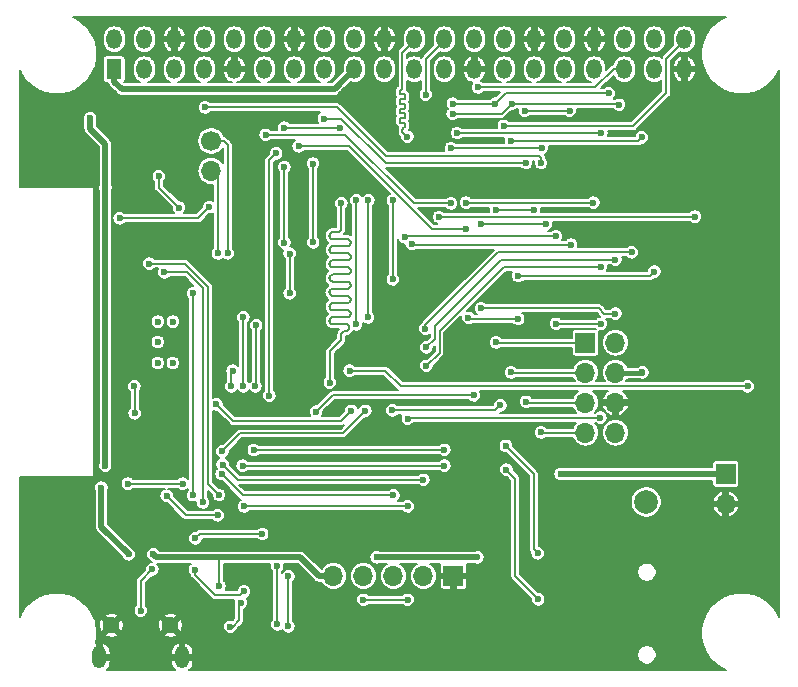
<source format=gbl>
G04 #@! TF.GenerationSoftware,KiCad,Pcbnew,(5.1.0)-1*
G04 #@! TF.CreationDate,2019-11-06T00:15:09-05:00*
G04 #@! TF.ProjectId,ESP32-Pi,45535033-322d-4506-992e-6b696361645f,1.0*
G04 #@! TF.SameCoordinates,Original*
G04 #@! TF.FileFunction,Copper,L2,Bot*
G04 #@! TF.FilePolarity,Positive*
%FSLAX46Y46*%
G04 Gerber Fmt 4.6, Leading zero omitted, Abs format (unit mm)*
G04 Created by KiCad (PCBNEW (5.1.0)-1) date 2019-11-06 00:15:09*
%MOMM*%
%LPD*%
G04 APERTURE LIST*
%ADD10C,2.000000*%
%ADD11C,1.450000*%
%ADD12O,1.200000X1.900000*%
%ADD13O,1.700000X1.700000*%
%ADD14R,1.700000X1.700000*%
%ADD15C,1.700000*%
%ADD16R,1.300000X1.700000*%
%ADD17O,1.300000X1.700000*%
%ADD18C,0.600000*%
%ADD19C,0.200000*%
%ADD20C,0.500000*%
%ADD21C,0.400000*%
%ADD22C,0.127000*%
G04 APERTURE END LIST*
D10*
X173139500Y-97002900D03*
D11*
X127853200Y-107454500D03*
X132853200Y-107454500D03*
D12*
X126853200Y-110154500D03*
X133853200Y-110154500D03*
D13*
X179870500Y-97168000D03*
D14*
X179870500Y-94628000D03*
D13*
X146660000Y-103264000D03*
X149200000Y-103264000D03*
X151740000Y-103264000D03*
X154280000Y-103264000D03*
D14*
X156820000Y-103264000D03*
D13*
X170536000Y-91135500D03*
X167996000Y-91135500D03*
X170536000Y-88595500D03*
X167996000Y-88595500D03*
X170536000Y-86055500D03*
X167996000Y-86055500D03*
X170536000Y-83515500D03*
D14*
X167996000Y-83515500D03*
D13*
X136309500Y-68974000D03*
D15*
X136309500Y-66434000D03*
D16*
X128106000Y-60352500D03*
D17*
X128106000Y-57812500D03*
X130646000Y-60352500D03*
X130646000Y-57812500D03*
X133186000Y-60352500D03*
X133186000Y-57812500D03*
X135726000Y-60352500D03*
X135726000Y-57812500D03*
X138266000Y-60352500D03*
X138266000Y-57812500D03*
X140806000Y-60352500D03*
X140806000Y-57812500D03*
X143346000Y-60352500D03*
X143346000Y-57812500D03*
X145886000Y-60352500D03*
X145886000Y-57812500D03*
X148426000Y-60352500D03*
X148426000Y-57812500D03*
X150966000Y-60352500D03*
X150966000Y-57812500D03*
X153506000Y-60352500D03*
X153506000Y-57812500D03*
X156046000Y-60352500D03*
X156046000Y-57812500D03*
X158586000Y-60352500D03*
X158586000Y-57812500D03*
X161126000Y-60352500D03*
X161126000Y-57812500D03*
X163666000Y-60352500D03*
X163666000Y-57812500D03*
X166206000Y-60352500D03*
X166206000Y-57812500D03*
X168746000Y-60352500D03*
X168746000Y-57812500D03*
X171286000Y-60352500D03*
X171286000Y-57812500D03*
X173826000Y-60352500D03*
X173826000Y-57812500D03*
X176366000Y-60352500D03*
X176366000Y-57812500D03*
D18*
X131801000Y-81737500D03*
X131801000Y-85230000D03*
X133071000Y-85230000D03*
X133071000Y-81737500D03*
X131801000Y-83452000D03*
X129261000Y-95453500D03*
X133896500Y-95453500D03*
X169266015Y-89865485D03*
X162865200Y-63871700D03*
X166675200Y-63881300D03*
X139090800Y-97358500D03*
X152959200Y-97358500D03*
X149200000Y-105283300D03*
X152959200Y-105283300D03*
X152959210Y-89941700D03*
X165506800Y-81915300D03*
X169316800Y-81915300D03*
X137008000Y-104114900D03*
X129324500Y-101422500D03*
X126061892Y-64515000D03*
X131420000Y-101422500D03*
X150317600Y-101676500D03*
X158851998Y-101676500D03*
X127336736Y-93923364D03*
X127356000Y-70383700D03*
X127000400Y-95783700D03*
X165900510Y-94628000D03*
X172631500Y-94628000D03*
X172822000Y-86030100D03*
X145034400Y-91973700D03*
X143764400Y-88265300D03*
X175235000Y-100216000D03*
X138214500Y-100787500D03*
X139484500Y-100787500D03*
X138151000Y-102438500D03*
X139484500Y-102438500D03*
X143929500Y-71133000D03*
X133452000Y-64440100D03*
X128372000Y-76022500D03*
X128372000Y-88722500D03*
X136703200Y-108280500D03*
X125832000Y-101524100D03*
X120752000Y-95326500D03*
X129769000Y-69609000D03*
X183236000Y-63322500D03*
X183236000Y-103962500D03*
X141897500Y-93231000D03*
X120447200Y-104978500D03*
X157124800Y-83896500D03*
X157124800Y-85877700D03*
X161138000Y-95771000D03*
X161201500Y-90754500D03*
X120752000Y-69926500D03*
X125324000Y-69926500D03*
X123038000Y-69926500D03*
X123038000Y-95326500D03*
X125324000Y-95326500D03*
X131267600Y-93548500D03*
X135738000Y-100762100D03*
X129388000Y-72212500D03*
X166268800Y-84709300D03*
X157124800Y-81915300D03*
X130912000Y-98272882D03*
X177140000Y-110058500D03*
X145136000Y-110312500D03*
X157836000Y-110312500D03*
X170536000Y-110312500D03*
X183236000Y-91262500D03*
X183236000Y-78562500D03*
X149581000Y-81356500D03*
X139040000Y-81356500D03*
X139040000Y-87198500D03*
X161747600Y-63271700D03*
X149606400Y-71450502D03*
X170840800Y-63373300D03*
X156761672Y-64127772D03*
X148565000Y-81956500D03*
X140119500Y-82055000D03*
X140056768Y-87199268D03*
X160376000Y-63271700D03*
X148590400Y-71450502D03*
X169977200Y-62408100D03*
X156769198Y-63271700D03*
X160426800Y-72253700D03*
X163627200Y-72263300D03*
X159156800Y-73472900D03*
X164643186Y-73482500D03*
X173838000Y-77495700D03*
X162296800Y-81508900D03*
X162296800Y-77860896D03*
X158089988Y-81407300D03*
X135788800Y-63576500D03*
X164236800Y-68300900D03*
X145847200Y-64541700D03*
X162966800Y-68300900D03*
X172771214Y-66116486D03*
X161696800Y-66430900D03*
X156616800Y-67030900D03*
X164287600Y-67030900D03*
X157886800Y-71653700D03*
X168656400Y-71653700D03*
X157124800Y-65760900D03*
X169335988Y-65760900D03*
X133579000Y-72085500D03*
X131877200Y-69418500D03*
X136144402Y-72034700D03*
X128562500Y-72974500D03*
X154483200Y-62509702D03*
X156058000Y-92583300D03*
X139929000Y-92596000D03*
X156058000Y-93929500D03*
X138976500Y-93929500D03*
X141808596Y-67488100D03*
X141224400Y-87998596D03*
X151689200Y-78156100D03*
X151689200Y-71450500D03*
X145199500Y-89357500D03*
X158902800Y-61900100D03*
X158547227Y-87960527D03*
X146355200Y-86893700D03*
X152908400Y-66065700D03*
X147320400Y-71704498D03*
X160782400Y-88824100D03*
X161087200Y-65160900D03*
X151638398Y-89230500D03*
X144945500Y-75006510D03*
X144932800Y-68351700D03*
X142494400Y-75031900D03*
X142494400Y-68634467D03*
X142494400Y-65313290D03*
X147174455Y-65313290D03*
X131064410Y-76809910D03*
X136969782Y-96406000D03*
X135611000Y-97041000D03*
X132334400Y-77546500D03*
X142850002Y-103302100D03*
X142850002Y-107518498D03*
X141899264Y-102426510D03*
X141899264Y-107351636D03*
X130353200Y-106197702D03*
X131318400Y-102692500D03*
X137922400Y-107569300D03*
X138836800Y-105537300D03*
X134925200Y-102743300D03*
X139090800Y-104551526D03*
X137262002Y-92723002D03*
X149352400Y-89281300D03*
X166776800Y-75209702D03*
X153305200Y-75138253D03*
X136753996Y-88722500D03*
X165506796Y-74498500D03*
X148184000Y-89281300D03*
X152705200Y-74600100D03*
X137198500Y-94628006D03*
X151740002Y-96444100D03*
X137278104Y-93831959D03*
X154280000Y-95123300D03*
X138024000Y-87198500D03*
X129832500Y-89484500D03*
X129794400Y-87198500D03*
X148023329Y-85885971D03*
X181719500Y-87206000D03*
X138136000Y-85882514D03*
X134976000Y-100089000D03*
X140627506Y-99708000D03*
X132537600Y-96469500D03*
X136855600Y-98120500D03*
X134772800Y-96418700D03*
X134772804Y-79324500D03*
X155600800Y-72872900D03*
X177267000Y-72847494D03*
X142951604Y-79324500D03*
X142951600Y-75971700D03*
X154534000Y-85471300D03*
X169316800Y-77079710D03*
X154534000Y-83896500D03*
X170536000Y-76479700D03*
X171907598Y-75870100D03*
X154441990Y-82321700D03*
X163995500Y-105232500D03*
X161290400Y-94259700D03*
X161265000Y-92253100D03*
X163957396Y-101346300D03*
X164236800Y-91110100D03*
X162966800Y-88519300D03*
X161696800Y-86030100D03*
X170536000Y-81051700D03*
X159156800Y-80594500D03*
X160426800Y-83490100D03*
X136881000Y-75959000D03*
X137706500Y-75959000D03*
X140919600Y-65913300D03*
X156616800Y-71704500D03*
X143713600Y-66878500D03*
X157886800Y-73888900D03*
D19*
X133896500Y-95453500D02*
X129261000Y-95453500D01*
X129261000Y-95453500D02*
X129261000Y-95453500D01*
X162865200Y-63871700D02*
X166665600Y-63871700D01*
X166665600Y-63871700D02*
X166675200Y-63881300D01*
X139090800Y-97358500D02*
X152959200Y-97358500D01*
X149200000Y-105283300D02*
X152959200Y-105283300D01*
X153035425Y-89865485D02*
X152959210Y-89941700D01*
X169266015Y-89865485D02*
X153035425Y-89865485D01*
X165931064Y-81915300D02*
X165506800Y-81915300D01*
X169316800Y-81915300D02*
X169316800Y-81915300D01*
X169316800Y-81915300D02*
X165931064Y-81915300D01*
D20*
X127000400Y-99085700D02*
X127000400Y-95783700D01*
X129324500Y-101422500D02*
X129324500Y-101409800D01*
X129324500Y-101409800D02*
X127000400Y-99085700D01*
D19*
X137008000Y-103690636D02*
X137008000Y-101676500D01*
X137008000Y-104114900D02*
X137008000Y-103690636D01*
D20*
X142900800Y-101676500D02*
X142900800Y-101676500D01*
X131674000Y-101676500D02*
X131420000Y-101422500D01*
X137008000Y-101676500D02*
X131674000Y-101676500D01*
X131420000Y-101422500D02*
X131420000Y-101422500D01*
X142900800Y-101676500D02*
X137008000Y-101676500D01*
X150317600Y-101676500D02*
X158851998Y-101676500D01*
X126061892Y-65431992D02*
X126061892Y-64515000D01*
X127356000Y-66726100D02*
X126061892Y-65431992D01*
X127356000Y-70383700D02*
X127356000Y-66726100D01*
X127336736Y-93821764D02*
X127305200Y-93853300D01*
X127356000Y-70282100D02*
X127336736Y-70301364D01*
X127336736Y-70301364D02*
X127336736Y-93821764D01*
D21*
X169202500Y-94628000D02*
X166324774Y-94628000D01*
X166324774Y-94628000D02*
X165900510Y-94628000D01*
X169266000Y-94564500D02*
X169202500Y-94628000D01*
D20*
X179870500Y-94628000D02*
X172631500Y-94628000D01*
X172631500Y-94628000D02*
X165900510Y-94628000D01*
X143870419Y-101676500D02*
X142900800Y-101676500D01*
X145457919Y-103264000D02*
X143870419Y-101676500D01*
X146660000Y-103264000D02*
X145457919Y-103264000D01*
D21*
X172796600Y-86055500D02*
X172822000Y-86030100D01*
X170536000Y-86055500D02*
X172796600Y-86055500D01*
D19*
X139040000Y-81356500D02*
X139040000Y-87198500D01*
X161126000Y-60352500D02*
X161126000Y-60502500D01*
X149581000Y-81356500D02*
X149581000Y-71475902D01*
X149581000Y-71475902D02*
X149606400Y-71450502D01*
X161747600Y-63271700D02*
X170739200Y-63271700D01*
X170739200Y-63271700D02*
X170840800Y-63373300D01*
X157185936Y-64127772D02*
X156761672Y-64127772D01*
X160891528Y-64127772D02*
X157185936Y-64127772D01*
X161747600Y-63271700D02*
X160891528Y-64127772D01*
X140119500Y-82055000D02*
X140119500Y-87136536D01*
X140119500Y-87136536D02*
X140056768Y-87199268D01*
X161126000Y-57812500D02*
X161126000Y-57962500D01*
X148565000Y-81956500D02*
X148565000Y-71475902D01*
X148565000Y-71475902D02*
X148590400Y-71450502D01*
X161239600Y-62408100D02*
X169552936Y-62408100D01*
X160376000Y-63271700D02*
X161239600Y-62408100D01*
X169552936Y-62408100D02*
X169977200Y-62408100D01*
X160376000Y-63271700D02*
X156769198Y-63271700D01*
X160426800Y-72253700D02*
X163617600Y-72253700D01*
X163617600Y-72253700D02*
X163627200Y-72263300D01*
X164633586Y-73472900D02*
X164643186Y-73482500D01*
X159156800Y-73472900D02*
X164633586Y-73472900D01*
X173838000Y-77495700D02*
X173472804Y-77860896D01*
X173472804Y-77860896D02*
X162721064Y-77860896D01*
X162721064Y-77860896D02*
X162296800Y-77860896D01*
X158191588Y-81508900D02*
X158089988Y-81407300D01*
X162296800Y-81508900D02*
X158191588Y-81508900D01*
X146964800Y-63576500D02*
X135788800Y-63576500D01*
X151079600Y-67691300D02*
X146964800Y-63576500D01*
X164033600Y-67691300D02*
X151079600Y-67691300D01*
X164236800Y-68300900D02*
X164236800Y-67894500D01*
X164236800Y-67894500D02*
X164033600Y-67691300D01*
X162966800Y-68300900D02*
X162966800Y-68300900D01*
X151079600Y-68300900D02*
X162966800Y-68300900D01*
X145847200Y-64541700D02*
X147320400Y-64541700D01*
X147320400Y-64541700D02*
X151079600Y-68300900D01*
X172456800Y-66430900D02*
X172771214Y-66116486D01*
X161696800Y-66430900D02*
X172456800Y-66430900D01*
X164287600Y-67030900D02*
X156616800Y-67030900D01*
X157886800Y-71653700D02*
X168656400Y-71653700D01*
X157124800Y-65760900D02*
X169335988Y-65760900D01*
D20*
X146751400Y-62027100D02*
X148426000Y-60352500D01*
X128730600Y-62027100D02*
X146751400Y-62027100D01*
X128106000Y-60352500D02*
X128106000Y-61402500D01*
X128106000Y-61402500D02*
X128730600Y-62027100D01*
D19*
X131877200Y-69842764D02*
X131877200Y-69418500D01*
X131877200Y-70383700D02*
X131877200Y-69842764D01*
X133579000Y-72085500D02*
X131877200Y-70383700D01*
X128986764Y-72974500D02*
X128562500Y-72974500D01*
X135204602Y-72974500D02*
X128986764Y-72974500D01*
X136144402Y-72034700D02*
X135204602Y-72974500D01*
X154508598Y-62484304D02*
X154483200Y-62509702D01*
X156046000Y-57812500D02*
X156046000Y-57962500D01*
X156046000Y-57962500D02*
X154508598Y-59499902D01*
X154508598Y-59499902D02*
X154508598Y-62484304D01*
X156058000Y-92583300D02*
X156058000Y-92583300D01*
X139941700Y-92583300D02*
X139929000Y-92596000D01*
X156058000Y-92583300D02*
X139941700Y-92583300D01*
X139929000Y-92596000D02*
X139929000Y-92596000D01*
X156058000Y-93929500D02*
X156058000Y-93929500D01*
X156058000Y-93929500D02*
X155633736Y-93929500D01*
X155633736Y-93929500D02*
X138976500Y-93929500D01*
X138976500Y-93929500D02*
X138976500Y-93929500D01*
X141808596Y-67488100D02*
X141224400Y-68072296D01*
X141224400Y-68072296D02*
X141224400Y-87574332D01*
X141224400Y-87574332D02*
X141224400Y-87998596D01*
X151689200Y-77731836D02*
X151689200Y-78156100D01*
X151689200Y-71450500D02*
X151689200Y-77731836D01*
X168838400Y-61900100D02*
X158902800Y-61900100D01*
X171286000Y-60352500D02*
X170386000Y-60352500D01*
X170386000Y-60352500D02*
X168838400Y-61900100D01*
X146596473Y-87960527D02*
X158122963Y-87960527D01*
X158122963Y-87960527D02*
X158547227Y-87960527D01*
X145199500Y-89357500D02*
X146596473Y-87960527D01*
X152505990Y-61959290D02*
X152505990Y-58962510D01*
X152478719Y-62037226D02*
X152493612Y-62013525D01*
X152458927Y-62057018D02*
X152478719Y-62037226D01*
X152435226Y-62071911D02*
X152458927Y-62057018D01*
X152408806Y-62081155D02*
X152435226Y-62071911D01*
X152353175Y-62087424D02*
X152408806Y-62081155D01*
X152326755Y-62096668D02*
X152353175Y-62087424D01*
X152283262Y-62131353D02*
X152303054Y-62111561D01*
X152255990Y-62209290D02*
X152259125Y-62181474D01*
X152268369Y-62413525D02*
X152259125Y-62387105D01*
X152283262Y-62437226D02*
X152268369Y-62413525D01*
X152303054Y-62457018D02*
X152283262Y-62437226D01*
X152326755Y-62471911D02*
X152303054Y-62457018D01*
X152353175Y-62481155D02*
X152326755Y-62471911D01*
X152380990Y-62484290D02*
X152353175Y-62481155D01*
X152630990Y-62484290D02*
X152380990Y-62484290D01*
X152658805Y-62487424D02*
X152630990Y-62484290D01*
X152685225Y-62496668D02*
X152658805Y-62487424D01*
X152708926Y-62511561D02*
X152685225Y-62496668D01*
X152728718Y-62531353D02*
X152708926Y-62511561D01*
X152743611Y-62555054D02*
X152728718Y-62531353D01*
X152752855Y-62581474D02*
X152743611Y-62555054D01*
X152755990Y-62609290D02*
X152752855Y-62581474D01*
X152755990Y-62759290D02*
X152755990Y-62609290D01*
X152752855Y-62787105D02*
X152755990Y-62759290D01*
X152743611Y-62813525D02*
X152752855Y-62787105D01*
X152728718Y-62837226D02*
X152743611Y-62813525D01*
X152708926Y-62857018D02*
X152728718Y-62837226D01*
X152685225Y-62871911D02*
X152708926Y-62857018D01*
X152658805Y-62881155D02*
X152685225Y-62871911D01*
X152630990Y-62884290D02*
X152658805Y-62881155D01*
X152380990Y-62884290D02*
X152630990Y-62884290D01*
X152353175Y-62887424D02*
X152380990Y-62884290D01*
X152326755Y-62896668D02*
X152353175Y-62887424D01*
X152303054Y-62911561D02*
X152326755Y-62896668D01*
X152283262Y-62931353D02*
X152303054Y-62911561D01*
X152268369Y-62955054D02*
X152283262Y-62931353D01*
X152259125Y-62981474D02*
X152268369Y-62955054D01*
X152255990Y-63009290D02*
X152259125Y-62981474D01*
X152255990Y-63159290D02*
X152255990Y-63009290D01*
X152259125Y-63187105D02*
X152255990Y-63159290D01*
X152268369Y-63213525D02*
X152259125Y-63187105D01*
X152283262Y-63237226D02*
X152268369Y-63213525D01*
X152303054Y-63257018D02*
X152283262Y-63237226D01*
X152326755Y-63271911D02*
X152303054Y-63257018D01*
X152353175Y-63281155D02*
X152326755Y-63271911D01*
X152380990Y-63284290D02*
X152353175Y-63281155D01*
X152630990Y-63284290D02*
X152380990Y-63284290D01*
X152658805Y-63287424D02*
X152630990Y-63284290D01*
X152685225Y-63296668D02*
X152658805Y-63287424D01*
X152708926Y-63311561D02*
X152685225Y-63296668D01*
X152728718Y-63331353D02*
X152708926Y-63311561D01*
X152743611Y-63355054D02*
X152728718Y-63331353D01*
X152752855Y-63381474D02*
X152743611Y-63355054D01*
X152755990Y-63409290D02*
X152752855Y-63381474D01*
X152755990Y-63559290D02*
X152755990Y-63409290D01*
X152752855Y-63587105D02*
X152755990Y-63559290D01*
X152283262Y-64531353D02*
X152303054Y-64511561D01*
X152259125Y-63987105D02*
X152255990Y-63959290D01*
X152268369Y-64555054D02*
X152283262Y-64531353D01*
X152255990Y-64609290D02*
X152259125Y-64581474D01*
X152502856Y-61987105D02*
X152505990Y-61959290D01*
X152255990Y-64759290D02*
X152255990Y-64609290D01*
X152255990Y-63809290D02*
X152259125Y-63781474D01*
X152268369Y-62155054D02*
X152283262Y-62131353D01*
X152259125Y-64787105D02*
X152255990Y-64759290D01*
X152658805Y-63681155D02*
X152685225Y-63671911D01*
X152283262Y-64837226D02*
X152268369Y-64813525D01*
X152303054Y-64857018D02*
X152283262Y-64837226D01*
X152380990Y-64884290D02*
X152353175Y-64881155D01*
X152630990Y-64884290D02*
X152380990Y-64884290D01*
X152658805Y-64887424D02*
X152630990Y-64884290D01*
X152685225Y-64896668D02*
X152658805Y-64887424D01*
X152708926Y-64911561D02*
X152685225Y-64896668D01*
X152259125Y-62387105D02*
X152255990Y-62359290D01*
X152326755Y-64871911D02*
X152303054Y-64857018D01*
X152728718Y-64931353D02*
X152708926Y-64911561D01*
X152380990Y-63684290D02*
X152630990Y-63684290D01*
X152353175Y-64881155D02*
X152326755Y-64871911D01*
X152743611Y-64955054D02*
X152728718Y-64931353D01*
X152752855Y-64981474D02*
X152743611Y-64955054D01*
X152755990Y-65009290D02*
X152752855Y-64981474D01*
X152283262Y-63731353D02*
X152303054Y-63711561D01*
X153506000Y-57962500D02*
X153506000Y-57812500D01*
X152518368Y-65355054D02*
X152533261Y-65331353D01*
X152685225Y-63671911D02*
X152708926Y-63657018D01*
X152752855Y-65187105D02*
X152755990Y-65159290D01*
X152708926Y-63657018D02*
X152728718Y-63637226D01*
X152505990Y-65409290D02*
X152509124Y-65381474D01*
X152303054Y-62111561D02*
X152326755Y-62096668D01*
X152908400Y-66065700D02*
X152505990Y-65663290D01*
X152268369Y-64813525D02*
X152259125Y-64787105D01*
X152505990Y-65663290D02*
X152505990Y-65409290D01*
X152533261Y-65331353D02*
X152553053Y-65311561D01*
X152755990Y-65159290D02*
X152755990Y-65009290D01*
X152553053Y-65311561D02*
X152576754Y-65296668D01*
X152259125Y-64581474D02*
X152268369Y-64555054D01*
X152576754Y-65296668D02*
X152603174Y-65287424D01*
X152603174Y-65287424D02*
X152658805Y-65281155D01*
X152658805Y-65281155D02*
X152685225Y-65271911D01*
X152685225Y-65271911D02*
X152708926Y-65257018D01*
X152708926Y-65257018D02*
X152728718Y-65237226D01*
X152509124Y-65381474D02*
X152518368Y-65355054D01*
X152255990Y-62359290D02*
X152255990Y-62209290D01*
X152728718Y-65237226D02*
X152743611Y-65213525D01*
X152743611Y-65213525D02*
X152752855Y-65187105D01*
X152303054Y-64511561D02*
X152326755Y-64496668D01*
X152326755Y-64496668D02*
X152353175Y-64487424D01*
X152353175Y-64487424D02*
X152380990Y-64484290D01*
X152380990Y-64484290D02*
X152630990Y-64484290D01*
X152630990Y-64484290D02*
X152658805Y-64481155D01*
X152658805Y-64481155D02*
X152685225Y-64471911D01*
X152685225Y-64471911D02*
X152708926Y-64457018D01*
X152708926Y-64457018D02*
X152728718Y-64437226D01*
X152728718Y-64437226D02*
X152743611Y-64413525D01*
X152268369Y-63755054D02*
X152283262Y-63731353D01*
X152743611Y-64413525D02*
X152752855Y-64387105D01*
X152752855Y-64387105D02*
X152755990Y-64359290D01*
X152755990Y-64359290D02*
X152755990Y-64209290D01*
X152755990Y-64209290D02*
X152752855Y-64181474D01*
X152752855Y-64181474D02*
X152743611Y-64155054D01*
X152743611Y-64155054D02*
X152728718Y-64131353D01*
X152728718Y-64131353D02*
X152708926Y-64111561D01*
X152708926Y-64111561D02*
X152685225Y-64096668D01*
X152685225Y-64096668D02*
X152658805Y-64087424D01*
X152658805Y-64087424D02*
X152630990Y-64084290D01*
X152326755Y-63696668D02*
X152353175Y-63687424D01*
X152630990Y-64084290D02*
X152380990Y-64084290D01*
X152255990Y-63959290D02*
X152255990Y-63809290D01*
X152505990Y-58962510D02*
X153506000Y-57962500D01*
X152380990Y-64084290D02*
X152353175Y-64081155D01*
X152259125Y-62181474D02*
X152268369Y-62155054D01*
X152353175Y-64081155D02*
X152326755Y-64071911D01*
X152353175Y-63687424D02*
X152380990Y-63684290D01*
X152493612Y-62013525D02*
X152502856Y-61987105D01*
X152326755Y-64071911D02*
X152303054Y-64057018D01*
X152303054Y-64057018D02*
X152283262Y-64037226D01*
X152259125Y-63781474D02*
X152268369Y-63755054D01*
X152283262Y-64037226D02*
X152268369Y-64013525D01*
X152268369Y-64013525D02*
X152259125Y-63987105D01*
X152303054Y-63711561D02*
X152326755Y-63696668D01*
X152630990Y-63684290D02*
X152658805Y-63681155D01*
X152728718Y-63637226D02*
X152743611Y-63613525D01*
X152743611Y-63613525D02*
X152752855Y-63587105D01*
X146355200Y-84252100D02*
X146355200Y-86893700D01*
X147320400Y-83286900D02*
X146355200Y-84252100D01*
X147320400Y-82838100D02*
X147320400Y-83286900D01*
X147327922Y-82771343D02*
X147320400Y-82838100D01*
X147350110Y-82707934D02*
X147327922Y-82771343D01*
X147385851Y-82651053D02*
X147350110Y-82707934D01*
X147433354Y-82603550D02*
X147385851Y-82651053D01*
X147490235Y-82567809D02*
X147433354Y-82603550D01*
X147553644Y-82545621D02*
X147490235Y-82567809D01*
X147620400Y-82538100D02*
X147553644Y-82545621D01*
X147670400Y-82538100D02*
X147620400Y-82538100D01*
X147737157Y-82530578D02*
X147670400Y-82538100D01*
X147800566Y-82508390D02*
X147737157Y-82530578D01*
X147857447Y-82472649D02*
X147800566Y-82508390D01*
X147904950Y-82425146D02*
X147857447Y-82472649D01*
X147940691Y-82368265D02*
X147904950Y-82425146D01*
X147962879Y-82304856D02*
X147940691Y-82368265D01*
X147970400Y-82238100D02*
X147962879Y-82304856D01*
X147962879Y-82171343D02*
X147970400Y-82238100D01*
X147940691Y-82107934D02*
X147962879Y-82171343D01*
X147904950Y-82051053D02*
X147940691Y-82107934D01*
X147857447Y-82003550D02*
X147904950Y-82051053D01*
X147800566Y-81967809D02*
X147857447Y-82003550D01*
X147737157Y-81945621D02*
X147800566Y-81967809D01*
X147670400Y-81938100D02*
X147737157Y-81945621D01*
X146620400Y-81938100D02*
X147670400Y-81938100D01*
X146553643Y-81930578D02*
X146620400Y-81938100D01*
X146490234Y-81908390D02*
X146553643Y-81930578D01*
X146433353Y-81872649D02*
X146490234Y-81908390D01*
X146385850Y-81825146D02*
X146433353Y-81872649D01*
X146350109Y-81768265D02*
X146385850Y-81825146D01*
X146327921Y-81704856D02*
X146350109Y-81768265D01*
X146320400Y-81638100D02*
X146327921Y-81704856D01*
X146327921Y-81571343D02*
X146320400Y-81638100D01*
X146350109Y-81507934D02*
X146327921Y-81571343D01*
X146385850Y-81451053D02*
X146350109Y-81507934D01*
X146433353Y-81403550D02*
X146385850Y-81451053D01*
X146490234Y-81367809D02*
X146433353Y-81403550D01*
X146553643Y-81345621D02*
X146490234Y-81367809D01*
X146620400Y-81338100D02*
X146553643Y-81345621D01*
X147820400Y-81338100D02*
X146620400Y-81338100D01*
X147887157Y-81330578D02*
X147820400Y-81338100D01*
X147950566Y-81308390D02*
X147887157Y-81330578D01*
X148007447Y-81272649D02*
X147950566Y-81308390D01*
X148054950Y-81225146D02*
X148007447Y-81272649D01*
X148090691Y-81168265D02*
X148054950Y-81225146D01*
X148112879Y-81104856D02*
X148090691Y-81168265D01*
X148120400Y-81038100D02*
X148112879Y-81104856D01*
X148112879Y-80971343D02*
X148120400Y-81038100D01*
X148090691Y-80907934D02*
X148112879Y-80971343D01*
X148054950Y-80851053D02*
X148090691Y-80907934D01*
X148007447Y-80803550D02*
X148054950Y-80851053D01*
X147950566Y-80767809D02*
X148007447Y-80803550D01*
X147887157Y-80745621D02*
X147950566Y-80767809D01*
X147820400Y-80738100D02*
X147887157Y-80745621D01*
X146620400Y-80738100D02*
X147820400Y-80738100D01*
X146553643Y-80730578D02*
X146620400Y-80738100D01*
X146490234Y-80708390D02*
X146553643Y-80730578D01*
X146433353Y-80672649D02*
X146490234Y-80708390D01*
X146385850Y-80625146D02*
X146433353Y-80672649D01*
X146350109Y-80568265D02*
X146385850Y-80625146D01*
X146327921Y-80504856D02*
X146350109Y-80568265D01*
X146320400Y-80438100D02*
X146327921Y-80504856D01*
X146320400Y-76838100D02*
X146327921Y-76904856D01*
X146327921Y-76771343D02*
X146320400Y-76838100D01*
X146385850Y-76651053D02*
X146350109Y-76707934D01*
X146620400Y-76538100D02*
X146553643Y-76545621D01*
X148054950Y-76425146D02*
X148007447Y-76472649D01*
X148120400Y-76238100D02*
X148112879Y-76304856D01*
X147887157Y-75945621D02*
X147950566Y-75967809D01*
X147820400Y-75938100D02*
X147887157Y-75945621D01*
X146553643Y-75930578D02*
X146620400Y-75938100D01*
X146385850Y-75825146D02*
X146433353Y-75872649D01*
X146350109Y-75768265D02*
X146385850Y-75825146D01*
X146327921Y-75704856D02*
X146350109Y-75768265D01*
X146320400Y-75638100D02*
X146327921Y-75704856D01*
X146327921Y-75571343D02*
X146320400Y-75638100D01*
X146620400Y-75938100D02*
X147820400Y-75938100D01*
X146385850Y-75451053D02*
X146350109Y-75507934D01*
X146620400Y-80138100D02*
X146553643Y-80145621D01*
X147820400Y-76538100D02*
X146620400Y-76538100D01*
X146433353Y-75403550D02*
X146385850Y-75451053D01*
X146553643Y-78945621D02*
X146490234Y-78967809D01*
X146490234Y-75367809D02*
X146433353Y-75403550D01*
X146490234Y-76567809D02*
X146433353Y-76603550D01*
X146553643Y-75345621D02*
X146490234Y-75367809D01*
X146350109Y-80307934D02*
X146327921Y-80371343D01*
X146620400Y-75338100D02*
X146553643Y-75345621D01*
X147820400Y-75338100D02*
X146620400Y-75338100D01*
X146350109Y-75507934D02*
X146327921Y-75571343D01*
X147887157Y-75330578D02*
X147820400Y-75338100D01*
X146327921Y-80371343D02*
X146320400Y-80438100D01*
X147950566Y-75308390D02*
X147887157Y-75330578D01*
X148090691Y-79707934D02*
X148112879Y-79771343D01*
X146327921Y-74371343D02*
X146320400Y-74438100D01*
X147950566Y-80108390D02*
X147887157Y-80130578D01*
X146490234Y-74167809D02*
X146433353Y-74203550D01*
X146350109Y-76707934D02*
X146327921Y-76771343D01*
X146350109Y-74307934D02*
X146327921Y-74371343D01*
X146433353Y-74203550D02*
X146385850Y-74251053D01*
X148120400Y-75038100D02*
X148112879Y-75104856D01*
X148112879Y-76304856D02*
X148090691Y-76368265D01*
X147020400Y-74138100D02*
X146620400Y-74138100D01*
X148090691Y-75168265D02*
X148054950Y-75225146D01*
X148090691Y-78768265D02*
X148054950Y-78825146D01*
X146433353Y-75872649D02*
X146490234Y-75908390D01*
X147087156Y-74130578D02*
X147020400Y-74138100D01*
X148007447Y-76472649D02*
X147950566Y-76508390D01*
X146553643Y-74145621D02*
X146490234Y-74167809D01*
X148090691Y-76107934D02*
X148112879Y-76171343D01*
X147150565Y-74108390D02*
X147087156Y-74130578D01*
X146490234Y-80167809D02*
X146433353Y-80203550D01*
X147950566Y-74767809D02*
X148007447Y-74803550D01*
X147320400Y-73838100D02*
X147312878Y-73904856D01*
X148007447Y-78403550D02*
X148054950Y-78451053D01*
X146327921Y-74504856D02*
X146350109Y-74568265D01*
X148054950Y-76051053D02*
X148090691Y-76107934D01*
X147320400Y-71704498D02*
X147320400Y-73838100D01*
X147820400Y-78938100D02*
X146620400Y-78938100D01*
X146490234Y-74708390D02*
X146553643Y-74730578D01*
X147312878Y-73904856D02*
X147290690Y-73968265D01*
X148007447Y-75272649D02*
X147950566Y-75308390D01*
X148007447Y-79603550D02*
X148054950Y-79651053D01*
X147887157Y-76530578D02*
X147820400Y-76538100D01*
X146385850Y-74251053D02*
X146350109Y-74307934D01*
X147950566Y-76508390D02*
X147887157Y-76530578D01*
X148112879Y-75104856D02*
X148090691Y-75168265D01*
X146385850Y-80251053D02*
X146350109Y-80307934D01*
X147290690Y-73968265D02*
X147254949Y-74025146D01*
X148090691Y-76368265D02*
X148054950Y-76425146D01*
X148054950Y-75225146D02*
X148007447Y-75272649D01*
X147950566Y-75967809D02*
X148007447Y-76003550D01*
X147254949Y-74025146D02*
X147207446Y-74072649D01*
X146620400Y-74138100D02*
X146553643Y-74145621D01*
X147950566Y-79567809D02*
X148007447Y-79603550D01*
X146433353Y-76603550D02*
X146385850Y-76651053D01*
X147207446Y-74072649D02*
X147150565Y-74108390D01*
X146320400Y-74438100D02*
X146327921Y-74504856D01*
X147820400Y-80138100D02*
X146620400Y-80138100D01*
X146350109Y-74568265D02*
X146385850Y-74625146D01*
X146385850Y-74625146D02*
X146433353Y-74672649D01*
X146433353Y-74672649D02*
X146490234Y-74708390D01*
X146553643Y-76545621D02*
X146490234Y-76567809D01*
X146553643Y-74730578D02*
X146620400Y-74738100D01*
X148112879Y-78571343D02*
X148120400Y-78638100D01*
X148007447Y-76003550D02*
X148054950Y-76051053D01*
X146620400Y-74738100D02*
X147820400Y-74738100D01*
X148112879Y-76171343D02*
X148120400Y-76238100D01*
X147820400Y-74738100D02*
X147887157Y-74745621D01*
X147887157Y-78345621D02*
X147950566Y-78367809D01*
X146327921Y-76904856D02*
X146350109Y-76968265D01*
X147887157Y-74745621D02*
X147950566Y-74767809D01*
X148112879Y-79904856D02*
X148090691Y-79968265D01*
X148007447Y-74803550D02*
X148054950Y-74851053D01*
X148054950Y-74851053D02*
X148090691Y-74907934D01*
X148090691Y-74907934D02*
X148112879Y-74971343D01*
X146490234Y-75908390D02*
X146553643Y-75930578D01*
X148112879Y-74971343D02*
X148120400Y-75038100D01*
X148090691Y-79968265D02*
X148054950Y-80025146D01*
X146350109Y-76968265D02*
X146385850Y-77025146D01*
X146385850Y-77025146D02*
X146433353Y-77072649D01*
X146433353Y-77072649D02*
X146490234Y-77108390D01*
X146490234Y-77108390D02*
X146553643Y-77130578D01*
X146553643Y-77130578D02*
X146620400Y-77138100D01*
X146620400Y-77138100D02*
X147820400Y-77138100D01*
X147820400Y-77138100D02*
X147887157Y-77145621D01*
X147887157Y-77145621D02*
X147950566Y-77167809D01*
X147950566Y-77167809D02*
X148007447Y-77203550D01*
X148007447Y-77203550D02*
X148054950Y-77251053D01*
X148054950Y-77251053D02*
X148090691Y-77307934D01*
X148090691Y-77307934D02*
X148112879Y-77371343D01*
X148112879Y-77371343D02*
X148120400Y-77438100D01*
X148120400Y-77438100D02*
X148112879Y-77504856D01*
X148112879Y-77504856D02*
X148090691Y-77568265D01*
X148090691Y-77568265D02*
X148054950Y-77625146D01*
X148054950Y-77625146D02*
X148007447Y-77672649D01*
X148007447Y-77672649D02*
X147950566Y-77708390D01*
X147950566Y-77708390D02*
X147887157Y-77730578D01*
X147887157Y-77730578D02*
X147820400Y-77738100D01*
X147820400Y-77738100D02*
X146620400Y-77738100D01*
X146620400Y-77738100D02*
X146553643Y-77745621D01*
X146553643Y-77745621D02*
X146490234Y-77767809D01*
X146490234Y-77767809D02*
X146433353Y-77803550D01*
X146433353Y-77803550D02*
X146385850Y-77851053D01*
X146385850Y-77851053D02*
X146350109Y-77907934D01*
X146350109Y-77907934D02*
X146327921Y-77971343D01*
X146327921Y-77971343D02*
X146320400Y-78038100D01*
X146320400Y-78038100D02*
X146327921Y-78104856D01*
X146327921Y-78104856D02*
X146350109Y-78168265D01*
X146350109Y-78168265D02*
X146385850Y-78225146D01*
X146385850Y-78225146D02*
X146433353Y-78272649D01*
X146433353Y-78272649D02*
X146490234Y-78308390D01*
X146490234Y-78308390D02*
X146553643Y-78330578D01*
X146553643Y-78330578D02*
X146620400Y-78338100D01*
X146620400Y-78338100D02*
X147820400Y-78338100D01*
X147820400Y-78338100D02*
X147887157Y-78345621D01*
X147950566Y-78367809D02*
X148007447Y-78403550D01*
X148054950Y-78451053D02*
X148090691Y-78507934D01*
X148090691Y-78507934D02*
X148112879Y-78571343D01*
X148120400Y-78638100D02*
X148112879Y-78704856D01*
X148112879Y-78704856D02*
X148090691Y-78768265D01*
X148054950Y-78825146D02*
X148007447Y-78872649D01*
X148007447Y-78872649D02*
X147950566Y-78908390D01*
X147950566Y-78908390D02*
X147887157Y-78930578D01*
X147887157Y-78930578D02*
X147820400Y-78938100D01*
X146620400Y-78938100D02*
X146553643Y-78945621D01*
X146490234Y-78967809D02*
X146433353Y-79003550D01*
X146433353Y-79003550D02*
X146385850Y-79051053D01*
X146385850Y-79051053D02*
X146350109Y-79107934D01*
X146350109Y-79107934D02*
X146327921Y-79171343D01*
X146327921Y-79171343D02*
X146320400Y-79238100D01*
X146320400Y-79238100D02*
X146327921Y-79304856D01*
X146327921Y-79304856D02*
X146350109Y-79368265D01*
X146350109Y-79368265D02*
X146385850Y-79425146D01*
X146385850Y-79425146D02*
X146433353Y-79472649D01*
X146433353Y-79472649D02*
X146490234Y-79508390D01*
X146490234Y-79508390D02*
X146553643Y-79530578D01*
X146553643Y-79530578D02*
X146620400Y-79538100D01*
X146620400Y-79538100D02*
X147820400Y-79538100D01*
X147820400Y-79538100D02*
X147887157Y-79545621D01*
X147887157Y-79545621D02*
X147950566Y-79567809D01*
X148054950Y-79651053D02*
X148090691Y-79707934D01*
X148112879Y-79771343D02*
X148120400Y-79838100D01*
X148120400Y-79838100D02*
X148112879Y-79904856D01*
X148054950Y-80025146D02*
X148007447Y-80072649D01*
X148007447Y-80072649D02*
X147950566Y-80108390D01*
X147887157Y-80130578D02*
X147820400Y-80138100D01*
X146553643Y-80145621D02*
X146490234Y-80167809D01*
X146433353Y-80203550D02*
X146385850Y-80251053D01*
X176366000Y-57962500D02*
X176366000Y-57812500D01*
X174854000Y-59474500D02*
X176366000Y-57962500D01*
X174854000Y-62357300D02*
X174854000Y-59474500D01*
X161087200Y-65160900D02*
X172050400Y-65160900D01*
X172050400Y-65160900D02*
X174854000Y-62357300D01*
X160376000Y-89230500D02*
X152062662Y-89230500D01*
X152062662Y-89230500D02*
X151638398Y-89230500D01*
X160782400Y-88824100D02*
X160376000Y-89230500D01*
X144945500Y-74582246D02*
X144945500Y-75006510D01*
X144945500Y-68669200D02*
X144945500Y-74582246D01*
X144945500Y-68669200D02*
X144945500Y-68364400D01*
X144945500Y-68364400D02*
X144932800Y-68351700D01*
X148426000Y-57962500D02*
X148426000Y-57812500D01*
X142494400Y-75031900D02*
X142494400Y-68707300D01*
X142494400Y-65313290D02*
X147174455Y-65313290D01*
X136669783Y-96106001D02*
X136969782Y-96406000D01*
X134068510Y-76809910D02*
X136055500Y-78796900D01*
X136055500Y-95491718D02*
X136669783Y-96106001D01*
X131064410Y-76809910D02*
X134068510Y-76809910D01*
X136055500Y-78796900D02*
X136055500Y-95491718D01*
X134239400Y-77546500D02*
X132334400Y-77546500D01*
X135611000Y-97041000D02*
X135611000Y-78918100D01*
X135611000Y-78918100D02*
X134239400Y-77546500D01*
X142850000Y-103302102D02*
X142850002Y-103302100D01*
X142850002Y-107518498D02*
X142850000Y-107518500D01*
X142850002Y-103302100D02*
X142850002Y-107518498D01*
X141834006Y-102491768D02*
X141899264Y-102426510D01*
X141899264Y-107504036D02*
X141884800Y-107518500D01*
X141899264Y-102426510D02*
X141899264Y-107351636D01*
X130353200Y-105773438D02*
X130353200Y-106197702D01*
X131318400Y-102692500D02*
X130353200Y-103657700D01*
X130353200Y-103657700D02*
X130353200Y-105773438D01*
X137922400Y-107569300D02*
X138125600Y-107569300D01*
X138125600Y-107569300D02*
X138684400Y-107010500D01*
X138684400Y-107010500D02*
X138684400Y-105689700D01*
X138684400Y-105689700D02*
X138836800Y-105537300D01*
X138790783Y-104851543D02*
X138790801Y-104851525D01*
X136609179Y-104851543D02*
X138790783Y-104851543D01*
X134925200Y-103167564D02*
X136609179Y-104851543D01*
X134925200Y-102743300D02*
X134925200Y-103167564D01*
X138790801Y-104851525D02*
X139090800Y-104551526D01*
X147434700Y-91199000D02*
X149352400Y-89281300D01*
X137262002Y-92723002D02*
X138786004Y-91199000D01*
X138786004Y-91199000D02*
X147434700Y-91199000D01*
X153264000Y-75108100D02*
X153365602Y-75209702D01*
X153365602Y-75209702D02*
X166352536Y-75209702D01*
X166352536Y-75209702D02*
X166776800Y-75209702D01*
X165082532Y-74498500D02*
X165506796Y-74498500D01*
X152806800Y-74498500D02*
X165082532Y-74498500D01*
X152705200Y-74600100D02*
X152806800Y-74498500D01*
X147320400Y-90144900D02*
X148184000Y-89281300D01*
X136753996Y-88722500D02*
X138176396Y-90144900D01*
X138176396Y-90144900D02*
X147320400Y-90144900D01*
X137198500Y-94628006D02*
X139014594Y-96444100D01*
X139014594Y-96444100D02*
X151315738Y-96444100D01*
X151315738Y-96444100D02*
X151740002Y-96444100D01*
X153855736Y-95123300D02*
X154280000Y-95123300D01*
X138569445Y-95123300D02*
X153855736Y-95123300D01*
X137278104Y-93831959D02*
X138569445Y-95123300D01*
X129832500Y-89484500D02*
X129832500Y-87236600D01*
X129832500Y-87236600D02*
X129794400Y-87198500D01*
X151037071Y-85885971D02*
X148023329Y-85885971D01*
X181719500Y-87206000D02*
X181719001Y-87205501D01*
X181719001Y-87205501D02*
X152356601Y-87205501D01*
X152356601Y-87205501D02*
X151037071Y-85885971D01*
X138024000Y-87198500D02*
X138024000Y-85994514D01*
X138024000Y-85994514D02*
X138136000Y-85882514D01*
X134976000Y-100089000D02*
X135357000Y-99708000D01*
X140203242Y-99708000D02*
X140627506Y-99708000D01*
X135357000Y-99708000D02*
X140203242Y-99708000D01*
X134188600Y-98120500D02*
X136855600Y-98120500D01*
X132537600Y-96469500D02*
X134188600Y-98120500D01*
X134772800Y-96418700D02*
X134772800Y-79324504D01*
X134772800Y-79324504D02*
X134772804Y-79324500D01*
X177241594Y-72872900D02*
X177267000Y-72847494D01*
X155600800Y-72872900D02*
X177241594Y-72872900D01*
X142951604Y-75971704D02*
X142951600Y-75971700D01*
X142951604Y-79324500D02*
X142951604Y-75971704D01*
X168892536Y-77079710D02*
X169316800Y-77079710D01*
X161096790Y-77079710D02*
X168892536Y-77079710D01*
X155645211Y-82531289D02*
X161096790Y-77079710D01*
X154534000Y-85471300D02*
X155645211Y-84360089D01*
X155645211Y-84360089D02*
X155645211Y-82531289D01*
X160884000Y-76479700D02*
X170536000Y-76479700D01*
X155245200Y-82118500D02*
X160884000Y-76479700D01*
X154534000Y-83896500D02*
X155245200Y-83185300D01*
X155245200Y-83185300D02*
X155245200Y-82118500D01*
X154441990Y-82007310D02*
X154441990Y-82321700D01*
X171907598Y-75870100D02*
X160579200Y-75870100D01*
X160579200Y-75870100D02*
X154441990Y-82007310D01*
X162052400Y-103289400D02*
X163995500Y-105232500D01*
X161290400Y-94259700D02*
X162052400Y-95021700D01*
X162052400Y-95021700D02*
X162052400Y-103289400D01*
X163627200Y-101016104D02*
X163957396Y-101346300D01*
X161265000Y-92253100D02*
X163627200Y-94615300D01*
X163627200Y-94615300D02*
X163627200Y-101016104D01*
X167996000Y-91135500D02*
X164262200Y-91135500D01*
X164262200Y-91135500D02*
X164236800Y-91110100D01*
X167996000Y-88595500D02*
X163043000Y-88595500D01*
X163043000Y-88595500D02*
X162966800Y-88519300D01*
X167996000Y-86055500D02*
X161722200Y-86055500D01*
X161722200Y-86055500D02*
X161696800Y-86030100D01*
X169138002Y-80594500D02*
X159156800Y-80594500D01*
X170536000Y-81051700D02*
X169595202Y-81051700D01*
X169595202Y-81051700D02*
X169138002Y-80594500D01*
X167996000Y-83515500D02*
X160452200Y-83515500D01*
X160452200Y-83515500D02*
X160426800Y-83490100D01*
X136881000Y-69545500D02*
X136309500Y-68974000D01*
X136881000Y-75959000D02*
X136881000Y-69545500D01*
X137359500Y-66434000D02*
X136309500Y-66434000D01*
X137706500Y-66781000D02*
X137359500Y-66434000D01*
X137706500Y-75959000D02*
X137706500Y-66781000D01*
X156616800Y-71704500D02*
X155854800Y-71704500D01*
X155854800Y-71704500D02*
X156312000Y-71704500D01*
X153467200Y-71704500D02*
X155854800Y-71704500D01*
X140919600Y-65913300D02*
X147676000Y-65913300D01*
X147676000Y-65913300D02*
X153467200Y-71704500D01*
X155015602Y-73888900D02*
X157886800Y-73888900D01*
X143713600Y-66878500D02*
X148005202Y-66878500D01*
X148005202Y-66878500D02*
X155015602Y-73888900D01*
D22*
G36*
X179619102Y-56057496D02*
G01*
X179060021Y-56431062D01*
X178584562Y-56906521D01*
X178210996Y-57465602D01*
X177953679Y-58086819D01*
X177822500Y-58746300D01*
X177822500Y-59418700D01*
X177953679Y-60078181D01*
X178210996Y-60699398D01*
X178584562Y-61258479D01*
X179060021Y-61733938D01*
X179619102Y-62107504D01*
X180240319Y-62364821D01*
X180899800Y-62496000D01*
X181572200Y-62496000D01*
X182231681Y-62364821D01*
X182852898Y-62107504D01*
X183411979Y-61733938D01*
X183887438Y-61258479D01*
X184261004Y-60699398D01*
X184368501Y-60439878D01*
X184368500Y-106725120D01*
X184261004Y-106465602D01*
X183887438Y-105906521D01*
X183411979Y-105431062D01*
X182852898Y-105057496D01*
X182231681Y-104800179D01*
X181572200Y-104669000D01*
X180899800Y-104669000D01*
X180240319Y-104800179D01*
X179619102Y-105057496D01*
X179060021Y-105431062D01*
X178584562Y-105906521D01*
X178210996Y-106465602D01*
X177953679Y-107086819D01*
X177822500Y-107746300D01*
X177822500Y-108418700D01*
X177953679Y-109078181D01*
X178210996Y-109699398D01*
X178584562Y-110258479D01*
X179060021Y-110733938D01*
X179619102Y-111107504D01*
X179878620Y-111215000D01*
X134473258Y-111215000D01*
X134531171Y-111166290D01*
X134647253Y-111021308D01*
X134732820Y-110856466D01*
X134784584Y-110678098D01*
X134800555Y-110493058D01*
X134707727Y-110345000D01*
X134043700Y-110345000D01*
X134043700Y-110365000D01*
X133662700Y-110365000D01*
X133662700Y-110345000D01*
X132998673Y-110345000D01*
X132905845Y-110493058D01*
X132921816Y-110678098D01*
X132973580Y-110856466D01*
X133059147Y-111021308D01*
X133175229Y-111166290D01*
X133233142Y-111215000D01*
X127473258Y-111215000D01*
X127531171Y-111166290D01*
X127647253Y-111021308D01*
X127732820Y-110856466D01*
X127784584Y-110678098D01*
X127800555Y-110493058D01*
X127707727Y-110345000D01*
X127043700Y-110345000D01*
X127043700Y-110365000D01*
X126662700Y-110365000D01*
X126662700Y-110345000D01*
X126642700Y-110345000D01*
X126642700Y-109964000D01*
X126662700Y-109964000D01*
X126662700Y-108988312D01*
X127043700Y-108988312D01*
X127043700Y-109964000D01*
X127707727Y-109964000D01*
X127800555Y-109815942D01*
X132905845Y-109815942D01*
X132998673Y-109964000D01*
X133662700Y-109964000D01*
X133662700Y-108988312D01*
X134043700Y-108988312D01*
X134043700Y-109964000D01*
X134707727Y-109964000D01*
X134770748Y-109863483D01*
X172385500Y-109863483D01*
X172385500Y-110024517D01*
X172416916Y-110182456D01*
X172478540Y-110331232D01*
X172568006Y-110465126D01*
X172681874Y-110578994D01*
X172815768Y-110668460D01*
X172964544Y-110730084D01*
X173122483Y-110761500D01*
X173283517Y-110761500D01*
X173441456Y-110730084D01*
X173590232Y-110668460D01*
X173724126Y-110578994D01*
X173837994Y-110465126D01*
X173927460Y-110331232D01*
X173989084Y-110182456D01*
X174020500Y-110024517D01*
X174020500Y-109863483D01*
X173989084Y-109705544D01*
X173927460Y-109556768D01*
X173837994Y-109422874D01*
X173724126Y-109309006D01*
X173590232Y-109219540D01*
X173441456Y-109157916D01*
X173283517Y-109126500D01*
X173122483Y-109126500D01*
X172964544Y-109157916D01*
X172815768Y-109219540D01*
X172681874Y-109309006D01*
X172568006Y-109422874D01*
X172478540Y-109556768D01*
X172416916Y-109705544D01*
X172385500Y-109863483D01*
X134770748Y-109863483D01*
X134800555Y-109815942D01*
X134784584Y-109630902D01*
X134732820Y-109452534D01*
X134647253Y-109287692D01*
X134531171Y-109142710D01*
X134389035Y-109023161D01*
X134181755Y-108947846D01*
X134043700Y-108988312D01*
X133662700Y-108988312D01*
X133524645Y-108947846D01*
X133317365Y-109023161D01*
X133175229Y-109142710D01*
X133059147Y-109287692D01*
X132973580Y-109452534D01*
X132921816Y-109630902D01*
X132905845Y-109815942D01*
X127800555Y-109815942D01*
X127784584Y-109630902D01*
X127732820Y-109452534D01*
X127647253Y-109287692D01*
X127531171Y-109142710D01*
X127389035Y-109023161D01*
X127181755Y-108947846D01*
X127043700Y-108988312D01*
X126662700Y-108988312D01*
X126543166Y-108953275D01*
X126649500Y-108418700D01*
X126649500Y-108260419D01*
X127316688Y-108260419D01*
X127401854Y-108399823D01*
X127594949Y-108469712D01*
X127797969Y-108500587D01*
X128003112Y-108491261D01*
X128202494Y-108442093D01*
X128304546Y-108399823D01*
X128389712Y-108260419D01*
X132316688Y-108260419D01*
X132401854Y-108399823D01*
X132594949Y-108469712D01*
X132797969Y-108500587D01*
X133003112Y-108491261D01*
X133202494Y-108442093D01*
X133304546Y-108399823D01*
X133389712Y-108260419D01*
X132853200Y-107723908D01*
X132316688Y-108260419D01*
X128389712Y-108260419D01*
X127853200Y-107723908D01*
X127316688Y-108260419D01*
X126649500Y-108260419D01*
X126649500Y-107746300D01*
X126580472Y-107399269D01*
X126807113Y-107399269D01*
X126816439Y-107604412D01*
X126865607Y-107803794D01*
X126907877Y-107905846D01*
X127047281Y-107991012D01*
X127583792Y-107454500D01*
X128122608Y-107454500D01*
X128659119Y-107991012D01*
X128798523Y-107905846D01*
X128868412Y-107712751D01*
X128899287Y-107509731D01*
X128894266Y-107399269D01*
X131807113Y-107399269D01*
X131816439Y-107604412D01*
X131865607Y-107803794D01*
X131907877Y-107905846D01*
X132047281Y-107991012D01*
X132583792Y-107454500D01*
X133122608Y-107454500D01*
X133659119Y-107991012D01*
X133798523Y-107905846D01*
X133868412Y-107712751D01*
X133899287Y-107509731D01*
X133889961Y-107304588D01*
X133840793Y-107105206D01*
X133798523Y-107003154D01*
X133659119Y-106917988D01*
X133122608Y-107454500D01*
X132583792Y-107454500D01*
X132047281Y-106917988D01*
X131907877Y-107003154D01*
X131837988Y-107196249D01*
X131807113Y-107399269D01*
X128894266Y-107399269D01*
X128889961Y-107304588D01*
X128840793Y-107105206D01*
X128798523Y-107003154D01*
X128659119Y-106917988D01*
X128122608Y-107454500D01*
X127583792Y-107454500D01*
X127047281Y-106917988D01*
X126907877Y-107003154D01*
X126837988Y-107196249D01*
X126807113Y-107399269D01*
X126580472Y-107399269D01*
X126518321Y-107086819D01*
X126336797Y-106648581D01*
X127316688Y-106648581D01*
X127853200Y-107185092D01*
X128389712Y-106648581D01*
X128304546Y-106509177D01*
X128111451Y-106439288D01*
X127908431Y-106408413D01*
X127703288Y-106417739D01*
X127503906Y-106466907D01*
X127401854Y-106509177D01*
X127316688Y-106648581D01*
X126336797Y-106648581D01*
X126261004Y-106465602D01*
X126041362Y-106136884D01*
X129735700Y-106136884D01*
X129735700Y-106258520D01*
X129759430Y-106377820D01*
X129805978Y-106490198D01*
X129873556Y-106591335D01*
X129959567Y-106677346D01*
X130060704Y-106744924D01*
X130173082Y-106791472D01*
X130292382Y-106815202D01*
X130414018Y-106815202D01*
X130533318Y-106791472D01*
X130645696Y-106744924D01*
X130746833Y-106677346D01*
X130775598Y-106648581D01*
X132316688Y-106648581D01*
X132853200Y-107185092D01*
X133389712Y-106648581D01*
X133304546Y-106509177D01*
X133111451Y-106439288D01*
X132908431Y-106408413D01*
X132703288Y-106417739D01*
X132503906Y-106466907D01*
X132401854Y-106509177D01*
X132316688Y-106648581D01*
X130775598Y-106648581D01*
X130832844Y-106591335D01*
X130900422Y-106490198D01*
X130946970Y-106377820D01*
X130970700Y-106258520D01*
X130970700Y-106136884D01*
X130946970Y-106017584D01*
X130900422Y-105905206D01*
X130832844Y-105804069D01*
X130770700Y-105741925D01*
X130770700Y-103830634D01*
X131291334Y-103310000D01*
X131379218Y-103310000D01*
X131498518Y-103286270D01*
X131610896Y-103239722D01*
X131712033Y-103172144D01*
X131798044Y-103086133D01*
X131865622Y-102984996D01*
X131912170Y-102872618D01*
X131935900Y-102753318D01*
X131935900Y-102631682D01*
X131912170Y-102512382D01*
X131865622Y-102400004D01*
X131798044Y-102298867D01*
X131743177Y-102244000D01*
X134560984Y-102244000D01*
X134531567Y-102263656D01*
X134445556Y-102349667D01*
X134377978Y-102450804D01*
X134331430Y-102563182D01*
X134307700Y-102682482D01*
X134307700Y-102804118D01*
X134331430Y-102923418D01*
X134377978Y-103035796D01*
X134445556Y-103136933D01*
X134508902Y-103200279D01*
X134509619Y-103207556D01*
X134513741Y-103249408D01*
X134537615Y-103328107D01*
X134576383Y-103400637D01*
X134615481Y-103448279D01*
X134615489Y-103448287D01*
X134628556Y-103464209D01*
X134644478Y-103477276D01*
X136299462Y-105132260D01*
X136312534Y-105148188D01*
X136376106Y-105200361D01*
X136448636Y-105239129D01*
X136503461Y-105255760D01*
X136527334Y-105263002D01*
X136534877Y-105263745D01*
X136588670Y-105269043D01*
X136588677Y-105269043D01*
X136609179Y-105271062D01*
X136629681Y-105269043D01*
X138279538Y-105269043D01*
X138243030Y-105357182D01*
X138219300Y-105476482D01*
X138219300Y-105598118D01*
X138243030Y-105717418D01*
X138266901Y-105775048D01*
X138266900Y-106837566D01*
X138121198Y-106983268D01*
X138102518Y-106975530D01*
X137983218Y-106951800D01*
X137861582Y-106951800D01*
X137742282Y-106975530D01*
X137629904Y-107022078D01*
X137528767Y-107089656D01*
X137442756Y-107175667D01*
X137375178Y-107276804D01*
X137328630Y-107389182D01*
X137304900Y-107508482D01*
X137304900Y-107630118D01*
X137328630Y-107749418D01*
X137375178Y-107861796D01*
X137442756Y-107962933D01*
X137528767Y-108048944D01*
X137629904Y-108116522D01*
X137742282Y-108163070D01*
X137861582Y-108186800D01*
X137983218Y-108186800D01*
X138102518Y-108163070D01*
X138214896Y-108116522D01*
X138316033Y-108048944D01*
X138402044Y-107962933D01*
X138469622Y-107861796D01*
X138502208Y-107783126D01*
X138965118Y-107320216D01*
X138981045Y-107307145D01*
X138994445Y-107290818D01*
X139033218Y-107243573D01*
X139071986Y-107171044D01*
X139095859Y-107092344D01*
X139101127Y-107038854D01*
X139101900Y-107031009D01*
X139101900Y-107031002D01*
X139103919Y-107010500D01*
X139101900Y-106989998D01*
X139101900Y-106095870D01*
X139129296Y-106084522D01*
X139230433Y-106016944D01*
X139316444Y-105930933D01*
X139384022Y-105829796D01*
X139430570Y-105717418D01*
X139454300Y-105598118D01*
X139454300Y-105476482D01*
X139430570Y-105357182D01*
X139384022Y-105244804D01*
X139316444Y-105143667D01*
X139304262Y-105131485D01*
X139383296Y-105098748D01*
X139484433Y-105031170D01*
X139570444Y-104945159D01*
X139638022Y-104844022D01*
X139684570Y-104731644D01*
X139708300Y-104612344D01*
X139708300Y-104490708D01*
X139684570Y-104371408D01*
X139638022Y-104259030D01*
X139570444Y-104157893D01*
X139484433Y-104071882D01*
X139383296Y-104004304D01*
X139270918Y-103957756D01*
X139151618Y-103934026D01*
X139029982Y-103934026D01*
X138910682Y-103957756D01*
X138798304Y-104004304D01*
X138697167Y-104071882D01*
X138611156Y-104157893D01*
X138543578Y-104259030D01*
X138497030Y-104371408D01*
X138484571Y-104434043D01*
X137537417Y-104434043D01*
X137555222Y-104407396D01*
X137601770Y-104295018D01*
X137625500Y-104175718D01*
X137625500Y-104054082D01*
X137601770Y-103934782D01*
X137555222Y-103822404D01*
X137487644Y-103721267D01*
X137425500Y-103659123D01*
X137425500Y-102244000D01*
X141306485Y-102244000D01*
X141305494Y-102246392D01*
X141281764Y-102365692D01*
X141281764Y-102487328D01*
X141305494Y-102606628D01*
X141352042Y-102719006D01*
X141419620Y-102820143D01*
X141481764Y-102882287D01*
X141481765Y-106895858D01*
X141419620Y-106958003D01*
X141352042Y-107059140D01*
X141305494Y-107171518D01*
X141281764Y-107290818D01*
X141281764Y-107412454D01*
X141305494Y-107531754D01*
X141352042Y-107644132D01*
X141419620Y-107745269D01*
X141505631Y-107831280D01*
X141606768Y-107898858D01*
X141719146Y-107945406D01*
X141838446Y-107969136D01*
X141960082Y-107969136D01*
X142079382Y-107945406D01*
X142191760Y-107898858D01*
X142292897Y-107831280D01*
X142306947Y-107817230D01*
X142370358Y-107912131D01*
X142456369Y-107998142D01*
X142557506Y-108065720D01*
X142669884Y-108112268D01*
X142789184Y-108135998D01*
X142910820Y-108135998D01*
X143030120Y-108112268D01*
X143142498Y-108065720D01*
X143243635Y-107998142D01*
X143329646Y-107912131D01*
X143397224Y-107810994D01*
X143443772Y-107698616D01*
X143467502Y-107579316D01*
X143467502Y-107457680D01*
X143443772Y-107338380D01*
X143397224Y-107226002D01*
X143329646Y-107124865D01*
X143267502Y-107062721D01*
X143267502Y-105222482D01*
X148582500Y-105222482D01*
X148582500Y-105344118D01*
X148606230Y-105463418D01*
X148652778Y-105575796D01*
X148720356Y-105676933D01*
X148806367Y-105762944D01*
X148907504Y-105830522D01*
X149019882Y-105877070D01*
X149139182Y-105900800D01*
X149260818Y-105900800D01*
X149380118Y-105877070D01*
X149492496Y-105830522D01*
X149593633Y-105762944D01*
X149655777Y-105700800D01*
X152503423Y-105700800D01*
X152565567Y-105762944D01*
X152666704Y-105830522D01*
X152779082Y-105877070D01*
X152898382Y-105900800D01*
X153020018Y-105900800D01*
X153139318Y-105877070D01*
X153251696Y-105830522D01*
X153352833Y-105762944D01*
X153438844Y-105676933D01*
X153506422Y-105575796D01*
X153552970Y-105463418D01*
X153576700Y-105344118D01*
X153576700Y-105222482D01*
X153552970Y-105103182D01*
X153506422Y-104990804D01*
X153438844Y-104889667D01*
X153352833Y-104803656D01*
X153251696Y-104736078D01*
X153139318Y-104689530D01*
X153020018Y-104665800D01*
X152898382Y-104665800D01*
X152779082Y-104689530D01*
X152666704Y-104736078D01*
X152565567Y-104803656D01*
X152503423Y-104865800D01*
X149655777Y-104865800D01*
X149593633Y-104803656D01*
X149492496Y-104736078D01*
X149380118Y-104689530D01*
X149260818Y-104665800D01*
X149139182Y-104665800D01*
X149019882Y-104689530D01*
X148907504Y-104736078D01*
X148806367Y-104803656D01*
X148720356Y-104889667D01*
X148652778Y-104990804D01*
X148606230Y-105103182D01*
X148582500Y-105222482D01*
X143267502Y-105222482D01*
X143267502Y-103757877D01*
X143329646Y-103695733D01*
X143397224Y-103594596D01*
X143443772Y-103482218D01*
X143467502Y-103362918D01*
X143467502Y-103241282D01*
X143443772Y-103121982D01*
X143397224Y-103009604D01*
X143329646Y-102908467D01*
X143243635Y-102822456D01*
X143142498Y-102754878D01*
X143030120Y-102708330D01*
X142910820Y-102684600D01*
X142789184Y-102684600D01*
X142669884Y-102708330D01*
X142557506Y-102754878D01*
X142456369Y-102822456D01*
X142370358Y-102908467D01*
X142316764Y-102988676D01*
X142316764Y-102882287D01*
X142378908Y-102820143D01*
X142446486Y-102719006D01*
X142493034Y-102606628D01*
X142516764Y-102487328D01*
X142516764Y-102365692D01*
X142493034Y-102246392D01*
X142492043Y-102244000D01*
X143635354Y-102244000D01*
X145036929Y-103645576D01*
X145054695Y-103667224D01*
X145076343Y-103684990D01*
X145141107Y-103738141D01*
X145184809Y-103761500D01*
X145239696Y-103790838D01*
X145346670Y-103823288D01*
X145430048Y-103831500D01*
X145430058Y-103831500D01*
X145457918Y-103834244D01*
X145485779Y-103831500D01*
X145639521Y-103831500D01*
X145684562Y-103915767D01*
X145830458Y-104093542D01*
X146008233Y-104239438D01*
X146211055Y-104347848D01*
X146431130Y-104414607D01*
X146602645Y-104431500D01*
X146717355Y-104431500D01*
X146888870Y-104414607D01*
X147108945Y-104347848D01*
X147311767Y-104239438D01*
X147489542Y-104093542D01*
X147635438Y-103915767D01*
X147743848Y-103712945D01*
X147810607Y-103492870D01*
X147833149Y-103264000D01*
X148026851Y-103264000D01*
X148049393Y-103492870D01*
X148116152Y-103712945D01*
X148224562Y-103915767D01*
X148370458Y-104093542D01*
X148548233Y-104239438D01*
X148751055Y-104347848D01*
X148971130Y-104414607D01*
X149142645Y-104431500D01*
X149257355Y-104431500D01*
X149428870Y-104414607D01*
X149648945Y-104347848D01*
X149851767Y-104239438D01*
X150029542Y-104093542D01*
X150175438Y-103915767D01*
X150283848Y-103712945D01*
X150350607Y-103492870D01*
X150373149Y-103264000D01*
X150350607Y-103035130D01*
X150283848Y-102815055D01*
X150175438Y-102612233D01*
X150029542Y-102434458D01*
X149851767Y-102288562D01*
X149648945Y-102180152D01*
X149428870Y-102113393D01*
X149257355Y-102096500D01*
X149142645Y-102096500D01*
X148971130Y-102113393D01*
X148751055Y-102180152D01*
X148548233Y-102288562D01*
X148370458Y-102434458D01*
X148224562Y-102612233D01*
X148116152Y-102815055D01*
X148049393Y-103035130D01*
X148026851Y-103264000D01*
X147833149Y-103264000D01*
X147810607Y-103035130D01*
X147743848Y-102815055D01*
X147635438Y-102612233D01*
X147489542Y-102434458D01*
X147311767Y-102288562D01*
X147108945Y-102180152D01*
X146888870Y-102113393D01*
X146717355Y-102096500D01*
X146602645Y-102096500D01*
X146431130Y-102113393D01*
X146211055Y-102180152D01*
X146008233Y-102288562D01*
X145830458Y-102434458D01*
X145684562Y-102612233D01*
X145658144Y-102661659D01*
X144612167Y-101615682D01*
X149700100Y-101615682D01*
X149700100Y-101737318D01*
X149723830Y-101856618D01*
X149770378Y-101968996D01*
X149837956Y-102070133D01*
X149923967Y-102156144D01*
X150025104Y-102223722D01*
X150137482Y-102270270D01*
X150256782Y-102294000D01*
X150378418Y-102294000D01*
X150497718Y-102270270D01*
X150561140Y-102244000D01*
X151171603Y-102244000D01*
X151088233Y-102288562D01*
X150910458Y-102434458D01*
X150764562Y-102612233D01*
X150656152Y-102815055D01*
X150589393Y-103035130D01*
X150566851Y-103264000D01*
X150589393Y-103492870D01*
X150656152Y-103712945D01*
X150764562Y-103915767D01*
X150910458Y-104093542D01*
X151088233Y-104239438D01*
X151291055Y-104347848D01*
X151511130Y-104414607D01*
X151682645Y-104431500D01*
X151797355Y-104431500D01*
X151968870Y-104414607D01*
X152188945Y-104347848D01*
X152391767Y-104239438D01*
X152569542Y-104093542D01*
X152715438Y-103915767D01*
X152823848Y-103712945D01*
X152890607Y-103492870D01*
X152913149Y-103264000D01*
X152890607Y-103035130D01*
X152823848Y-102815055D01*
X152715438Y-102612233D01*
X152569542Y-102434458D01*
X152391767Y-102288562D01*
X152308397Y-102244000D01*
X153711603Y-102244000D01*
X153628233Y-102288562D01*
X153450458Y-102434458D01*
X153304562Y-102612233D01*
X153196152Y-102815055D01*
X153129393Y-103035130D01*
X153106851Y-103264000D01*
X153129393Y-103492870D01*
X153196152Y-103712945D01*
X153304562Y-103915767D01*
X153450458Y-104093542D01*
X153628233Y-104239438D01*
X153831055Y-104347848D01*
X154051130Y-104414607D01*
X154222645Y-104431500D01*
X154337355Y-104431500D01*
X154508870Y-104414607D01*
X154728945Y-104347848D01*
X154931767Y-104239438D01*
X155084613Y-104114000D01*
X155650964Y-104114000D01*
X155657094Y-104176241D01*
X155675249Y-104236090D01*
X155704731Y-104291247D01*
X155744407Y-104339593D01*
X155792753Y-104379269D01*
X155847910Y-104408751D01*
X155907759Y-104426906D01*
X155970000Y-104433036D01*
X156550125Y-104431500D01*
X156629500Y-104352125D01*
X156629500Y-103454500D01*
X157010500Y-103454500D01*
X157010500Y-104352125D01*
X157089875Y-104431500D01*
X157670000Y-104433036D01*
X157732241Y-104426906D01*
X157792090Y-104408751D01*
X157847247Y-104379269D01*
X157895593Y-104339593D01*
X157935269Y-104291247D01*
X157964751Y-104236090D01*
X157982906Y-104176241D01*
X157989036Y-104114000D01*
X157987500Y-103533875D01*
X157908125Y-103454500D01*
X157010500Y-103454500D01*
X156629500Y-103454500D01*
X155731875Y-103454500D01*
X155652500Y-103533875D01*
X155650964Y-104114000D01*
X155084613Y-104114000D01*
X155109542Y-104093542D01*
X155255438Y-103915767D01*
X155363848Y-103712945D01*
X155430607Y-103492870D01*
X155453149Y-103264000D01*
X155430607Y-103035130D01*
X155363848Y-102815055D01*
X155255438Y-102612233D01*
X155109542Y-102434458D01*
X154931767Y-102288562D01*
X154848397Y-102244000D01*
X155700857Y-102244000D01*
X155675249Y-102291910D01*
X155657094Y-102351759D01*
X155650964Y-102414000D01*
X155652500Y-102994125D01*
X155731875Y-103073500D01*
X156629500Y-103073500D01*
X156629500Y-103053500D01*
X157010500Y-103053500D01*
X157010500Y-103073500D01*
X157908125Y-103073500D01*
X157987500Y-102994125D01*
X157989036Y-102414000D01*
X157982906Y-102351759D01*
X157964751Y-102291910D01*
X157939143Y-102244000D01*
X158608458Y-102244000D01*
X158671880Y-102270270D01*
X158791180Y-102294000D01*
X158912816Y-102294000D01*
X159032116Y-102270270D01*
X159144494Y-102223722D01*
X159245631Y-102156144D01*
X159331642Y-102070133D01*
X159399220Y-101968996D01*
X159445768Y-101856618D01*
X159469498Y-101737318D01*
X159469498Y-101615682D01*
X159445768Y-101496382D01*
X159399220Y-101384004D01*
X159331642Y-101282867D01*
X159245631Y-101196856D01*
X159144494Y-101129278D01*
X159032116Y-101082730D01*
X158912816Y-101059000D01*
X158791180Y-101059000D01*
X158671880Y-101082730D01*
X158608458Y-101109000D01*
X150561140Y-101109000D01*
X150497718Y-101082730D01*
X150378418Y-101059000D01*
X150256782Y-101059000D01*
X150137482Y-101082730D01*
X150025104Y-101129278D01*
X149923967Y-101196856D01*
X149837956Y-101282867D01*
X149770378Y-101384004D01*
X149723830Y-101496382D01*
X149700100Y-101615682D01*
X144612167Y-101615682D01*
X144291413Y-101294929D01*
X144273643Y-101273276D01*
X144187230Y-101202359D01*
X144088642Y-101149662D01*
X143981668Y-101117212D01*
X143898290Y-101109000D01*
X143898279Y-101109000D01*
X143870419Y-101106256D01*
X143842559Y-101109000D01*
X131953187Y-101109000D01*
X131899644Y-101028867D01*
X131813633Y-100942856D01*
X131712496Y-100875278D01*
X131600118Y-100828730D01*
X131480818Y-100805000D01*
X131359182Y-100805000D01*
X131239882Y-100828730D01*
X131127504Y-100875278D01*
X131026367Y-100942856D01*
X130940356Y-101028867D01*
X130872778Y-101130004D01*
X130826230Y-101242382D01*
X130802500Y-101361682D01*
X130802500Y-101483318D01*
X130826230Y-101602618D01*
X130872778Y-101714996D01*
X130940356Y-101816133D01*
X131026367Y-101902144D01*
X131127504Y-101969722D01*
X131190928Y-101995993D01*
X131253006Y-102058071D01*
X131266899Y-102075000D01*
X131257582Y-102075000D01*
X131138282Y-102098730D01*
X131025904Y-102145278D01*
X130924767Y-102212856D01*
X130838756Y-102298867D01*
X130771178Y-102400004D01*
X130724630Y-102512382D01*
X130700900Y-102631682D01*
X130700900Y-102719566D01*
X130072483Y-103347983D01*
X130056555Y-103361055D01*
X130043484Y-103376982D01*
X130043481Y-103376985D01*
X130029525Y-103393991D01*
X130004382Y-103424628D01*
X129965614Y-103497158D01*
X129941741Y-103575857D01*
X129935700Y-103637192D01*
X129935700Y-103637198D01*
X129933681Y-103657700D01*
X129935700Y-103678202D01*
X129935701Y-105741924D01*
X129873556Y-105804069D01*
X129805978Y-105905206D01*
X129759430Y-106017584D01*
X129735700Y-106136884D01*
X126041362Y-106136884D01*
X125887438Y-105906521D01*
X125411979Y-105431062D01*
X124852898Y-105057496D01*
X124231681Y-104800179D01*
X123572200Y-104669000D01*
X122899800Y-104669000D01*
X122240319Y-104800179D01*
X121619102Y-105057496D01*
X121060021Y-105431062D01*
X120584562Y-105906521D01*
X120210996Y-106465602D01*
X120103500Y-106725120D01*
X120103500Y-95722882D01*
X126382900Y-95722882D01*
X126382900Y-95844518D01*
X126406630Y-95963818D01*
X126432901Y-96027242D01*
X126432900Y-99057839D01*
X126430156Y-99085700D01*
X126432900Y-99113560D01*
X126432900Y-99113570D01*
X126441112Y-99196948D01*
X126473562Y-99303922D01*
X126526259Y-99402511D01*
X126597176Y-99488924D01*
X126618829Y-99506694D01*
X128742029Y-101629895D01*
X128777278Y-101714996D01*
X128844856Y-101816133D01*
X128930867Y-101902144D01*
X129032004Y-101969722D01*
X129144382Y-102016270D01*
X129263682Y-102040000D01*
X129385318Y-102040000D01*
X129504618Y-102016270D01*
X129616996Y-101969722D01*
X129718133Y-101902144D01*
X129804144Y-101816133D01*
X129871722Y-101714996D01*
X129918270Y-101602618D01*
X129942000Y-101483318D01*
X129942000Y-101361682D01*
X129918270Y-101242382D01*
X129871722Y-101130004D01*
X129804144Y-101028867D01*
X129718133Y-100942856D01*
X129616996Y-100875278D01*
X129575256Y-100857989D01*
X128745449Y-100028182D01*
X134358500Y-100028182D01*
X134358500Y-100149818D01*
X134382230Y-100269118D01*
X134428778Y-100381496D01*
X134496356Y-100482633D01*
X134582367Y-100568644D01*
X134683504Y-100636222D01*
X134795882Y-100682770D01*
X134915182Y-100706500D01*
X135036818Y-100706500D01*
X135156118Y-100682770D01*
X135268496Y-100636222D01*
X135369633Y-100568644D01*
X135455644Y-100482633D01*
X135523222Y-100381496D01*
X135569770Y-100269118D01*
X135593500Y-100149818D01*
X135593500Y-100125500D01*
X140171729Y-100125500D01*
X140233873Y-100187644D01*
X140335010Y-100255222D01*
X140447388Y-100301770D01*
X140566688Y-100325500D01*
X140688324Y-100325500D01*
X140807624Y-100301770D01*
X140920002Y-100255222D01*
X141021139Y-100187644D01*
X141107150Y-100101633D01*
X141174728Y-100000496D01*
X141221276Y-99888118D01*
X141245006Y-99768818D01*
X141245006Y-99647182D01*
X141221276Y-99527882D01*
X141174728Y-99415504D01*
X141107150Y-99314367D01*
X141021139Y-99228356D01*
X140920002Y-99160778D01*
X140807624Y-99114230D01*
X140688324Y-99090500D01*
X140566688Y-99090500D01*
X140447388Y-99114230D01*
X140335010Y-99160778D01*
X140233873Y-99228356D01*
X140171729Y-99290500D01*
X135377498Y-99290500D01*
X135356999Y-99288481D01*
X135336500Y-99290500D01*
X135336491Y-99290500D01*
X135275156Y-99296541D01*
X135196457Y-99320414D01*
X135123927Y-99359182D01*
X135060355Y-99411355D01*
X135047283Y-99427283D01*
X135003066Y-99471500D01*
X134915182Y-99471500D01*
X134795882Y-99495230D01*
X134683504Y-99541778D01*
X134582367Y-99609356D01*
X134496356Y-99695367D01*
X134428778Y-99796504D01*
X134382230Y-99908882D01*
X134358500Y-100028182D01*
X128745449Y-100028182D01*
X127567900Y-98850635D01*
X127567900Y-96027240D01*
X127594170Y-95963818D01*
X127617900Y-95844518D01*
X127617900Y-95722882D01*
X127594170Y-95603582D01*
X127547622Y-95491204D01*
X127481792Y-95392682D01*
X128643500Y-95392682D01*
X128643500Y-95514318D01*
X128667230Y-95633618D01*
X128713778Y-95745996D01*
X128781356Y-95847133D01*
X128867367Y-95933144D01*
X128968504Y-96000722D01*
X129080882Y-96047270D01*
X129200182Y-96071000D01*
X129321818Y-96071000D01*
X129441118Y-96047270D01*
X129553496Y-96000722D01*
X129654633Y-95933144D01*
X129716777Y-95871000D01*
X132381262Y-95871000D01*
X132357482Y-95875730D01*
X132245104Y-95922278D01*
X132143967Y-95989856D01*
X132057956Y-96075867D01*
X131990378Y-96177004D01*
X131943830Y-96289382D01*
X131920100Y-96408682D01*
X131920100Y-96530318D01*
X131943830Y-96649618D01*
X131990378Y-96761996D01*
X132057956Y-96863133D01*
X132143967Y-96949144D01*
X132245104Y-97016722D01*
X132357482Y-97063270D01*
X132476782Y-97087000D01*
X132564666Y-97087000D01*
X133878883Y-98401217D01*
X133891955Y-98417145D01*
X133907883Y-98430217D01*
X133907885Y-98430219D01*
X133955527Y-98469318D01*
X134028056Y-98508086D01*
X134088473Y-98526413D01*
X134106756Y-98531959D01*
X134168091Y-98538000D01*
X134168098Y-98538000D01*
X134188600Y-98540019D01*
X134209102Y-98538000D01*
X136399823Y-98538000D01*
X136461967Y-98600144D01*
X136563104Y-98667722D01*
X136675482Y-98714270D01*
X136794782Y-98738000D01*
X136916418Y-98738000D01*
X137035718Y-98714270D01*
X137148096Y-98667722D01*
X137249233Y-98600144D01*
X137335244Y-98514133D01*
X137402822Y-98412996D01*
X137449370Y-98300618D01*
X137473100Y-98181318D01*
X137473100Y-98059682D01*
X137449370Y-97940382D01*
X137402822Y-97828004D01*
X137335244Y-97726867D01*
X137249233Y-97640856D01*
X137148096Y-97573278D01*
X137035718Y-97526730D01*
X136916418Y-97503000D01*
X136794782Y-97503000D01*
X136675482Y-97526730D01*
X136563104Y-97573278D01*
X136461967Y-97640856D01*
X136399823Y-97703000D01*
X134361534Y-97703000D01*
X133155100Y-96496566D01*
X133155100Y-96408682D01*
X133131370Y-96289382D01*
X133084822Y-96177004D01*
X133017244Y-96075867D01*
X132931233Y-95989856D01*
X132830096Y-95922278D01*
X132717718Y-95875730D01*
X132693938Y-95871000D01*
X133440723Y-95871000D01*
X133502867Y-95933144D01*
X133604004Y-96000722D01*
X133716382Y-96047270D01*
X133835682Y-96071000D01*
X133957318Y-96071000D01*
X134076618Y-96047270D01*
X134188996Y-96000722D01*
X134290133Y-95933144D01*
X134355300Y-95867977D01*
X134355300Y-95962923D01*
X134293156Y-96025067D01*
X134225578Y-96126204D01*
X134179030Y-96238582D01*
X134155300Y-96357882D01*
X134155300Y-96479518D01*
X134179030Y-96598818D01*
X134225578Y-96711196D01*
X134293156Y-96812333D01*
X134379167Y-96898344D01*
X134480304Y-96965922D01*
X134592682Y-97012470D01*
X134711982Y-97036200D01*
X134833618Y-97036200D01*
X134952918Y-97012470D01*
X134993500Y-96995661D01*
X134993500Y-97101818D01*
X135017230Y-97221118D01*
X135063778Y-97333496D01*
X135131356Y-97434633D01*
X135217367Y-97520644D01*
X135318504Y-97588222D01*
X135430882Y-97634770D01*
X135550182Y-97658500D01*
X135671818Y-97658500D01*
X135791118Y-97634770D01*
X135903496Y-97588222D01*
X136004633Y-97520644D01*
X136090644Y-97434633D01*
X136158222Y-97333496D01*
X136204770Y-97221118D01*
X136228500Y-97101818D01*
X136228500Y-96980182D01*
X136204770Y-96860882D01*
X136158222Y-96748504D01*
X136090644Y-96647367D01*
X136028500Y-96585223D01*
X136028500Y-96055152D01*
X136352282Y-96378934D01*
X136352282Y-96466818D01*
X136376012Y-96586118D01*
X136422560Y-96698496D01*
X136490138Y-96799633D01*
X136576149Y-96885644D01*
X136677286Y-96953222D01*
X136789664Y-96999770D01*
X136908964Y-97023500D01*
X137030600Y-97023500D01*
X137149900Y-96999770D01*
X137262278Y-96953222D01*
X137363415Y-96885644D01*
X137449426Y-96799633D01*
X137517004Y-96698496D01*
X137563552Y-96586118D01*
X137587282Y-96466818D01*
X137587282Y-96345182D01*
X137563552Y-96225882D01*
X137517004Y-96113504D01*
X137449426Y-96012367D01*
X137363415Y-95926356D01*
X137262278Y-95858778D01*
X137149900Y-95812230D01*
X137030600Y-95788500D01*
X136942716Y-95788500D01*
X136473000Y-95318784D01*
X136473000Y-89274485D01*
X136573878Y-89316270D01*
X136693178Y-89340000D01*
X136781062Y-89340000D01*
X137866679Y-90425617D01*
X137879751Y-90441545D01*
X137943323Y-90493718D01*
X138015853Y-90532486D01*
X138094552Y-90556359D01*
X138155887Y-90562400D01*
X138155896Y-90562400D01*
X138176395Y-90564419D01*
X138196894Y-90562400D01*
X147299898Y-90562400D01*
X147320400Y-90564419D01*
X147340902Y-90562400D01*
X147340909Y-90562400D01*
X147402244Y-90556359D01*
X147480943Y-90532486D01*
X147545041Y-90498225D01*
X147261766Y-90781500D01*
X138806502Y-90781500D01*
X138786003Y-90779481D01*
X138765504Y-90781500D01*
X138765495Y-90781500D01*
X138704160Y-90787541D01*
X138625461Y-90811414D01*
X138552931Y-90850182D01*
X138489359Y-90902355D01*
X138476287Y-90918283D01*
X137289068Y-92105502D01*
X137201184Y-92105502D01*
X137081884Y-92129232D01*
X136969506Y-92175780D01*
X136868369Y-92243358D01*
X136782358Y-92329369D01*
X136714780Y-92430506D01*
X136668232Y-92542884D01*
X136644502Y-92662184D01*
X136644502Y-92783820D01*
X136668232Y-92903120D01*
X136714780Y-93015498D01*
X136782358Y-93116635D01*
X136868369Y-93202646D01*
X136969506Y-93270224D01*
X136995076Y-93280815D01*
X136985608Y-93284737D01*
X136884471Y-93352315D01*
X136798460Y-93438326D01*
X136730882Y-93539463D01*
X136684334Y-93651841D01*
X136660604Y-93771141D01*
X136660604Y-93892777D01*
X136684334Y-94012077D01*
X136730882Y-94124455D01*
X136770092Y-94183137D01*
X136718856Y-94234373D01*
X136651278Y-94335510D01*
X136604730Y-94447888D01*
X136581000Y-94567188D01*
X136581000Y-94688824D01*
X136604730Y-94808124D01*
X136651278Y-94920502D01*
X136718856Y-95021639D01*
X136804867Y-95107650D01*
X136906004Y-95175228D01*
X137018382Y-95221776D01*
X137137682Y-95245506D01*
X137225566Y-95245506D01*
X138704877Y-96724817D01*
X138717949Y-96740745D01*
X138733877Y-96753817D01*
X138733879Y-96753819D01*
X138743843Y-96761996D01*
X138781521Y-96792918D01*
X138808201Y-96807179D01*
X138798304Y-96811278D01*
X138697167Y-96878856D01*
X138611156Y-96964867D01*
X138543578Y-97066004D01*
X138497030Y-97178382D01*
X138473300Y-97297682D01*
X138473300Y-97419318D01*
X138497030Y-97538618D01*
X138543578Y-97650996D01*
X138611156Y-97752133D01*
X138697167Y-97838144D01*
X138798304Y-97905722D01*
X138910682Y-97952270D01*
X139029982Y-97976000D01*
X139151618Y-97976000D01*
X139270918Y-97952270D01*
X139383296Y-97905722D01*
X139484433Y-97838144D01*
X139546577Y-97776000D01*
X152503423Y-97776000D01*
X152565567Y-97838144D01*
X152666704Y-97905722D01*
X152779082Y-97952270D01*
X152898382Y-97976000D01*
X153020018Y-97976000D01*
X153139318Y-97952270D01*
X153251696Y-97905722D01*
X153352833Y-97838144D01*
X153438844Y-97752133D01*
X153506422Y-97650996D01*
X153552970Y-97538618D01*
X153576700Y-97419318D01*
X153576700Y-97297682D01*
X153552970Y-97178382D01*
X153506422Y-97066004D01*
X153438844Y-96964867D01*
X153352833Y-96878856D01*
X153251696Y-96811278D01*
X153139318Y-96764730D01*
X153020018Y-96741000D01*
X152898382Y-96741000D01*
X152779082Y-96764730D01*
X152666704Y-96811278D01*
X152565567Y-96878856D01*
X152503423Y-96941000D01*
X152107810Y-96941000D01*
X152133635Y-96923744D01*
X152219646Y-96837733D01*
X152287224Y-96736596D01*
X152333772Y-96624218D01*
X152357502Y-96504918D01*
X152357502Y-96383282D01*
X152333772Y-96263982D01*
X152287224Y-96151604D01*
X152219646Y-96050467D01*
X152133635Y-95964456D01*
X152032498Y-95896878D01*
X151920120Y-95850330D01*
X151800820Y-95826600D01*
X151679184Y-95826600D01*
X151559884Y-95850330D01*
X151447506Y-95896878D01*
X151346369Y-95964456D01*
X151284225Y-96026600D01*
X139187528Y-96026600D01*
X138701728Y-95540800D01*
X153824223Y-95540800D01*
X153886367Y-95602944D01*
X153987504Y-95670522D01*
X154099882Y-95717070D01*
X154219182Y-95740800D01*
X154340818Y-95740800D01*
X154460118Y-95717070D01*
X154572496Y-95670522D01*
X154673633Y-95602944D01*
X154759644Y-95516933D01*
X154827222Y-95415796D01*
X154873770Y-95303418D01*
X154897500Y-95184118D01*
X154897500Y-95062482D01*
X154873770Y-94943182D01*
X154827222Y-94830804D01*
X154759644Y-94729667D01*
X154673633Y-94643656D01*
X154572496Y-94576078D01*
X154460118Y-94529530D01*
X154340818Y-94505800D01*
X154219182Y-94505800D01*
X154099882Y-94529530D01*
X153987504Y-94576078D01*
X153886367Y-94643656D01*
X153824223Y-94705800D01*
X138742379Y-94705800D01*
X137905261Y-93868682D01*
X138359000Y-93868682D01*
X138359000Y-93990318D01*
X138382730Y-94109618D01*
X138429278Y-94221996D01*
X138496856Y-94323133D01*
X138582867Y-94409144D01*
X138684004Y-94476722D01*
X138796382Y-94523270D01*
X138915682Y-94547000D01*
X139037318Y-94547000D01*
X139156618Y-94523270D01*
X139268996Y-94476722D01*
X139370133Y-94409144D01*
X139432277Y-94347000D01*
X155602223Y-94347000D01*
X155664367Y-94409144D01*
X155765504Y-94476722D01*
X155877882Y-94523270D01*
X155997182Y-94547000D01*
X156118818Y-94547000D01*
X156238118Y-94523270D01*
X156350496Y-94476722D01*
X156451633Y-94409144D01*
X156537644Y-94323133D01*
X156605222Y-94221996D01*
X156614796Y-94198882D01*
X160672900Y-94198882D01*
X160672900Y-94320518D01*
X160696630Y-94439818D01*
X160743178Y-94552196D01*
X160810756Y-94653333D01*
X160896767Y-94739344D01*
X160997904Y-94806922D01*
X161110282Y-94853470D01*
X161229582Y-94877200D01*
X161317466Y-94877200D01*
X161634900Y-95194634D01*
X161634901Y-103268888D01*
X161632881Y-103289400D01*
X161640941Y-103371244D01*
X161664815Y-103449943D01*
X161703583Y-103522473D01*
X161742681Y-103570115D01*
X161742689Y-103570123D01*
X161755756Y-103586045D01*
X161771678Y-103599112D01*
X163378000Y-105205434D01*
X163378000Y-105293318D01*
X163401730Y-105412618D01*
X163448278Y-105524996D01*
X163515856Y-105626133D01*
X163601867Y-105712144D01*
X163703004Y-105779722D01*
X163815382Y-105826270D01*
X163934682Y-105850000D01*
X164056318Y-105850000D01*
X164175618Y-105826270D01*
X164287996Y-105779722D01*
X164389133Y-105712144D01*
X164475144Y-105626133D01*
X164542722Y-105524996D01*
X164589270Y-105412618D01*
X164613000Y-105293318D01*
X164613000Y-105171682D01*
X164589270Y-105052382D01*
X164542722Y-104940004D01*
X164475144Y-104838867D01*
X164389133Y-104752856D01*
X164287996Y-104685278D01*
X164175618Y-104638730D01*
X164056318Y-104615000D01*
X163968434Y-104615000D01*
X162469900Y-103116466D01*
X162469900Y-102863483D01*
X172385500Y-102863483D01*
X172385500Y-103024517D01*
X172416916Y-103182456D01*
X172478540Y-103331232D01*
X172568006Y-103465126D01*
X172681874Y-103578994D01*
X172815768Y-103668460D01*
X172964544Y-103730084D01*
X173122483Y-103761500D01*
X173283517Y-103761500D01*
X173441456Y-103730084D01*
X173590232Y-103668460D01*
X173724126Y-103578994D01*
X173837994Y-103465126D01*
X173927460Y-103331232D01*
X173989084Y-103182456D01*
X174020500Y-103024517D01*
X174020500Y-102863483D01*
X173989084Y-102705544D01*
X173927460Y-102556768D01*
X173837994Y-102422874D01*
X173724126Y-102309006D01*
X173590232Y-102219540D01*
X173441456Y-102157916D01*
X173283517Y-102126500D01*
X173122483Y-102126500D01*
X172964544Y-102157916D01*
X172815768Y-102219540D01*
X172681874Y-102309006D01*
X172568006Y-102422874D01*
X172478540Y-102556768D01*
X172416916Y-102705544D01*
X172385500Y-102863483D01*
X162469900Y-102863483D01*
X162469900Y-95042202D01*
X162471919Y-95021700D01*
X162469900Y-95001198D01*
X162469900Y-95001191D01*
X162463859Y-94939856D01*
X162439986Y-94861157D01*
X162401218Y-94788627D01*
X162389609Y-94774482D01*
X162362119Y-94740985D01*
X162362117Y-94740983D01*
X162349045Y-94725055D01*
X162333118Y-94711984D01*
X161907900Y-94286766D01*
X161907900Y-94198882D01*
X161884170Y-94079582D01*
X161837622Y-93967204D01*
X161770044Y-93866067D01*
X161684033Y-93780056D01*
X161582896Y-93712478D01*
X161470518Y-93665930D01*
X161351218Y-93642200D01*
X161229582Y-93642200D01*
X161110282Y-93665930D01*
X160997904Y-93712478D01*
X160896767Y-93780056D01*
X160810756Y-93866067D01*
X160743178Y-93967204D01*
X160696630Y-94079582D01*
X160672900Y-94198882D01*
X156614796Y-94198882D01*
X156651770Y-94109618D01*
X156675500Y-93990318D01*
X156675500Y-93868682D01*
X156651770Y-93749382D01*
X156605222Y-93637004D01*
X156537644Y-93535867D01*
X156451633Y-93449856D01*
X156350496Y-93382278D01*
X156238118Y-93335730D01*
X156118818Y-93312000D01*
X155997182Y-93312000D01*
X155877882Y-93335730D01*
X155765504Y-93382278D01*
X155664367Y-93449856D01*
X155602223Y-93512000D01*
X139432277Y-93512000D01*
X139370133Y-93449856D01*
X139268996Y-93382278D01*
X139156618Y-93335730D01*
X139037318Y-93312000D01*
X138915682Y-93312000D01*
X138796382Y-93335730D01*
X138684004Y-93382278D01*
X138582867Y-93449856D01*
X138496856Y-93535867D01*
X138429278Y-93637004D01*
X138382730Y-93749382D01*
X138359000Y-93868682D01*
X137905261Y-93868682D01*
X137895604Y-93859025D01*
X137895604Y-93771141D01*
X137871874Y-93651841D01*
X137825326Y-93539463D01*
X137757748Y-93438326D01*
X137671737Y-93352315D01*
X137570600Y-93284737D01*
X137545030Y-93274146D01*
X137554498Y-93270224D01*
X137655635Y-93202646D01*
X137741646Y-93116635D01*
X137809224Y-93015498D01*
X137855772Y-92903120D01*
X137879502Y-92783820D01*
X137879502Y-92695936D01*
X138040256Y-92535182D01*
X139311500Y-92535182D01*
X139311500Y-92656818D01*
X139335230Y-92776118D01*
X139381778Y-92888496D01*
X139449356Y-92989633D01*
X139535367Y-93075644D01*
X139636504Y-93143222D01*
X139748882Y-93189770D01*
X139868182Y-93213500D01*
X139989818Y-93213500D01*
X140109118Y-93189770D01*
X140221496Y-93143222D01*
X140322633Y-93075644D01*
X140397477Y-93000800D01*
X155602223Y-93000800D01*
X155664367Y-93062944D01*
X155765504Y-93130522D01*
X155877882Y-93177070D01*
X155997182Y-93200800D01*
X156118818Y-93200800D01*
X156238118Y-93177070D01*
X156350496Y-93130522D01*
X156451633Y-93062944D01*
X156537644Y-92976933D01*
X156605222Y-92875796D01*
X156651770Y-92763418D01*
X156675500Y-92644118D01*
X156675500Y-92522482D01*
X156651770Y-92403182D01*
X156605222Y-92290804D01*
X156539392Y-92192282D01*
X160647500Y-92192282D01*
X160647500Y-92313918D01*
X160671230Y-92433218D01*
X160717778Y-92545596D01*
X160785356Y-92646733D01*
X160871367Y-92732744D01*
X160972504Y-92800322D01*
X161084882Y-92846870D01*
X161204182Y-92870600D01*
X161292066Y-92870600D01*
X163209700Y-94788234D01*
X163209701Y-100995592D01*
X163207681Y-101016104D01*
X163215741Y-101097948D01*
X163239615Y-101176647D01*
X163278383Y-101249177D01*
X163317481Y-101296819D01*
X163317489Y-101296827D01*
X163330556Y-101312749D01*
X163339896Y-101320414D01*
X163339896Y-101407118D01*
X163363626Y-101526418D01*
X163410174Y-101638796D01*
X163477752Y-101739933D01*
X163563763Y-101825944D01*
X163664900Y-101893522D01*
X163777278Y-101940070D01*
X163896578Y-101963800D01*
X164018214Y-101963800D01*
X164137514Y-101940070D01*
X164249892Y-101893522D01*
X164351029Y-101825944D01*
X164437040Y-101739933D01*
X164504618Y-101638796D01*
X164551166Y-101526418D01*
X164574896Y-101407118D01*
X164574896Y-101285482D01*
X164551166Y-101166182D01*
X164504618Y-101053804D01*
X164437040Y-100952667D01*
X164351029Y-100866656D01*
X164249892Y-100799078D01*
X164137514Y-100752530D01*
X164044700Y-100734068D01*
X164044700Y-96873138D01*
X171822000Y-96873138D01*
X171822000Y-97132662D01*
X171872631Y-97387201D01*
X171971946Y-97626970D01*
X172116131Y-97842757D01*
X172299643Y-98026269D01*
X172515430Y-98170454D01*
X172755199Y-98269769D01*
X173009738Y-98320400D01*
X173269262Y-98320400D01*
X173523801Y-98269769D01*
X173763570Y-98170454D01*
X173979357Y-98026269D01*
X174162869Y-97842757D01*
X174307054Y-97626970D01*
X174344592Y-97536344D01*
X178762629Y-97536344D01*
X178826650Y-97690931D01*
X178948726Y-97884528D01*
X179106225Y-98050589D01*
X179293095Y-98182733D01*
X179502154Y-98275881D01*
X179680000Y-98240488D01*
X179680000Y-97358500D01*
X180061000Y-97358500D01*
X180061000Y-98240488D01*
X180238846Y-98275881D01*
X180447905Y-98182733D01*
X180634775Y-98050589D01*
X180792274Y-97884528D01*
X180914350Y-97690931D01*
X180978371Y-97536344D01*
X180941820Y-97358500D01*
X180061000Y-97358500D01*
X179680000Y-97358500D01*
X178799180Y-97358500D01*
X178762629Y-97536344D01*
X174344592Y-97536344D01*
X174406369Y-97387201D01*
X174457000Y-97132662D01*
X174457000Y-96873138D01*
X174442384Y-96799656D01*
X178762629Y-96799656D01*
X178799180Y-96977500D01*
X179680000Y-96977500D01*
X179680000Y-96095512D01*
X180061000Y-96095512D01*
X180061000Y-96977500D01*
X180941820Y-96977500D01*
X180978371Y-96799656D01*
X180914350Y-96645069D01*
X180792274Y-96451472D01*
X180634775Y-96285411D01*
X180447905Y-96153267D01*
X180238846Y-96060119D01*
X180061000Y-96095512D01*
X179680000Y-96095512D01*
X179502154Y-96060119D01*
X179293095Y-96153267D01*
X179106225Y-96285411D01*
X178948726Y-96451472D01*
X178826650Y-96645069D01*
X178762629Y-96799656D01*
X174442384Y-96799656D01*
X174406369Y-96618599D01*
X174307054Y-96378830D01*
X174162869Y-96163043D01*
X173979357Y-95979531D01*
X173763570Y-95835346D01*
X173523801Y-95736031D01*
X173269262Y-95685400D01*
X173009738Y-95685400D01*
X172755199Y-95736031D01*
X172515430Y-95835346D01*
X172299643Y-95979531D01*
X172116131Y-96163043D01*
X171971946Y-96378830D01*
X171872631Y-96618599D01*
X171822000Y-96873138D01*
X164044700Y-96873138D01*
X164044700Y-94635798D01*
X164046719Y-94615299D01*
X164044700Y-94594800D01*
X164044700Y-94594791D01*
X164041981Y-94567182D01*
X165283010Y-94567182D01*
X165283010Y-94688818D01*
X165306740Y-94808118D01*
X165353288Y-94920496D01*
X165420866Y-95021633D01*
X165506877Y-95107644D01*
X165608014Y-95175222D01*
X165720392Y-95221770D01*
X165839692Y-95245500D01*
X165961328Y-95245500D01*
X166080628Y-95221770D01*
X166144050Y-95195500D01*
X172387960Y-95195500D01*
X172451382Y-95221770D01*
X172570682Y-95245500D01*
X172692318Y-95245500D01*
X172811618Y-95221770D01*
X172875040Y-95195500D01*
X178701464Y-95195500D01*
X178701464Y-95478000D01*
X178707594Y-95540241D01*
X178725749Y-95600090D01*
X178755231Y-95655247D01*
X178794907Y-95703593D01*
X178843253Y-95743269D01*
X178898410Y-95772751D01*
X178958259Y-95790906D01*
X179020500Y-95797036D01*
X180720500Y-95797036D01*
X180782741Y-95790906D01*
X180842590Y-95772751D01*
X180897747Y-95743269D01*
X180946093Y-95703593D01*
X180985769Y-95655247D01*
X181015251Y-95600090D01*
X181033406Y-95540241D01*
X181039536Y-95478000D01*
X181039536Y-93778000D01*
X181033406Y-93715759D01*
X181015251Y-93655910D01*
X180985769Y-93600753D01*
X180946093Y-93552407D01*
X180897747Y-93512731D01*
X180842590Y-93483249D01*
X180782741Y-93465094D01*
X180720500Y-93458964D01*
X179020500Y-93458964D01*
X178958259Y-93465094D01*
X178898410Y-93483249D01*
X178843253Y-93512731D01*
X178794907Y-93552407D01*
X178755231Y-93600753D01*
X178725749Y-93655910D01*
X178707594Y-93715759D01*
X178701464Y-93778000D01*
X178701464Y-94060500D01*
X172875040Y-94060500D01*
X172811618Y-94034230D01*
X172692318Y-94010500D01*
X172570682Y-94010500D01*
X172451382Y-94034230D01*
X172387960Y-94060500D01*
X169387264Y-94060500D01*
X169367448Y-94054489D01*
X169266000Y-94044497D01*
X169164553Y-94054489D01*
X169144737Y-94060500D01*
X166144050Y-94060500D01*
X166080628Y-94034230D01*
X165961328Y-94010500D01*
X165839692Y-94010500D01*
X165720392Y-94034230D01*
X165608014Y-94080778D01*
X165506877Y-94148356D01*
X165420866Y-94234367D01*
X165353288Y-94335504D01*
X165306740Y-94447882D01*
X165283010Y-94567182D01*
X164041981Y-94567182D01*
X164038659Y-94533456D01*
X164014786Y-94454757D01*
X163976018Y-94382227D01*
X163942150Y-94340959D01*
X163936918Y-94334584D01*
X163936917Y-94334583D01*
X163923845Y-94318655D01*
X163907918Y-94305584D01*
X161882500Y-92280166D01*
X161882500Y-92192282D01*
X161858770Y-92072982D01*
X161812222Y-91960604D01*
X161744644Y-91859467D01*
X161658633Y-91773456D01*
X161557496Y-91705878D01*
X161445118Y-91659330D01*
X161325818Y-91635600D01*
X161204182Y-91635600D01*
X161084882Y-91659330D01*
X160972504Y-91705878D01*
X160871367Y-91773456D01*
X160785356Y-91859467D01*
X160717778Y-91960604D01*
X160671230Y-92072982D01*
X160647500Y-92192282D01*
X156539392Y-92192282D01*
X156537644Y-92189667D01*
X156451633Y-92103656D01*
X156350496Y-92036078D01*
X156238118Y-91989530D01*
X156118818Y-91965800D01*
X155997182Y-91965800D01*
X155877882Y-91989530D01*
X155765504Y-92036078D01*
X155664367Y-92103656D01*
X155602223Y-92165800D01*
X140372077Y-92165800D01*
X140322633Y-92116356D01*
X140221496Y-92048778D01*
X140109118Y-92002230D01*
X139989818Y-91978500D01*
X139868182Y-91978500D01*
X139748882Y-92002230D01*
X139636504Y-92048778D01*
X139535367Y-92116356D01*
X139449356Y-92202367D01*
X139381778Y-92303504D01*
X139335230Y-92415882D01*
X139311500Y-92535182D01*
X138040256Y-92535182D01*
X138958938Y-91616500D01*
X147414198Y-91616500D01*
X147434700Y-91618519D01*
X147455202Y-91616500D01*
X147455209Y-91616500D01*
X147516544Y-91610459D01*
X147595243Y-91586586D01*
X147667773Y-91547818D01*
X147731345Y-91495645D01*
X147744418Y-91479716D01*
X149325334Y-89898800D01*
X149413218Y-89898800D01*
X149532518Y-89875070D01*
X149644896Y-89828522D01*
X149746033Y-89760944D01*
X149832044Y-89674933D01*
X149899622Y-89573796D01*
X149946170Y-89461418D01*
X149969900Y-89342118D01*
X149969900Y-89220482D01*
X149946170Y-89101182D01*
X149899622Y-88988804D01*
X149832044Y-88887667D01*
X149746033Y-88801656D01*
X149644896Y-88734078D01*
X149532518Y-88687530D01*
X149413218Y-88663800D01*
X149291582Y-88663800D01*
X149172282Y-88687530D01*
X149059904Y-88734078D01*
X148958767Y-88801656D01*
X148872756Y-88887667D01*
X148805178Y-88988804D01*
X148768200Y-89078078D01*
X148731222Y-88988804D01*
X148663644Y-88887667D01*
X148577633Y-88801656D01*
X148476496Y-88734078D01*
X148364118Y-88687530D01*
X148244818Y-88663800D01*
X148123182Y-88663800D01*
X148003882Y-88687530D01*
X147891504Y-88734078D01*
X147790367Y-88801656D01*
X147704356Y-88887667D01*
X147636778Y-88988804D01*
X147590230Y-89101182D01*
X147566500Y-89220482D01*
X147566500Y-89308366D01*
X147147466Y-89727400D01*
X145695002Y-89727400D01*
X145746722Y-89649996D01*
X145793270Y-89537618D01*
X145817000Y-89418318D01*
X145817000Y-89330434D01*
X146769408Y-88378027D01*
X158091450Y-88378027D01*
X158153594Y-88440171D01*
X158254731Y-88507749D01*
X158367109Y-88554297D01*
X158486409Y-88578027D01*
X158608045Y-88578027D01*
X158727345Y-88554297D01*
X158839723Y-88507749D01*
X158940860Y-88440171D01*
X159026871Y-88354160D01*
X159094449Y-88253023D01*
X159140997Y-88140645D01*
X159164727Y-88021345D01*
X159164727Y-87899709D01*
X159140997Y-87780409D01*
X159094449Y-87668031D01*
X159064361Y-87623001D01*
X167340652Y-87623001D01*
X167166458Y-87765958D01*
X167020562Y-87943733D01*
X166912152Y-88146555D01*
X166902613Y-88178000D01*
X163481412Y-88178000D01*
X163446444Y-88125667D01*
X163360433Y-88039656D01*
X163259296Y-87972078D01*
X163146918Y-87925530D01*
X163027618Y-87901800D01*
X162905982Y-87901800D01*
X162786682Y-87925530D01*
X162674304Y-87972078D01*
X162573167Y-88039656D01*
X162487156Y-88125667D01*
X162419578Y-88226804D01*
X162373030Y-88339182D01*
X162349300Y-88458482D01*
X162349300Y-88580118D01*
X162373030Y-88699418D01*
X162419578Y-88811796D01*
X162487156Y-88912933D01*
X162573167Y-88998944D01*
X162674304Y-89066522D01*
X162786682Y-89113070D01*
X162905982Y-89136800D01*
X163027618Y-89136800D01*
X163146918Y-89113070D01*
X163259296Y-89066522D01*
X163339397Y-89013000D01*
X166902613Y-89013000D01*
X166912152Y-89044445D01*
X167020562Y-89247267D01*
X167166458Y-89425042D01*
X167194414Y-89447985D01*
X160748949Y-89447985D01*
X160755334Y-89441600D01*
X160843218Y-89441600D01*
X160962518Y-89417870D01*
X161074896Y-89371322D01*
X161176033Y-89303744D01*
X161262044Y-89217733D01*
X161329622Y-89116596D01*
X161376170Y-89004218D01*
X161399900Y-88884918D01*
X161399900Y-88763282D01*
X161376170Y-88643982D01*
X161329622Y-88531604D01*
X161262044Y-88430467D01*
X161176033Y-88344456D01*
X161074896Y-88276878D01*
X160962518Y-88230330D01*
X160843218Y-88206600D01*
X160721582Y-88206600D01*
X160602282Y-88230330D01*
X160489904Y-88276878D01*
X160388767Y-88344456D01*
X160302756Y-88430467D01*
X160235178Y-88531604D01*
X160188630Y-88643982D01*
X160164900Y-88763282D01*
X160164900Y-88813000D01*
X152094175Y-88813000D01*
X152032031Y-88750856D01*
X151930894Y-88683278D01*
X151818516Y-88636730D01*
X151699216Y-88613000D01*
X151577580Y-88613000D01*
X151458280Y-88636730D01*
X151345902Y-88683278D01*
X151244765Y-88750856D01*
X151158754Y-88836867D01*
X151091176Y-88938004D01*
X151044628Y-89050382D01*
X151020898Y-89169682D01*
X151020898Y-89291318D01*
X151044628Y-89410618D01*
X151091176Y-89522996D01*
X151158754Y-89624133D01*
X151244765Y-89710144D01*
X151345902Y-89777722D01*
X151458280Y-89824270D01*
X151577580Y-89848000D01*
X151699216Y-89848000D01*
X151818516Y-89824270D01*
X151930894Y-89777722D01*
X152032031Y-89710144D01*
X152094175Y-89648000D01*
X152412792Y-89648000D01*
X152411988Y-89649204D01*
X152365440Y-89761582D01*
X152341710Y-89880882D01*
X152341710Y-90002518D01*
X152365440Y-90121818D01*
X152411988Y-90234196D01*
X152479566Y-90335333D01*
X152565577Y-90421344D01*
X152666714Y-90488922D01*
X152779092Y-90535470D01*
X152898392Y-90559200D01*
X153020028Y-90559200D01*
X153139328Y-90535470D01*
X153251706Y-90488922D01*
X153352843Y-90421344D01*
X153438854Y-90335333D01*
X153473832Y-90282985D01*
X167194451Y-90282985D01*
X167166458Y-90305958D01*
X167020562Y-90483733D01*
X166912152Y-90686555D01*
X166902613Y-90718000D01*
X164717468Y-90718000D01*
X164716444Y-90716467D01*
X164630433Y-90630456D01*
X164529296Y-90562878D01*
X164416918Y-90516330D01*
X164297618Y-90492600D01*
X164175982Y-90492600D01*
X164056682Y-90516330D01*
X163944304Y-90562878D01*
X163843167Y-90630456D01*
X163757156Y-90716467D01*
X163689578Y-90817604D01*
X163643030Y-90929982D01*
X163619300Y-91049282D01*
X163619300Y-91170918D01*
X163643030Y-91290218D01*
X163689578Y-91402596D01*
X163757156Y-91503733D01*
X163843167Y-91589744D01*
X163944304Y-91657322D01*
X164056682Y-91703870D01*
X164175982Y-91727600D01*
X164297618Y-91727600D01*
X164416918Y-91703870D01*
X164529296Y-91657322D01*
X164630433Y-91589744D01*
X164667177Y-91553000D01*
X166902613Y-91553000D01*
X166912152Y-91584445D01*
X167020562Y-91787267D01*
X167166458Y-91965042D01*
X167344233Y-92110938D01*
X167547055Y-92219348D01*
X167767130Y-92286107D01*
X167938645Y-92303000D01*
X168053355Y-92303000D01*
X168224870Y-92286107D01*
X168444945Y-92219348D01*
X168647767Y-92110938D01*
X168825542Y-91965042D01*
X168971438Y-91787267D01*
X169079848Y-91584445D01*
X169146607Y-91364370D01*
X169169149Y-91135500D01*
X169362851Y-91135500D01*
X169385393Y-91364370D01*
X169452152Y-91584445D01*
X169560562Y-91787267D01*
X169706458Y-91965042D01*
X169884233Y-92110938D01*
X170087055Y-92219348D01*
X170307130Y-92286107D01*
X170478645Y-92303000D01*
X170593355Y-92303000D01*
X170764870Y-92286107D01*
X170984945Y-92219348D01*
X171187767Y-92110938D01*
X171365542Y-91965042D01*
X171511438Y-91787267D01*
X171619848Y-91584445D01*
X171686607Y-91364370D01*
X171709149Y-91135500D01*
X171686607Y-90906630D01*
X171619848Y-90686555D01*
X171511438Y-90483733D01*
X171365542Y-90305958D01*
X171187767Y-90160062D01*
X170984945Y-90051652D01*
X170764870Y-89984893D01*
X170593355Y-89968000D01*
X170478645Y-89968000D01*
X170307130Y-89984893D01*
X170087055Y-90051652D01*
X169884233Y-90160062D01*
X169706458Y-90305958D01*
X169560562Y-90483733D01*
X169452152Y-90686555D01*
X169385393Y-90906630D01*
X169362851Y-91135500D01*
X169169149Y-91135500D01*
X169146607Y-90906630D01*
X169079848Y-90686555D01*
X168971438Y-90483733D01*
X168825542Y-90305958D01*
X168797549Y-90282985D01*
X168810238Y-90282985D01*
X168872382Y-90345129D01*
X168973519Y-90412707D01*
X169085897Y-90459255D01*
X169205197Y-90482985D01*
X169326833Y-90482985D01*
X169446133Y-90459255D01*
X169558511Y-90412707D01*
X169659648Y-90345129D01*
X169745659Y-90259118D01*
X169813237Y-90157981D01*
X169859785Y-90045603D01*
X169883515Y-89926303D01*
X169883515Y-89804667D01*
X169859785Y-89685367D01*
X169813237Y-89572989D01*
X169745659Y-89471852D01*
X169659648Y-89385841D01*
X169558511Y-89318263D01*
X169446133Y-89271715D01*
X169326833Y-89247985D01*
X169205197Y-89247985D01*
X169085897Y-89271715D01*
X168973519Y-89318263D01*
X168872382Y-89385841D01*
X168810238Y-89447985D01*
X168797586Y-89447985D01*
X168825542Y-89425042D01*
X168971438Y-89247267D01*
X169079848Y-89044445D01*
X169104298Y-88963844D01*
X169428129Y-88963844D01*
X169492150Y-89118431D01*
X169614226Y-89312028D01*
X169771725Y-89478089D01*
X169958595Y-89610233D01*
X170167654Y-89703381D01*
X170345500Y-89667988D01*
X170345500Y-88786000D01*
X170726500Y-88786000D01*
X170726500Y-89667988D01*
X170904346Y-89703381D01*
X171113405Y-89610233D01*
X171300275Y-89478089D01*
X171457774Y-89312028D01*
X171579850Y-89118431D01*
X171643871Y-88963844D01*
X171607320Y-88786000D01*
X170726500Y-88786000D01*
X170345500Y-88786000D01*
X169464680Y-88786000D01*
X169428129Y-88963844D01*
X169104298Y-88963844D01*
X169146607Y-88824370D01*
X169169149Y-88595500D01*
X169146607Y-88366630D01*
X169079848Y-88146555D01*
X168971438Y-87943733D01*
X168825542Y-87765958D01*
X168651348Y-87623001D01*
X169898870Y-87623001D01*
X169771725Y-87712911D01*
X169614226Y-87878972D01*
X169492150Y-88072569D01*
X169428129Y-88227156D01*
X169464680Y-88405000D01*
X170345500Y-88405000D01*
X170345500Y-88385000D01*
X170726500Y-88385000D01*
X170726500Y-88405000D01*
X171607320Y-88405000D01*
X171643871Y-88227156D01*
X171579850Y-88072569D01*
X171457774Y-87878972D01*
X171300275Y-87712911D01*
X171173130Y-87623001D01*
X181263224Y-87623001D01*
X181325867Y-87685644D01*
X181427004Y-87753222D01*
X181539382Y-87799770D01*
X181658682Y-87823500D01*
X181780318Y-87823500D01*
X181899618Y-87799770D01*
X182011996Y-87753222D01*
X182113133Y-87685644D01*
X182199144Y-87599633D01*
X182266722Y-87498496D01*
X182313270Y-87386118D01*
X182337000Y-87266818D01*
X182337000Y-87145182D01*
X182313270Y-87025882D01*
X182266722Y-86913504D01*
X182199144Y-86812367D01*
X182113133Y-86726356D01*
X182011996Y-86658778D01*
X181899618Y-86612230D01*
X181780318Y-86588500D01*
X181658682Y-86588500D01*
X181539382Y-86612230D01*
X181427004Y-86658778D01*
X181325867Y-86726356D01*
X181264222Y-86788001D01*
X171445181Y-86788001D01*
X171511438Y-86707267D01*
X171583205Y-86573000D01*
X172523036Y-86573000D01*
X172529504Y-86577322D01*
X172641882Y-86623870D01*
X172761182Y-86647600D01*
X172882818Y-86647600D01*
X173002118Y-86623870D01*
X173114496Y-86577322D01*
X173215633Y-86509744D01*
X173301644Y-86423733D01*
X173369222Y-86322596D01*
X173415770Y-86210218D01*
X173439500Y-86090918D01*
X173439500Y-85969282D01*
X173415770Y-85849982D01*
X173369222Y-85737604D01*
X173301644Y-85636467D01*
X173215633Y-85550456D01*
X173114496Y-85482878D01*
X173002118Y-85436330D01*
X172882818Y-85412600D01*
X172761182Y-85412600D01*
X172641882Y-85436330D01*
X172529504Y-85482878D01*
X172447009Y-85538000D01*
X171583205Y-85538000D01*
X171511438Y-85403733D01*
X171365542Y-85225958D01*
X171187767Y-85080062D01*
X170984945Y-84971652D01*
X170764870Y-84904893D01*
X170593355Y-84888000D01*
X170478645Y-84888000D01*
X170307130Y-84904893D01*
X170087055Y-84971652D01*
X169884233Y-85080062D01*
X169706458Y-85225958D01*
X169560562Y-85403733D01*
X169452152Y-85606555D01*
X169385393Y-85826630D01*
X169362851Y-86055500D01*
X169385393Y-86284370D01*
X169452152Y-86504445D01*
X169560562Y-86707267D01*
X169626819Y-86788001D01*
X168905181Y-86788001D01*
X168971438Y-86707267D01*
X169079848Y-86504445D01*
X169146607Y-86284370D01*
X169169149Y-86055500D01*
X169146607Y-85826630D01*
X169079848Y-85606555D01*
X168971438Y-85403733D01*
X168825542Y-85225958D01*
X168647767Y-85080062D01*
X168444945Y-84971652D01*
X168224870Y-84904893D01*
X168053355Y-84888000D01*
X167938645Y-84888000D01*
X167767130Y-84904893D01*
X167547055Y-84971652D01*
X167344233Y-85080062D01*
X167166458Y-85225958D01*
X167020562Y-85403733D01*
X166912152Y-85606555D01*
X166902613Y-85638000D01*
X162177468Y-85638000D01*
X162176444Y-85636467D01*
X162090433Y-85550456D01*
X161989296Y-85482878D01*
X161876918Y-85436330D01*
X161757618Y-85412600D01*
X161635982Y-85412600D01*
X161516682Y-85436330D01*
X161404304Y-85482878D01*
X161303167Y-85550456D01*
X161217156Y-85636467D01*
X161149578Y-85737604D01*
X161103030Y-85849982D01*
X161079300Y-85969282D01*
X161079300Y-86090918D01*
X161103030Y-86210218D01*
X161149578Y-86322596D01*
X161217156Y-86423733D01*
X161303167Y-86509744D01*
X161404304Y-86577322D01*
X161516682Y-86623870D01*
X161635982Y-86647600D01*
X161757618Y-86647600D01*
X161876918Y-86623870D01*
X161989296Y-86577322D01*
X162090433Y-86509744D01*
X162127177Y-86473000D01*
X166902613Y-86473000D01*
X166912152Y-86504445D01*
X167020562Y-86707267D01*
X167086819Y-86788001D01*
X152529535Y-86788001D01*
X151346788Y-85605254D01*
X151333716Y-85589326D01*
X151316358Y-85575080D01*
X151304557Y-85565396D01*
X151270144Y-85537153D01*
X151197614Y-85498385D01*
X151118915Y-85474512D01*
X151057580Y-85468471D01*
X151057573Y-85468471D01*
X151037071Y-85466452D01*
X151016569Y-85468471D01*
X148479106Y-85468471D01*
X148416962Y-85406327D01*
X148315825Y-85338749D01*
X148203447Y-85292201D01*
X148084147Y-85268471D01*
X147962511Y-85268471D01*
X147843211Y-85292201D01*
X147730833Y-85338749D01*
X147629696Y-85406327D01*
X147543685Y-85492338D01*
X147476107Y-85593475D01*
X147429559Y-85705853D01*
X147405829Y-85825153D01*
X147405829Y-85946789D01*
X147429559Y-86066089D01*
X147476107Y-86178467D01*
X147543685Y-86279604D01*
X147629696Y-86365615D01*
X147730833Y-86433193D01*
X147843211Y-86479741D01*
X147962511Y-86503471D01*
X148084147Y-86503471D01*
X148203447Y-86479741D01*
X148315825Y-86433193D01*
X148416962Y-86365615D01*
X148479106Y-86303471D01*
X150864137Y-86303471D01*
X152046882Y-87486216D01*
X152059956Y-87502146D01*
X152109769Y-87543027D01*
X146616971Y-87543027D01*
X146596472Y-87541008D01*
X146575973Y-87543027D01*
X146575964Y-87543027D01*
X146514629Y-87549068D01*
X146435930Y-87572941D01*
X146363400Y-87611709D01*
X146363398Y-87611710D01*
X146363399Y-87611710D01*
X146315757Y-87650808D01*
X146315750Y-87650815D01*
X146299828Y-87663882D01*
X146286761Y-87679804D01*
X145226566Y-88740000D01*
X145138682Y-88740000D01*
X145019382Y-88763730D01*
X144907004Y-88810278D01*
X144805867Y-88877856D01*
X144719856Y-88963867D01*
X144652278Y-89065004D01*
X144605730Y-89177382D01*
X144582000Y-89296682D01*
X144582000Y-89418318D01*
X144605730Y-89537618D01*
X144652278Y-89649996D01*
X144703998Y-89727400D01*
X138349330Y-89727400D01*
X137371496Y-88749566D01*
X137371496Y-88661682D01*
X137347766Y-88542382D01*
X137301218Y-88430004D01*
X137233640Y-88328867D01*
X137147629Y-88242856D01*
X137046492Y-88175278D01*
X136934114Y-88128730D01*
X136814814Y-88105000D01*
X136693178Y-88105000D01*
X136573878Y-88128730D01*
X136473000Y-88170515D01*
X136473000Y-87937778D01*
X140606900Y-87937778D01*
X140606900Y-88059414D01*
X140630630Y-88178714D01*
X140677178Y-88291092D01*
X140744756Y-88392229D01*
X140830767Y-88478240D01*
X140931904Y-88545818D01*
X141044282Y-88592366D01*
X141163582Y-88616096D01*
X141285218Y-88616096D01*
X141404518Y-88592366D01*
X141516896Y-88545818D01*
X141618033Y-88478240D01*
X141704044Y-88392229D01*
X141771622Y-88291092D01*
X141818170Y-88178714D01*
X141841900Y-88059414D01*
X141841900Y-87937778D01*
X141818170Y-87818478D01*
X141771622Y-87706100D01*
X141704044Y-87604963D01*
X141641900Y-87542819D01*
X141641900Y-86832882D01*
X145737700Y-86832882D01*
X145737700Y-86954518D01*
X145761430Y-87073818D01*
X145807978Y-87186196D01*
X145875556Y-87287333D01*
X145961567Y-87373344D01*
X146062704Y-87440922D01*
X146175082Y-87487470D01*
X146294382Y-87511200D01*
X146416018Y-87511200D01*
X146535318Y-87487470D01*
X146647696Y-87440922D01*
X146748833Y-87373344D01*
X146834844Y-87287333D01*
X146902422Y-87186196D01*
X146948970Y-87073818D01*
X146972700Y-86954518D01*
X146972700Y-86832882D01*
X146948970Y-86713582D01*
X146902422Y-86601204D01*
X146834844Y-86500067D01*
X146772700Y-86437923D01*
X146772700Y-84425034D01*
X147601117Y-83596617D01*
X147617045Y-83583545D01*
X147669218Y-83519973D01*
X147707986Y-83447443D01*
X147731859Y-83368744D01*
X147737900Y-83307409D01*
X147737900Y-83307402D01*
X147739919Y-83286900D01*
X147737900Y-83266398D01*
X147737900Y-82950972D01*
X147752244Y-82949559D01*
X147755072Y-82948701D01*
X147769354Y-82947092D01*
X147795803Y-82945978D01*
X147830069Y-82937650D01*
X147864556Y-82930285D01*
X147888864Y-82919814D01*
X147924637Y-82907297D01*
X147950177Y-82900325D01*
X147981735Y-82884578D01*
X148013714Y-82869727D01*
X148035087Y-82854107D01*
X148067175Y-82833944D01*
X148090520Y-82821466D01*
X148117795Y-82799082D01*
X148145656Y-82777496D01*
X148163012Y-82757518D01*
X148189816Y-82730713D01*
X148209797Y-82713355D01*
X148231403Y-82685469D01*
X148253767Y-82658219D01*
X148266241Y-82634881D01*
X148286410Y-82602783D01*
X148302028Y-82581413D01*
X148316879Y-82549434D01*
X148328181Y-82526784D01*
X148384882Y-82550270D01*
X148504182Y-82574000D01*
X148625818Y-82574000D01*
X148745118Y-82550270D01*
X148857496Y-82503722D01*
X148958633Y-82436144D01*
X149044644Y-82350133D01*
X149112222Y-82248996D01*
X149158770Y-82136618D01*
X149182500Y-82017318D01*
X149182500Y-81895682D01*
X149166508Y-81815285D01*
X149187367Y-81836144D01*
X149288504Y-81903722D01*
X149400882Y-81950270D01*
X149520182Y-81974000D01*
X149641818Y-81974000D01*
X149761118Y-81950270D01*
X149873496Y-81903722D01*
X149974633Y-81836144D01*
X150060644Y-81750133D01*
X150128222Y-81648996D01*
X150174770Y-81536618D01*
X150198500Y-81417318D01*
X150198500Y-81295682D01*
X150174770Y-81176382D01*
X150128222Y-81064004D01*
X150060644Y-80962867D01*
X149998500Y-80900723D01*
X149998500Y-71931170D01*
X150000033Y-71930146D01*
X150086044Y-71844135D01*
X150153622Y-71742998D01*
X150200170Y-71630620D01*
X150223900Y-71511320D01*
X150223900Y-71389684D01*
X150200170Y-71270384D01*
X150153622Y-71158006D01*
X150086044Y-71056869D01*
X150000033Y-70970858D01*
X149898896Y-70903280D01*
X149786518Y-70856732D01*
X149667218Y-70833002D01*
X149545582Y-70833002D01*
X149426282Y-70856732D01*
X149313904Y-70903280D01*
X149212767Y-70970858D01*
X149126756Y-71056869D01*
X149098400Y-71099306D01*
X149070044Y-71056869D01*
X148984033Y-70970858D01*
X148882896Y-70903280D01*
X148770518Y-70856732D01*
X148651218Y-70833002D01*
X148529582Y-70833002D01*
X148410282Y-70856732D01*
X148297904Y-70903280D01*
X148196767Y-70970858D01*
X148110756Y-71056869D01*
X148043178Y-71158006D01*
X147996630Y-71270384D01*
X147972900Y-71389684D01*
X147972900Y-71511320D01*
X147996630Y-71630620D01*
X148043178Y-71742998D01*
X148110756Y-71844135D01*
X148147501Y-71880880D01*
X148147501Y-74398942D01*
X148131735Y-74391621D01*
X148100177Y-74375874D01*
X148074637Y-74368902D01*
X148038863Y-74356384D01*
X148014550Y-74345912D01*
X147980064Y-74338548D01*
X147945803Y-74330221D01*
X147919350Y-74329107D01*
X147905070Y-74327498D01*
X147902244Y-74326641D01*
X147864211Y-74322895D01*
X147846760Y-74320929D01*
X147843833Y-74320888D01*
X147840909Y-74320600D01*
X147823294Y-74320600D01*
X147785136Y-74320065D01*
X147782235Y-74320600D01*
X147551456Y-74320600D01*
X147559796Y-74313355D01*
X147581402Y-74285469D01*
X147603766Y-74258219D01*
X147616240Y-74234881D01*
X147636409Y-74202783D01*
X147652027Y-74181413D01*
X147666878Y-74149434D01*
X147682625Y-74117876D01*
X147689596Y-74092338D01*
X147702112Y-74056569D01*
X147712585Y-74032256D01*
X147719951Y-73997764D01*
X147728278Y-73963503D01*
X147729392Y-73937052D01*
X147731001Y-73922774D01*
X147731859Y-73919944D01*
X147735606Y-73881897D01*
X147737570Y-73864469D01*
X147737611Y-73861542D01*
X147737900Y-73858609D01*
X147737900Y-73840959D01*
X147738435Y-73802843D01*
X147737900Y-73799941D01*
X147737900Y-72160275D01*
X147800044Y-72098131D01*
X147867622Y-71996994D01*
X147914170Y-71884616D01*
X147937900Y-71765316D01*
X147937900Y-71643680D01*
X147914170Y-71524380D01*
X147867622Y-71412002D01*
X147800044Y-71310865D01*
X147714033Y-71224854D01*
X147612896Y-71157276D01*
X147500518Y-71110728D01*
X147381218Y-71086998D01*
X147259582Y-71086998D01*
X147140282Y-71110728D01*
X147027904Y-71157276D01*
X146926767Y-71224854D01*
X146840756Y-71310865D01*
X146773178Y-71412002D01*
X146726630Y-71524380D01*
X146702900Y-71643680D01*
X146702900Y-71765316D01*
X146726630Y-71884616D01*
X146773178Y-71996994D01*
X146840756Y-72098131D01*
X146902900Y-72160275D01*
X146902901Y-73720600D01*
X146658565Y-73720600D01*
X146655664Y-73720065D01*
X146617504Y-73720600D01*
X146599891Y-73720600D01*
X146596968Y-73720888D01*
X146594038Y-73720929D01*
X146576575Y-73722896D01*
X146538556Y-73726641D01*
X146535730Y-73727498D01*
X146521449Y-73729107D01*
X146494996Y-73730221D01*
X146460733Y-73738549D01*
X146426250Y-73745912D01*
X146401937Y-73756384D01*
X146366161Y-73768903D01*
X146340623Y-73775874D01*
X146309065Y-73791621D01*
X146277086Y-73806472D01*
X146255716Y-73822090D01*
X146223618Y-73842259D01*
X146200280Y-73854733D01*
X146173030Y-73877097D01*
X146145144Y-73898703D01*
X146127786Y-73918684D01*
X146100981Y-73945488D01*
X146081003Y-73962844D01*
X146059417Y-73990705D01*
X146037033Y-74017980D01*
X146024555Y-74041325D01*
X146004392Y-74073413D01*
X145988772Y-74094786D01*
X145973921Y-74126765D01*
X145958174Y-74158323D01*
X145951202Y-74183863D01*
X145938684Y-74219637D01*
X145928212Y-74243950D01*
X145920848Y-74278436D01*
X145912521Y-74312697D01*
X145911407Y-74339150D01*
X145907165Y-74376801D01*
X145902365Y-74402836D01*
X145902859Y-74438100D01*
X145902365Y-74473364D01*
X145907165Y-74499393D01*
X145911407Y-74537051D01*
X145912521Y-74563502D01*
X145920846Y-74597756D01*
X145928212Y-74632250D01*
X145938686Y-74656565D01*
X145951202Y-74692336D01*
X145958174Y-74717876D01*
X145973921Y-74749434D01*
X145988772Y-74781413D01*
X146004392Y-74802786D01*
X146024555Y-74834874D01*
X146037033Y-74858219D01*
X146059417Y-74885494D01*
X146081003Y-74913355D01*
X146100981Y-74930711D01*
X146127786Y-74957515D01*
X146145144Y-74977496D01*
X146173030Y-74999102D01*
X146200280Y-75021466D01*
X146223618Y-75033940D01*
X146230237Y-75038100D01*
X146223618Y-75042259D01*
X146200280Y-75054733D01*
X146173030Y-75077097D01*
X146145144Y-75098703D01*
X146127786Y-75118684D01*
X146100981Y-75145488D01*
X146081003Y-75162844D01*
X146059417Y-75190705D01*
X146037033Y-75217980D01*
X146024555Y-75241325D01*
X146004392Y-75273413D01*
X145988772Y-75294786D01*
X145973921Y-75326765D01*
X145958174Y-75358323D01*
X145951202Y-75383863D01*
X145938684Y-75419637D01*
X145928212Y-75443950D01*
X145920848Y-75478436D01*
X145912521Y-75512697D01*
X145911407Y-75539150D01*
X145907165Y-75576801D01*
X145902365Y-75602836D01*
X145902859Y-75638100D01*
X145902365Y-75673364D01*
X145907165Y-75699393D01*
X145911407Y-75737051D01*
X145912521Y-75763502D01*
X145920846Y-75797756D01*
X145928212Y-75832250D01*
X145938686Y-75856565D01*
X145951202Y-75892336D01*
X145958174Y-75917876D01*
X145973921Y-75949434D01*
X145988772Y-75981413D01*
X146004392Y-76002786D01*
X146024555Y-76034874D01*
X146037033Y-76058219D01*
X146059417Y-76085494D01*
X146081003Y-76113355D01*
X146100981Y-76130711D01*
X146127786Y-76157515D01*
X146145144Y-76177496D01*
X146173030Y-76199102D01*
X146200280Y-76221466D01*
X146223618Y-76233940D01*
X146230237Y-76238100D01*
X146223618Y-76242259D01*
X146200280Y-76254733D01*
X146173030Y-76277097D01*
X146145144Y-76298703D01*
X146127786Y-76318684D01*
X146100981Y-76345488D01*
X146081003Y-76362844D01*
X146059417Y-76390705D01*
X146037033Y-76417980D01*
X146024555Y-76441325D01*
X146004392Y-76473413D01*
X145988772Y-76494786D01*
X145973921Y-76526765D01*
X145958174Y-76558323D01*
X145951202Y-76583863D01*
X145938684Y-76619637D01*
X145928212Y-76643950D01*
X145920848Y-76678436D01*
X145912521Y-76712697D01*
X145911407Y-76739150D01*
X145907165Y-76776801D01*
X145902365Y-76802836D01*
X145902859Y-76838100D01*
X145902365Y-76873364D01*
X145907165Y-76899393D01*
X145911407Y-76937051D01*
X145912521Y-76963502D01*
X145920846Y-76997756D01*
X145928212Y-77032250D01*
X145938686Y-77056565D01*
X145951202Y-77092336D01*
X145958174Y-77117876D01*
X145973921Y-77149434D01*
X145988772Y-77181413D01*
X146004392Y-77202786D01*
X146024555Y-77234874D01*
X146037033Y-77258219D01*
X146059417Y-77285494D01*
X146081003Y-77313355D01*
X146100981Y-77330711D01*
X146127786Y-77357515D01*
X146145144Y-77377496D01*
X146173030Y-77399102D01*
X146200280Y-77421466D01*
X146223618Y-77433940D01*
X146230237Y-77438100D01*
X146223618Y-77442259D01*
X146200280Y-77454733D01*
X146173030Y-77477097D01*
X146145144Y-77498703D01*
X146127786Y-77518684D01*
X146100981Y-77545488D01*
X146081003Y-77562844D01*
X146059417Y-77590705D01*
X146037033Y-77617980D01*
X146024555Y-77641325D01*
X146004392Y-77673413D01*
X145988772Y-77694786D01*
X145973921Y-77726765D01*
X145958174Y-77758323D01*
X145951202Y-77783863D01*
X145938684Y-77819637D01*
X145928212Y-77843950D01*
X145920848Y-77878436D01*
X145912521Y-77912697D01*
X145911407Y-77939150D01*
X145907165Y-77976801D01*
X145902365Y-78002836D01*
X145902859Y-78038100D01*
X145902365Y-78073364D01*
X145907165Y-78099393D01*
X145911407Y-78137051D01*
X145912521Y-78163502D01*
X145920846Y-78197756D01*
X145928212Y-78232250D01*
X145938686Y-78256565D01*
X145951202Y-78292336D01*
X145958174Y-78317876D01*
X145973921Y-78349434D01*
X145988772Y-78381413D01*
X146004392Y-78402786D01*
X146024555Y-78434874D01*
X146037033Y-78458219D01*
X146059417Y-78485494D01*
X146081003Y-78513355D01*
X146100981Y-78530711D01*
X146127786Y-78557515D01*
X146145144Y-78577496D01*
X146173030Y-78599102D01*
X146200280Y-78621466D01*
X146223618Y-78633940D01*
X146230237Y-78638100D01*
X146223618Y-78642259D01*
X146200280Y-78654733D01*
X146173030Y-78677097D01*
X146145144Y-78698703D01*
X146127786Y-78718684D01*
X146100981Y-78745488D01*
X146081003Y-78762844D01*
X146059417Y-78790705D01*
X146037033Y-78817980D01*
X146024555Y-78841325D01*
X146004392Y-78873413D01*
X145988772Y-78894786D01*
X145973921Y-78926765D01*
X145958174Y-78958323D01*
X145951202Y-78983863D01*
X145938684Y-79019637D01*
X145928212Y-79043950D01*
X145920848Y-79078436D01*
X145912521Y-79112697D01*
X145911407Y-79139150D01*
X145907165Y-79176801D01*
X145902365Y-79202836D01*
X145902859Y-79238100D01*
X145902365Y-79273364D01*
X145907165Y-79299393D01*
X145911407Y-79337051D01*
X145912521Y-79363502D01*
X145920846Y-79397756D01*
X145928212Y-79432250D01*
X145938686Y-79456565D01*
X145951202Y-79492336D01*
X145958174Y-79517876D01*
X145973921Y-79549434D01*
X145988772Y-79581413D01*
X146004392Y-79602786D01*
X146024555Y-79634874D01*
X146037033Y-79658219D01*
X146059417Y-79685494D01*
X146081003Y-79713355D01*
X146100981Y-79730711D01*
X146127786Y-79757515D01*
X146145144Y-79777496D01*
X146173030Y-79799102D01*
X146200280Y-79821466D01*
X146223618Y-79833940D01*
X146230237Y-79838100D01*
X146223618Y-79842259D01*
X146200280Y-79854733D01*
X146173030Y-79877097D01*
X146145144Y-79898703D01*
X146127786Y-79918684D01*
X146100981Y-79945488D01*
X146081003Y-79962844D01*
X146059417Y-79990705D01*
X146037033Y-80017980D01*
X146024555Y-80041325D01*
X146004392Y-80073413D01*
X145988772Y-80094786D01*
X145973921Y-80126765D01*
X145958174Y-80158323D01*
X145951202Y-80183863D01*
X145938684Y-80219637D01*
X145928212Y-80243950D01*
X145920848Y-80278436D01*
X145912521Y-80312697D01*
X145911407Y-80339150D01*
X145907165Y-80376801D01*
X145902365Y-80402836D01*
X145902859Y-80438100D01*
X145902365Y-80473364D01*
X145907165Y-80499393D01*
X145911407Y-80537051D01*
X145912521Y-80563502D01*
X145920846Y-80597756D01*
X145928212Y-80632250D01*
X145938686Y-80656565D01*
X145951202Y-80692336D01*
X145958174Y-80717876D01*
X145973921Y-80749434D01*
X145988772Y-80781413D01*
X146004392Y-80802786D01*
X146024555Y-80834874D01*
X146037033Y-80858219D01*
X146059417Y-80885494D01*
X146081003Y-80913355D01*
X146100981Y-80930711D01*
X146127786Y-80957515D01*
X146145144Y-80977496D01*
X146173030Y-80999102D01*
X146200280Y-81021466D01*
X146223618Y-81033940D01*
X146230237Y-81038100D01*
X146223618Y-81042259D01*
X146200280Y-81054733D01*
X146173030Y-81077097D01*
X146145144Y-81098703D01*
X146127786Y-81118684D01*
X146100981Y-81145488D01*
X146081003Y-81162844D01*
X146059417Y-81190705D01*
X146037033Y-81217980D01*
X146024555Y-81241325D01*
X146004392Y-81273413D01*
X145988772Y-81294786D01*
X145973921Y-81326765D01*
X145958174Y-81358323D01*
X145951202Y-81383863D01*
X145938684Y-81419637D01*
X145928212Y-81443950D01*
X145920848Y-81478436D01*
X145912521Y-81512697D01*
X145911407Y-81539150D01*
X145907165Y-81576801D01*
X145902365Y-81602836D01*
X145902859Y-81638100D01*
X145902365Y-81673364D01*
X145907165Y-81699393D01*
X145911407Y-81737051D01*
X145912521Y-81763502D01*
X145920846Y-81797756D01*
X145928212Y-81832250D01*
X145938686Y-81856565D01*
X145951202Y-81892336D01*
X145958174Y-81917876D01*
X145973921Y-81949434D01*
X145988772Y-81981413D01*
X146004392Y-82002786D01*
X146024555Y-82034874D01*
X146037033Y-82058219D01*
X146059417Y-82085494D01*
X146081003Y-82113355D01*
X146100981Y-82130711D01*
X146127786Y-82157515D01*
X146145144Y-82177496D01*
X146173030Y-82199102D01*
X146200280Y-82221466D01*
X146223618Y-82233940D01*
X146255716Y-82254109D01*
X146277086Y-82269727D01*
X146309065Y-82284578D01*
X146340623Y-82300325D01*
X146366161Y-82307296D01*
X146401936Y-82319814D01*
X146426244Y-82330285D01*
X146460728Y-82337649D01*
X146494996Y-82345978D01*
X146521449Y-82347092D01*
X146535726Y-82348700D01*
X146538556Y-82349559D01*
X146576610Y-82353307D01*
X146594032Y-82355270D01*
X146596957Y-82355311D01*
X146599891Y-82355600D01*
X146617542Y-82355600D01*
X146655658Y-82356135D01*
X146658560Y-82355600D01*
X147089342Y-82355600D01*
X147081004Y-82362844D01*
X147059418Y-82390705D01*
X147037034Y-82417980D01*
X147024556Y-82441325D01*
X147004393Y-82473413D01*
X146988773Y-82494786D01*
X146973922Y-82526765D01*
X146958175Y-82558323D01*
X146951203Y-82583863D01*
X146938686Y-82619636D01*
X146928215Y-82643944D01*
X146920850Y-82678431D01*
X146912522Y-82712697D01*
X146911408Y-82739146D01*
X146909799Y-82753429D01*
X146908941Y-82756257D01*
X146905198Y-82794257D01*
X146903229Y-82811734D01*
X146903188Y-82814669D01*
X146902900Y-82817592D01*
X146902900Y-82835200D01*
X146902365Y-82873358D01*
X146902900Y-82876260D01*
X146902900Y-83113966D01*
X146074483Y-83942383D01*
X146058555Y-83955455D01*
X146045484Y-83971382D01*
X146045481Y-83971385D01*
X146044563Y-83972504D01*
X146006382Y-84019028D01*
X145967614Y-84091558D01*
X145943741Y-84170257D01*
X145937700Y-84231592D01*
X145937700Y-84231598D01*
X145935681Y-84252100D01*
X145937700Y-84272602D01*
X145937701Y-86437922D01*
X145875556Y-86500067D01*
X145807978Y-86601204D01*
X145761430Y-86713582D01*
X145737700Y-86832882D01*
X141641900Y-86832882D01*
X141641900Y-68573649D01*
X141876900Y-68573649D01*
X141876900Y-68695285D01*
X141900630Y-68814585D01*
X141947178Y-68926963D01*
X142014756Y-69028100D01*
X142076901Y-69090245D01*
X142076900Y-74576123D01*
X142014756Y-74638267D01*
X141947178Y-74739404D01*
X141900630Y-74851782D01*
X141876900Y-74971082D01*
X141876900Y-75092718D01*
X141900630Y-75212018D01*
X141947178Y-75324396D01*
X142014756Y-75425533D01*
X142100767Y-75511544D01*
X142201904Y-75579122D01*
X142314282Y-75625670D01*
X142425382Y-75647769D01*
X142404378Y-75679204D01*
X142357830Y-75791582D01*
X142334100Y-75910882D01*
X142334100Y-76032518D01*
X142357830Y-76151818D01*
X142404378Y-76264196D01*
X142471956Y-76365333D01*
X142534105Y-76427482D01*
X142534104Y-78868723D01*
X142471960Y-78930867D01*
X142404382Y-79032004D01*
X142357834Y-79144382D01*
X142334104Y-79263682D01*
X142334104Y-79385318D01*
X142357834Y-79504618D01*
X142404382Y-79616996D01*
X142471960Y-79718133D01*
X142557971Y-79804144D01*
X142659108Y-79871722D01*
X142771486Y-79918270D01*
X142890786Y-79942000D01*
X143012422Y-79942000D01*
X143131722Y-79918270D01*
X143244100Y-79871722D01*
X143345237Y-79804144D01*
X143431248Y-79718133D01*
X143498826Y-79616996D01*
X143545374Y-79504618D01*
X143569104Y-79385318D01*
X143569104Y-79263682D01*
X143545374Y-79144382D01*
X143498826Y-79032004D01*
X143431248Y-78930867D01*
X143369104Y-78868723D01*
X143369104Y-76427473D01*
X143431244Y-76365333D01*
X143498822Y-76264196D01*
X143545370Y-76151818D01*
X143569100Y-76032518D01*
X143569100Y-75910882D01*
X143545370Y-75791582D01*
X143498822Y-75679204D01*
X143431244Y-75578067D01*
X143345233Y-75492056D01*
X143244096Y-75424478D01*
X143131718Y-75377930D01*
X143020618Y-75355831D01*
X143041622Y-75324396D01*
X143088170Y-75212018D01*
X143111900Y-75092718D01*
X143111900Y-74971082D01*
X143088170Y-74851782D01*
X143041622Y-74739404D01*
X142974044Y-74638267D01*
X142911900Y-74576123D01*
X142911900Y-69090244D01*
X142974044Y-69028100D01*
X143041622Y-68926963D01*
X143088170Y-68814585D01*
X143111900Y-68695285D01*
X143111900Y-68573649D01*
X143088170Y-68454349D01*
X143041622Y-68341971D01*
X143007486Y-68290882D01*
X144315300Y-68290882D01*
X144315300Y-68412518D01*
X144339030Y-68531818D01*
X144385578Y-68644196D01*
X144453156Y-68745333D01*
X144528000Y-68820177D01*
X144528001Y-74550732D01*
X144465856Y-74612877D01*
X144398278Y-74714014D01*
X144351730Y-74826392D01*
X144328000Y-74945692D01*
X144328000Y-75067328D01*
X144351730Y-75186628D01*
X144398278Y-75299006D01*
X144465856Y-75400143D01*
X144551867Y-75486154D01*
X144653004Y-75553732D01*
X144765382Y-75600280D01*
X144884682Y-75624010D01*
X145006318Y-75624010D01*
X145125618Y-75600280D01*
X145237996Y-75553732D01*
X145339133Y-75486154D01*
X145425144Y-75400143D01*
X145492722Y-75299006D01*
X145539270Y-75186628D01*
X145563000Y-75067328D01*
X145563000Y-74945692D01*
X145539270Y-74826392D01*
X145492722Y-74714014D01*
X145425144Y-74612877D01*
X145363000Y-74550733D01*
X145363000Y-68794777D01*
X145412444Y-68745333D01*
X145480022Y-68644196D01*
X145526570Y-68531818D01*
X145550300Y-68412518D01*
X145550300Y-68290882D01*
X145526570Y-68171582D01*
X145480022Y-68059204D01*
X145412444Y-67958067D01*
X145326433Y-67872056D01*
X145225296Y-67804478D01*
X145112918Y-67757930D01*
X144993618Y-67734200D01*
X144871982Y-67734200D01*
X144752682Y-67757930D01*
X144640304Y-67804478D01*
X144539167Y-67872056D01*
X144453156Y-67958067D01*
X144385578Y-68059204D01*
X144339030Y-68171582D01*
X144315300Y-68290882D01*
X143007486Y-68290882D01*
X142974044Y-68240834D01*
X142888033Y-68154823D01*
X142786896Y-68087245D01*
X142674518Y-68040697D01*
X142555218Y-68016967D01*
X142433582Y-68016967D01*
X142314282Y-68040697D01*
X142201904Y-68087245D01*
X142100767Y-68154823D01*
X142014756Y-68240834D01*
X141947178Y-68341971D01*
X141900630Y-68454349D01*
X141876900Y-68573649D01*
X141641900Y-68573649D01*
X141641900Y-68245230D01*
X141781530Y-68105600D01*
X141869414Y-68105600D01*
X141988714Y-68081870D01*
X142101092Y-68035322D01*
X142202229Y-67967744D01*
X142288240Y-67881733D01*
X142355818Y-67780596D01*
X142402366Y-67668218D01*
X142426096Y-67548918D01*
X142426096Y-67427282D01*
X142402366Y-67307982D01*
X142355818Y-67195604D01*
X142288240Y-67094467D01*
X142202229Y-67008456D01*
X142101092Y-66940878D01*
X141988714Y-66894330D01*
X141869414Y-66870600D01*
X141747778Y-66870600D01*
X141628478Y-66894330D01*
X141516100Y-66940878D01*
X141414963Y-67008456D01*
X141328952Y-67094467D01*
X141261374Y-67195604D01*
X141214826Y-67307982D01*
X141191096Y-67427282D01*
X141191096Y-67515166D01*
X140943683Y-67762579D01*
X140927755Y-67775651D01*
X140914684Y-67791578D01*
X140914681Y-67791581D01*
X140897386Y-67812656D01*
X140875582Y-67839224D01*
X140836814Y-67911754D01*
X140812941Y-67990453D01*
X140806900Y-68051788D01*
X140806900Y-68051794D01*
X140804881Y-68072296D01*
X140806900Y-68092798D01*
X140806901Y-87542818D01*
X140744756Y-87604963D01*
X140677178Y-87706100D01*
X140630630Y-87818478D01*
X140606900Y-87937778D01*
X136473000Y-87937778D01*
X136473000Y-87137682D01*
X137406500Y-87137682D01*
X137406500Y-87259318D01*
X137430230Y-87378618D01*
X137476778Y-87490996D01*
X137544356Y-87592133D01*
X137630367Y-87678144D01*
X137731504Y-87745722D01*
X137843882Y-87792270D01*
X137963182Y-87816000D01*
X138084818Y-87816000D01*
X138204118Y-87792270D01*
X138316496Y-87745722D01*
X138417633Y-87678144D01*
X138503644Y-87592133D01*
X138532000Y-87549696D01*
X138560356Y-87592133D01*
X138646367Y-87678144D01*
X138747504Y-87745722D01*
X138859882Y-87792270D01*
X138979182Y-87816000D01*
X139100818Y-87816000D01*
X139220118Y-87792270D01*
X139332496Y-87745722D01*
X139433633Y-87678144D01*
X139519644Y-87592133D01*
X139548127Y-87549505D01*
X139577124Y-87592901D01*
X139663135Y-87678912D01*
X139764272Y-87746490D01*
X139876650Y-87793038D01*
X139995950Y-87816768D01*
X140117586Y-87816768D01*
X140236886Y-87793038D01*
X140349264Y-87746490D01*
X140450401Y-87678912D01*
X140536412Y-87592901D01*
X140603990Y-87491764D01*
X140650538Y-87379386D01*
X140674268Y-87260086D01*
X140674268Y-87138450D01*
X140650538Y-87019150D01*
X140603990Y-86906772D01*
X140537000Y-86806515D01*
X140537000Y-82510777D01*
X140599144Y-82448633D01*
X140666722Y-82347496D01*
X140713270Y-82235118D01*
X140737000Y-82115818D01*
X140737000Y-81994182D01*
X140713270Y-81874882D01*
X140666722Y-81762504D01*
X140599144Y-81661367D01*
X140513133Y-81575356D01*
X140411996Y-81507778D01*
X140299618Y-81461230D01*
X140180318Y-81437500D01*
X140058682Y-81437500D01*
X139939382Y-81461230D01*
X139827004Y-81507778D01*
X139725867Y-81575356D01*
X139639856Y-81661367D01*
X139572278Y-81762504D01*
X139525730Y-81874882D01*
X139502000Y-81994182D01*
X139502000Y-82115818D01*
X139525730Y-82235118D01*
X139572278Y-82347496D01*
X139639856Y-82448633D01*
X139702000Y-82510777D01*
X139702001Y-86693654D01*
X139663135Y-86719624D01*
X139577124Y-86805635D01*
X139548641Y-86848263D01*
X139519644Y-86804867D01*
X139457500Y-86742723D01*
X139457500Y-81812277D01*
X139519644Y-81750133D01*
X139587222Y-81648996D01*
X139633770Y-81536618D01*
X139657500Y-81417318D01*
X139657500Y-81295682D01*
X139633770Y-81176382D01*
X139587222Y-81064004D01*
X139519644Y-80962867D01*
X139433633Y-80876856D01*
X139332496Y-80809278D01*
X139220118Y-80762730D01*
X139100818Y-80739000D01*
X138979182Y-80739000D01*
X138859882Y-80762730D01*
X138747504Y-80809278D01*
X138646367Y-80876856D01*
X138560356Y-80962867D01*
X138492778Y-81064004D01*
X138446230Y-81176382D01*
X138422500Y-81295682D01*
X138422500Y-81417318D01*
X138446230Y-81536618D01*
X138492778Y-81648996D01*
X138560356Y-81750133D01*
X138622500Y-81812277D01*
X138622501Y-85499143D01*
X138615644Y-85488881D01*
X138529633Y-85402870D01*
X138428496Y-85335292D01*
X138316118Y-85288744D01*
X138196818Y-85265014D01*
X138075182Y-85265014D01*
X137955882Y-85288744D01*
X137843504Y-85335292D01*
X137742367Y-85402870D01*
X137656356Y-85488881D01*
X137588778Y-85590018D01*
X137542230Y-85702396D01*
X137518500Y-85821696D01*
X137518500Y-85943332D01*
X137542230Y-86062632D01*
X137588778Y-86175010D01*
X137606501Y-86201534D01*
X137606500Y-86742723D01*
X137544356Y-86804867D01*
X137476778Y-86906004D01*
X137430230Y-87018382D01*
X137406500Y-87137682D01*
X136473000Y-87137682D01*
X136473000Y-78817398D01*
X136475019Y-78796899D01*
X136473000Y-78776400D01*
X136473000Y-78776391D01*
X136466959Y-78715056D01*
X136443086Y-78636357D01*
X136404318Y-78563827D01*
X136373800Y-78526641D01*
X136365218Y-78516184D01*
X136365217Y-78516183D01*
X136352145Y-78500255D01*
X136336218Y-78487184D01*
X134378227Y-76529193D01*
X134365155Y-76513265D01*
X134348833Y-76499869D01*
X134330000Y-76484414D01*
X134301583Y-76461092D01*
X134229053Y-76422324D01*
X134150354Y-76398451D01*
X134089019Y-76392410D01*
X134089012Y-76392410D01*
X134068510Y-76390391D01*
X134048008Y-76392410D01*
X131520187Y-76392410D01*
X131458043Y-76330266D01*
X131356906Y-76262688D01*
X131244528Y-76216140D01*
X131125228Y-76192410D01*
X131003592Y-76192410D01*
X130884292Y-76216140D01*
X130771914Y-76262688D01*
X130670777Y-76330266D01*
X130584766Y-76416277D01*
X130517188Y-76517414D01*
X130470640Y-76629792D01*
X130446910Y-76749092D01*
X130446910Y-76870728D01*
X130470640Y-76990028D01*
X130517188Y-77102406D01*
X130584766Y-77203543D01*
X130670777Y-77289554D01*
X130771914Y-77357132D01*
X130884292Y-77403680D01*
X131003592Y-77427410D01*
X131125228Y-77427410D01*
X131244528Y-77403680D01*
X131356906Y-77357132D01*
X131458043Y-77289554D01*
X131520187Y-77227410D01*
X131804948Y-77227410D01*
X131787178Y-77254004D01*
X131740630Y-77366382D01*
X131716900Y-77485682D01*
X131716900Y-77607318D01*
X131740630Y-77726618D01*
X131787178Y-77838996D01*
X131854756Y-77940133D01*
X131940767Y-78026144D01*
X132041904Y-78093722D01*
X132154282Y-78140270D01*
X132273582Y-78164000D01*
X132395218Y-78164000D01*
X132514518Y-78140270D01*
X132626896Y-78093722D01*
X132728033Y-78026144D01*
X132790177Y-77964000D01*
X134066466Y-77964000D01*
X134809466Y-78707000D01*
X134711986Y-78707000D01*
X134592686Y-78730730D01*
X134480308Y-78777278D01*
X134379171Y-78844856D01*
X134293160Y-78930867D01*
X134225582Y-79032004D01*
X134179034Y-79144382D01*
X134155304Y-79263682D01*
X134155304Y-79385318D01*
X134179034Y-79504618D01*
X134225582Y-79616996D01*
X134293160Y-79718133D01*
X134355301Y-79780274D01*
X134355300Y-95039023D01*
X134290133Y-94973856D01*
X134188996Y-94906278D01*
X134076618Y-94859730D01*
X133957318Y-94836000D01*
X133835682Y-94836000D01*
X133716382Y-94859730D01*
X133604004Y-94906278D01*
X133502867Y-94973856D01*
X133440723Y-95036000D01*
X129716777Y-95036000D01*
X129654633Y-94973856D01*
X129553496Y-94906278D01*
X129441118Y-94859730D01*
X129321818Y-94836000D01*
X129200182Y-94836000D01*
X129080882Y-94859730D01*
X128968504Y-94906278D01*
X128867367Y-94973856D01*
X128781356Y-95059867D01*
X128713778Y-95161004D01*
X128667230Y-95273382D01*
X128643500Y-95392682D01*
X127481792Y-95392682D01*
X127480044Y-95390067D01*
X127394033Y-95304056D01*
X127292896Y-95236478D01*
X127180518Y-95189930D01*
X127061218Y-95166200D01*
X126939582Y-95166200D01*
X126820282Y-95189930D01*
X126707904Y-95236478D01*
X126606767Y-95304056D01*
X126520756Y-95390067D01*
X126453178Y-95491204D01*
X126406630Y-95603582D01*
X126382900Y-95722882D01*
X120103500Y-95722882D01*
X120103500Y-94882000D01*
X126339197Y-94882000D01*
X126351583Y-94880780D01*
X126363495Y-94877167D01*
X126374474Y-94871299D01*
X126384097Y-94863403D01*
X126391994Y-94853780D01*
X126397863Y-94842802D01*
X126401476Y-94830890D01*
X126402697Y-94818502D01*
X126403500Y-70434502D01*
X126402280Y-70422112D01*
X126398666Y-70410200D01*
X126392798Y-70399221D01*
X126384901Y-70389599D01*
X126375279Y-70381702D01*
X126364300Y-70375834D01*
X126352388Y-70372220D01*
X126340000Y-70371000D01*
X120103500Y-70371000D01*
X120103500Y-64454182D01*
X125444392Y-64454182D01*
X125444392Y-64575818D01*
X125468122Y-64695118D01*
X125494392Y-64758540D01*
X125494392Y-65404132D01*
X125491648Y-65431992D01*
X125494392Y-65459852D01*
X125494392Y-65459862D01*
X125502604Y-65543240D01*
X125535054Y-65650214D01*
X125587751Y-65748803D01*
X125658668Y-65835216D01*
X125680321Y-65852986D01*
X126788501Y-66961167D01*
X126788500Y-70140160D01*
X126762230Y-70203582D01*
X126738500Y-70322882D01*
X126738500Y-70444518D01*
X126762230Y-70563818D01*
X126769236Y-70580732D01*
X126769237Y-93665162D01*
X126752622Y-93719934D01*
X126742966Y-93743246D01*
X126719236Y-93862546D01*
X126719236Y-93984182D01*
X126742966Y-94103482D01*
X126789514Y-94215860D01*
X126857092Y-94316997D01*
X126943103Y-94403008D01*
X127044240Y-94470586D01*
X127156618Y-94517134D01*
X127275918Y-94540864D01*
X127397554Y-94540864D01*
X127516854Y-94517134D01*
X127629232Y-94470586D01*
X127730369Y-94403008D01*
X127816380Y-94316997D01*
X127883958Y-94215860D01*
X127930506Y-94103482D01*
X127954236Y-93984182D01*
X127954236Y-93862546D01*
X127930506Y-93743246D01*
X127904236Y-93679824D01*
X127904236Y-87137682D01*
X129176900Y-87137682D01*
X129176900Y-87259318D01*
X129200630Y-87378618D01*
X129247178Y-87490996D01*
X129314756Y-87592133D01*
X129400767Y-87678144D01*
X129415001Y-87687655D01*
X129415000Y-89028723D01*
X129352856Y-89090867D01*
X129285278Y-89192004D01*
X129238730Y-89304382D01*
X129215000Y-89423682D01*
X129215000Y-89545318D01*
X129238730Y-89664618D01*
X129285278Y-89776996D01*
X129352856Y-89878133D01*
X129438867Y-89964144D01*
X129540004Y-90031722D01*
X129652382Y-90078270D01*
X129771682Y-90102000D01*
X129893318Y-90102000D01*
X130012618Y-90078270D01*
X130124996Y-90031722D01*
X130226133Y-89964144D01*
X130312144Y-89878133D01*
X130379722Y-89776996D01*
X130426270Y-89664618D01*
X130450000Y-89545318D01*
X130450000Y-89423682D01*
X130426270Y-89304382D01*
X130379722Y-89192004D01*
X130312144Y-89090867D01*
X130250000Y-89028723D01*
X130250000Y-87616177D01*
X130274044Y-87592133D01*
X130341622Y-87490996D01*
X130388170Y-87378618D01*
X130411900Y-87259318D01*
X130411900Y-87137682D01*
X130388170Y-87018382D01*
X130341622Y-86906004D01*
X130274044Y-86804867D01*
X130188033Y-86718856D01*
X130086896Y-86651278D01*
X129974518Y-86604730D01*
X129855218Y-86581000D01*
X129733582Y-86581000D01*
X129614282Y-86604730D01*
X129501904Y-86651278D01*
X129400767Y-86718856D01*
X129314756Y-86804867D01*
X129247178Y-86906004D01*
X129200630Y-87018382D01*
X129176900Y-87137682D01*
X127904236Y-87137682D01*
X127904236Y-85169182D01*
X131183500Y-85169182D01*
X131183500Y-85290818D01*
X131207230Y-85410118D01*
X131253778Y-85522496D01*
X131321356Y-85623633D01*
X131407367Y-85709644D01*
X131508504Y-85777222D01*
X131620882Y-85823770D01*
X131740182Y-85847500D01*
X131861818Y-85847500D01*
X131981118Y-85823770D01*
X132093496Y-85777222D01*
X132194633Y-85709644D01*
X132280644Y-85623633D01*
X132348222Y-85522496D01*
X132394770Y-85410118D01*
X132418500Y-85290818D01*
X132418500Y-85169182D01*
X132453500Y-85169182D01*
X132453500Y-85290818D01*
X132477230Y-85410118D01*
X132523778Y-85522496D01*
X132591356Y-85623633D01*
X132677367Y-85709644D01*
X132778504Y-85777222D01*
X132890882Y-85823770D01*
X133010182Y-85847500D01*
X133131818Y-85847500D01*
X133251118Y-85823770D01*
X133363496Y-85777222D01*
X133464633Y-85709644D01*
X133550644Y-85623633D01*
X133618222Y-85522496D01*
X133664770Y-85410118D01*
X133688500Y-85290818D01*
X133688500Y-85169182D01*
X133664770Y-85049882D01*
X133618222Y-84937504D01*
X133550644Y-84836367D01*
X133464633Y-84750356D01*
X133363496Y-84682778D01*
X133251118Y-84636230D01*
X133131818Y-84612500D01*
X133010182Y-84612500D01*
X132890882Y-84636230D01*
X132778504Y-84682778D01*
X132677367Y-84750356D01*
X132591356Y-84836367D01*
X132523778Y-84937504D01*
X132477230Y-85049882D01*
X132453500Y-85169182D01*
X132418500Y-85169182D01*
X132394770Y-85049882D01*
X132348222Y-84937504D01*
X132280644Y-84836367D01*
X132194633Y-84750356D01*
X132093496Y-84682778D01*
X131981118Y-84636230D01*
X131861818Y-84612500D01*
X131740182Y-84612500D01*
X131620882Y-84636230D01*
X131508504Y-84682778D01*
X131407367Y-84750356D01*
X131321356Y-84836367D01*
X131253778Y-84937504D01*
X131207230Y-85049882D01*
X131183500Y-85169182D01*
X127904236Y-85169182D01*
X127904236Y-83391182D01*
X131183500Y-83391182D01*
X131183500Y-83512818D01*
X131207230Y-83632118D01*
X131253778Y-83744496D01*
X131321356Y-83845633D01*
X131407367Y-83931644D01*
X131508504Y-83999222D01*
X131620882Y-84045770D01*
X131740182Y-84069500D01*
X131861818Y-84069500D01*
X131981118Y-84045770D01*
X132093496Y-83999222D01*
X132194633Y-83931644D01*
X132280644Y-83845633D01*
X132348222Y-83744496D01*
X132394770Y-83632118D01*
X132418500Y-83512818D01*
X132418500Y-83391182D01*
X132394770Y-83271882D01*
X132348222Y-83159504D01*
X132280644Y-83058367D01*
X132194633Y-82972356D01*
X132093496Y-82904778D01*
X131981118Y-82858230D01*
X131861818Y-82834500D01*
X131740182Y-82834500D01*
X131620882Y-82858230D01*
X131508504Y-82904778D01*
X131407367Y-82972356D01*
X131321356Y-83058367D01*
X131253778Y-83159504D01*
X131207230Y-83271882D01*
X131183500Y-83391182D01*
X127904236Y-83391182D01*
X127904236Y-81676682D01*
X131183500Y-81676682D01*
X131183500Y-81798318D01*
X131207230Y-81917618D01*
X131253778Y-82029996D01*
X131321356Y-82131133D01*
X131407367Y-82217144D01*
X131508504Y-82284722D01*
X131620882Y-82331270D01*
X131740182Y-82355000D01*
X131861818Y-82355000D01*
X131981118Y-82331270D01*
X132093496Y-82284722D01*
X132194633Y-82217144D01*
X132280644Y-82131133D01*
X132348222Y-82029996D01*
X132394770Y-81917618D01*
X132418500Y-81798318D01*
X132418500Y-81676682D01*
X132453500Y-81676682D01*
X132453500Y-81798318D01*
X132477230Y-81917618D01*
X132523778Y-82029996D01*
X132591356Y-82131133D01*
X132677367Y-82217144D01*
X132778504Y-82284722D01*
X132890882Y-82331270D01*
X133010182Y-82355000D01*
X133131818Y-82355000D01*
X133251118Y-82331270D01*
X133363496Y-82284722D01*
X133464633Y-82217144D01*
X133550644Y-82131133D01*
X133618222Y-82029996D01*
X133664770Y-81917618D01*
X133688500Y-81798318D01*
X133688500Y-81676682D01*
X133664770Y-81557382D01*
X133618222Y-81445004D01*
X133550644Y-81343867D01*
X133464633Y-81257856D01*
X133363496Y-81190278D01*
X133251118Y-81143730D01*
X133131818Y-81120000D01*
X133010182Y-81120000D01*
X132890882Y-81143730D01*
X132778504Y-81190278D01*
X132677367Y-81257856D01*
X132591356Y-81343867D01*
X132523778Y-81445004D01*
X132477230Y-81557382D01*
X132453500Y-81676682D01*
X132418500Y-81676682D01*
X132394770Y-81557382D01*
X132348222Y-81445004D01*
X132280644Y-81343867D01*
X132194633Y-81257856D01*
X132093496Y-81190278D01*
X131981118Y-81143730D01*
X131861818Y-81120000D01*
X131740182Y-81120000D01*
X131620882Y-81143730D01*
X131508504Y-81190278D01*
X131407367Y-81257856D01*
X131321356Y-81343867D01*
X131253778Y-81445004D01*
X131207230Y-81557382D01*
X131183500Y-81676682D01*
X127904236Y-81676682D01*
X127904236Y-72913682D01*
X127945000Y-72913682D01*
X127945000Y-73035318D01*
X127968730Y-73154618D01*
X128015278Y-73266996D01*
X128082856Y-73368133D01*
X128168867Y-73454144D01*
X128270004Y-73521722D01*
X128382382Y-73568270D01*
X128501682Y-73592000D01*
X128623318Y-73592000D01*
X128742618Y-73568270D01*
X128854996Y-73521722D01*
X128956133Y-73454144D01*
X129018277Y-73392000D01*
X135184100Y-73392000D01*
X135204602Y-73394019D01*
X135225104Y-73392000D01*
X135225111Y-73392000D01*
X135286446Y-73385959D01*
X135365145Y-73362086D01*
X135437675Y-73323318D01*
X135501247Y-73271145D01*
X135514319Y-73255217D01*
X136117336Y-72652200D01*
X136205220Y-72652200D01*
X136324520Y-72628470D01*
X136436898Y-72581922D01*
X136463501Y-72564147D01*
X136463500Y-75503223D01*
X136401356Y-75565367D01*
X136333778Y-75666504D01*
X136287230Y-75778882D01*
X136263500Y-75898182D01*
X136263500Y-76019818D01*
X136287230Y-76139118D01*
X136333778Y-76251496D01*
X136401356Y-76352633D01*
X136487367Y-76438644D01*
X136588504Y-76506222D01*
X136700882Y-76552770D01*
X136820182Y-76576500D01*
X136941818Y-76576500D01*
X137061118Y-76552770D01*
X137173496Y-76506222D01*
X137274633Y-76438644D01*
X137293750Y-76419527D01*
X137312867Y-76438644D01*
X137414004Y-76506222D01*
X137526382Y-76552770D01*
X137645682Y-76576500D01*
X137767318Y-76576500D01*
X137886618Y-76552770D01*
X137998996Y-76506222D01*
X138100133Y-76438644D01*
X138186144Y-76352633D01*
X138253722Y-76251496D01*
X138300270Y-76139118D01*
X138324000Y-76019818D01*
X138324000Y-75898182D01*
X138300270Y-75778882D01*
X138253722Y-75666504D01*
X138186144Y-75565367D01*
X138124000Y-75503223D01*
X138124000Y-66801498D01*
X138126019Y-66780999D01*
X138124000Y-66760500D01*
X138124000Y-66760491D01*
X138117959Y-66699156D01*
X138094086Y-66620457D01*
X138055318Y-66547927D01*
X138041262Y-66530800D01*
X138016219Y-66500284D01*
X138016212Y-66500277D01*
X138003145Y-66484355D01*
X137987222Y-66471287D01*
X137669217Y-66153282D01*
X137656145Y-66137355D01*
X137630717Y-66116486D01*
X137622470Y-66109718D01*
X137592573Y-66085182D01*
X137520043Y-66046414D01*
X137441344Y-66022541D01*
X137401120Y-66018579D01*
X137344125Y-65880981D01*
X137216356Y-65689762D01*
X137053738Y-65527144D01*
X136862519Y-65399375D01*
X136650047Y-65311366D01*
X136424489Y-65266500D01*
X136194511Y-65266500D01*
X135968953Y-65311366D01*
X135756481Y-65399375D01*
X135565262Y-65527144D01*
X135402644Y-65689762D01*
X135274875Y-65880981D01*
X135186866Y-66093453D01*
X135142000Y-66319011D01*
X135142000Y-66548989D01*
X135186866Y-66774547D01*
X135274875Y-66987019D01*
X135402644Y-67178238D01*
X135565262Y-67340856D01*
X135756481Y-67468625D01*
X135968953Y-67556634D01*
X136194511Y-67601500D01*
X136424489Y-67601500D01*
X136650047Y-67556634D01*
X136862519Y-67468625D01*
X137053738Y-67340856D01*
X137216356Y-67178238D01*
X137289001Y-67069518D01*
X137289001Y-68329834D01*
X137284938Y-68322233D01*
X137139042Y-68144458D01*
X136961267Y-67998562D01*
X136758445Y-67890152D01*
X136538370Y-67823393D01*
X136366855Y-67806500D01*
X136252145Y-67806500D01*
X136080630Y-67823393D01*
X135860555Y-67890152D01*
X135657733Y-67998562D01*
X135479958Y-68144458D01*
X135334062Y-68322233D01*
X135225652Y-68525055D01*
X135158893Y-68745130D01*
X135136351Y-68974000D01*
X135158893Y-69202870D01*
X135225652Y-69422945D01*
X135334062Y-69625767D01*
X135479958Y-69803542D01*
X135657733Y-69949438D01*
X135860555Y-70057848D01*
X136080630Y-70124607D01*
X136252145Y-70141500D01*
X136366855Y-70141500D01*
X136463501Y-70131981D01*
X136463501Y-71505253D01*
X136436898Y-71487478D01*
X136324520Y-71440930D01*
X136205220Y-71417200D01*
X136083584Y-71417200D01*
X135964284Y-71440930D01*
X135851906Y-71487478D01*
X135750769Y-71555056D01*
X135664758Y-71641067D01*
X135597180Y-71742204D01*
X135550632Y-71854582D01*
X135526902Y-71973882D01*
X135526902Y-72061766D01*
X135031668Y-72557000D01*
X133980777Y-72557000D01*
X134058644Y-72479133D01*
X134126222Y-72377996D01*
X134172770Y-72265618D01*
X134196500Y-72146318D01*
X134196500Y-72024682D01*
X134172770Y-71905382D01*
X134126222Y-71793004D01*
X134058644Y-71691867D01*
X133972633Y-71605856D01*
X133871496Y-71538278D01*
X133759118Y-71491730D01*
X133639818Y-71468000D01*
X133551934Y-71468000D01*
X132294700Y-70210766D01*
X132294700Y-69874277D01*
X132356844Y-69812133D01*
X132424422Y-69710996D01*
X132470970Y-69598618D01*
X132494700Y-69479318D01*
X132494700Y-69357682D01*
X132470970Y-69238382D01*
X132424422Y-69126004D01*
X132356844Y-69024867D01*
X132270833Y-68938856D01*
X132169696Y-68871278D01*
X132057318Y-68824730D01*
X131938018Y-68801000D01*
X131816382Y-68801000D01*
X131697082Y-68824730D01*
X131584704Y-68871278D01*
X131483567Y-68938856D01*
X131397556Y-69024867D01*
X131329978Y-69126004D01*
X131283430Y-69238382D01*
X131259700Y-69357682D01*
X131259700Y-69479318D01*
X131283430Y-69598618D01*
X131329978Y-69710996D01*
X131397556Y-69812133D01*
X131459701Y-69874278D01*
X131459700Y-70363198D01*
X131457681Y-70383700D01*
X131459700Y-70404202D01*
X131459700Y-70404208D01*
X131465741Y-70465543D01*
X131489614Y-70544242D01*
X131528382Y-70616772D01*
X131537496Y-70627877D01*
X131567481Y-70664415D01*
X131567484Y-70664418D01*
X131580555Y-70680345D01*
X131596483Y-70693417D01*
X132961500Y-72058434D01*
X132961500Y-72146318D01*
X132985230Y-72265618D01*
X133031778Y-72377996D01*
X133099356Y-72479133D01*
X133177223Y-72557000D01*
X129018277Y-72557000D01*
X128956133Y-72494856D01*
X128854996Y-72427278D01*
X128742618Y-72380730D01*
X128623318Y-72357000D01*
X128501682Y-72357000D01*
X128382382Y-72380730D01*
X128270004Y-72427278D01*
X128168867Y-72494856D01*
X128082856Y-72580867D01*
X128015278Y-72682004D01*
X127968730Y-72794382D01*
X127945000Y-72913682D01*
X127904236Y-72913682D01*
X127904236Y-70673748D01*
X127949770Y-70563818D01*
X127973500Y-70444518D01*
X127973500Y-70322882D01*
X127949770Y-70203582D01*
X127923500Y-70140160D01*
X127923500Y-66753960D01*
X127926244Y-66726099D01*
X127923500Y-66698239D01*
X127923500Y-66698229D01*
X127915288Y-66614851D01*
X127882838Y-66507877D01*
X127853658Y-66453285D01*
X127830141Y-66409288D01*
X127776990Y-66344524D01*
X127759224Y-66322876D01*
X127737576Y-66305110D01*
X126629392Y-65196927D01*
X126629392Y-64758540D01*
X126655662Y-64695118D01*
X126679392Y-64575818D01*
X126679392Y-64454182D01*
X126655662Y-64334882D01*
X126609114Y-64222504D01*
X126541536Y-64121367D01*
X126455525Y-64035356D01*
X126354388Y-63967778D01*
X126242010Y-63921230D01*
X126122710Y-63897500D01*
X126001074Y-63897500D01*
X125881774Y-63921230D01*
X125769396Y-63967778D01*
X125668259Y-64035356D01*
X125582248Y-64121367D01*
X125514670Y-64222504D01*
X125468122Y-64334882D01*
X125444392Y-64454182D01*
X120103500Y-64454182D01*
X120103500Y-63515682D01*
X135171300Y-63515682D01*
X135171300Y-63637318D01*
X135195030Y-63756618D01*
X135241578Y-63868996D01*
X135309156Y-63970133D01*
X135395167Y-64056144D01*
X135496304Y-64123722D01*
X135608682Y-64170270D01*
X135727982Y-64194000D01*
X135849618Y-64194000D01*
X135968918Y-64170270D01*
X136081296Y-64123722D01*
X136182433Y-64056144D01*
X136244577Y-63994000D01*
X145555858Y-63994000D01*
X145554704Y-63994478D01*
X145453567Y-64062056D01*
X145367556Y-64148067D01*
X145299978Y-64249204D01*
X145253430Y-64361582D01*
X145229700Y-64480882D01*
X145229700Y-64602518D01*
X145253430Y-64721818D01*
X145299978Y-64834196D01*
X145341134Y-64895790D01*
X142950177Y-64895790D01*
X142888033Y-64833646D01*
X142786896Y-64766068D01*
X142674518Y-64719520D01*
X142555218Y-64695790D01*
X142433582Y-64695790D01*
X142314282Y-64719520D01*
X142201904Y-64766068D01*
X142100767Y-64833646D01*
X142014756Y-64919657D01*
X141947178Y-65020794D01*
X141900630Y-65133172D01*
X141876900Y-65252472D01*
X141876900Y-65374108D01*
X141900630Y-65493408D01*
X141901621Y-65495800D01*
X141375377Y-65495800D01*
X141313233Y-65433656D01*
X141212096Y-65366078D01*
X141099718Y-65319530D01*
X140980418Y-65295800D01*
X140858782Y-65295800D01*
X140739482Y-65319530D01*
X140627104Y-65366078D01*
X140525967Y-65433656D01*
X140439956Y-65519667D01*
X140372378Y-65620804D01*
X140325830Y-65733182D01*
X140302100Y-65852482D01*
X140302100Y-65974118D01*
X140325830Y-66093418D01*
X140372378Y-66205796D01*
X140439956Y-66306933D01*
X140525967Y-66392944D01*
X140627104Y-66460522D01*
X140739482Y-66507070D01*
X140858782Y-66530800D01*
X140980418Y-66530800D01*
X141099718Y-66507070D01*
X141212096Y-66460522D01*
X141313233Y-66392944D01*
X141375377Y-66330800D01*
X143422258Y-66330800D01*
X143421104Y-66331278D01*
X143319967Y-66398856D01*
X143233956Y-66484867D01*
X143166378Y-66586004D01*
X143119830Y-66698382D01*
X143096100Y-66817682D01*
X143096100Y-66939318D01*
X143119830Y-67058618D01*
X143166378Y-67170996D01*
X143233956Y-67272133D01*
X143319967Y-67358144D01*
X143421104Y-67425722D01*
X143533482Y-67472270D01*
X143652782Y-67496000D01*
X143774418Y-67496000D01*
X143893718Y-67472270D01*
X144006096Y-67425722D01*
X144107233Y-67358144D01*
X144169377Y-67296000D01*
X147832268Y-67296000D01*
X151426998Y-70890730D01*
X151396704Y-70903278D01*
X151295567Y-70970856D01*
X151209556Y-71056867D01*
X151141978Y-71158004D01*
X151095430Y-71270382D01*
X151071700Y-71389682D01*
X151071700Y-71511318D01*
X151095430Y-71630618D01*
X151141978Y-71742996D01*
X151209556Y-71844133D01*
X151271700Y-71906277D01*
X151271701Y-77700322D01*
X151209556Y-77762467D01*
X151141978Y-77863604D01*
X151095430Y-77975982D01*
X151071700Y-78095282D01*
X151071700Y-78216918D01*
X151095430Y-78336218D01*
X151141978Y-78448596D01*
X151209556Y-78549733D01*
X151295567Y-78635744D01*
X151396704Y-78703322D01*
X151509082Y-78749870D01*
X151628382Y-78773600D01*
X151750018Y-78773600D01*
X151869318Y-78749870D01*
X151981696Y-78703322D01*
X152082833Y-78635744D01*
X152168844Y-78549733D01*
X152236422Y-78448596D01*
X152282970Y-78336218D01*
X152306700Y-78216918D01*
X152306700Y-78095282D01*
X152282970Y-77975982D01*
X152236422Y-77863604D01*
X152168844Y-77762467D01*
X152106700Y-77700323D01*
X152106700Y-74756438D01*
X152111430Y-74780218D01*
X152157978Y-74892596D01*
X152225556Y-74993733D01*
X152311567Y-75079744D01*
X152412704Y-75147322D01*
X152525082Y-75193870D01*
X152644382Y-75217600D01*
X152691386Y-75217600D01*
X152711430Y-75318371D01*
X152757978Y-75430749D01*
X152825556Y-75531886D01*
X152911567Y-75617897D01*
X153012704Y-75685475D01*
X153125082Y-75732023D01*
X153244382Y-75755753D01*
X153366018Y-75755753D01*
X153485318Y-75732023D01*
X153597696Y-75685475D01*
X153684907Y-75627202D01*
X160231664Y-75627202D01*
X154161273Y-81697593D01*
X154145345Y-81710665D01*
X154132274Y-81726592D01*
X154132271Y-81726595D01*
X154109160Y-81754757D01*
X154093172Y-81774238D01*
X154061681Y-81833153D01*
X154048357Y-81842056D01*
X153962346Y-81928067D01*
X153894768Y-82029204D01*
X153848220Y-82141582D01*
X153824490Y-82260882D01*
X153824490Y-82382518D01*
X153848220Y-82501818D01*
X153894768Y-82614196D01*
X153962346Y-82715333D01*
X154048357Y-82801344D01*
X154149494Y-82868922D01*
X154261872Y-82915470D01*
X154381172Y-82939200D01*
X154502808Y-82939200D01*
X154622108Y-82915470D01*
X154734486Y-82868922D01*
X154827700Y-82806638D01*
X154827700Y-83012366D01*
X154561066Y-83279000D01*
X154473182Y-83279000D01*
X154353882Y-83302730D01*
X154241504Y-83349278D01*
X154140367Y-83416856D01*
X154054356Y-83502867D01*
X153986778Y-83604004D01*
X153940230Y-83716382D01*
X153916500Y-83835682D01*
X153916500Y-83957318D01*
X153940230Y-84076618D01*
X153986778Y-84188996D01*
X154054356Y-84290133D01*
X154140367Y-84376144D01*
X154241504Y-84443722D01*
X154353882Y-84490270D01*
X154473182Y-84514000D01*
X154594818Y-84514000D01*
X154714118Y-84490270D01*
X154826496Y-84443722D01*
X154927633Y-84376144D01*
X155013644Y-84290133D01*
X155081222Y-84188996D01*
X155127770Y-84076618D01*
X155151500Y-83957318D01*
X155151500Y-83869434D01*
X155227711Y-83793223D01*
X155227711Y-84187155D01*
X154561066Y-84853800D01*
X154473182Y-84853800D01*
X154353882Y-84877530D01*
X154241504Y-84924078D01*
X154140367Y-84991656D01*
X154054356Y-85077667D01*
X153986778Y-85178804D01*
X153940230Y-85291182D01*
X153916500Y-85410482D01*
X153916500Y-85532118D01*
X153940230Y-85651418D01*
X153986778Y-85763796D01*
X154054356Y-85864933D01*
X154140367Y-85950944D01*
X154241504Y-86018522D01*
X154353882Y-86065070D01*
X154473182Y-86088800D01*
X154594818Y-86088800D01*
X154714118Y-86065070D01*
X154826496Y-86018522D01*
X154927633Y-85950944D01*
X155013644Y-85864933D01*
X155081222Y-85763796D01*
X155127770Y-85651418D01*
X155151500Y-85532118D01*
X155151500Y-85444234D01*
X155925929Y-84669805D01*
X155941856Y-84656734D01*
X155958684Y-84636230D01*
X155994029Y-84593162D01*
X156032796Y-84520633D01*
X156032797Y-84520632D01*
X156056670Y-84441933D01*
X156062711Y-84380598D01*
X156062711Y-84380591D01*
X156064730Y-84360089D01*
X156062711Y-84339587D01*
X156062711Y-82704223D01*
X157485409Y-81281525D01*
X157472488Y-81346482D01*
X157472488Y-81468118D01*
X157496218Y-81587418D01*
X157542766Y-81699796D01*
X157610344Y-81800933D01*
X157696355Y-81886944D01*
X157797492Y-81954522D01*
X157909870Y-82001070D01*
X158029170Y-82024800D01*
X158150806Y-82024800D01*
X158270106Y-82001070D01*
X158382484Y-81954522D01*
X158424571Y-81926400D01*
X161841023Y-81926400D01*
X161903167Y-81988544D01*
X162004304Y-82056122D01*
X162116682Y-82102670D01*
X162235982Y-82126400D01*
X162357618Y-82126400D01*
X162476918Y-82102670D01*
X162589296Y-82056122D01*
X162690433Y-81988544D01*
X162776444Y-81902533D01*
X162844022Y-81801396D01*
X162890570Y-81689018D01*
X162914300Y-81569718D01*
X162914300Y-81448082D01*
X162890570Y-81328782D01*
X162844022Y-81216404D01*
X162776444Y-81115267D01*
X162690433Y-81029256D01*
X162664608Y-81012000D01*
X168965068Y-81012000D01*
X169251716Y-81298648D01*
X169136682Y-81321530D01*
X169024304Y-81368078D01*
X168923167Y-81435656D01*
X168861023Y-81497800D01*
X165962577Y-81497800D01*
X165900433Y-81435656D01*
X165799296Y-81368078D01*
X165686918Y-81321530D01*
X165567618Y-81297800D01*
X165445982Y-81297800D01*
X165326682Y-81321530D01*
X165214304Y-81368078D01*
X165113167Y-81435656D01*
X165027156Y-81521667D01*
X164959578Y-81622804D01*
X164913030Y-81735182D01*
X164889300Y-81854482D01*
X164889300Y-81976118D01*
X164913030Y-82095418D01*
X164959578Y-82207796D01*
X165027156Y-82308933D01*
X165113167Y-82394944D01*
X165214304Y-82462522D01*
X165326682Y-82509070D01*
X165445982Y-82532800D01*
X165567618Y-82532800D01*
X165686918Y-82509070D01*
X165799296Y-82462522D01*
X165900433Y-82394944D01*
X165962577Y-82332800D01*
X168861023Y-82332800D01*
X168877821Y-82349598D01*
X168846000Y-82346464D01*
X167146000Y-82346464D01*
X167083759Y-82352594D01*
X167023910Y-82370749D01*
X166968753Y-82400231D01*
X166920407Y-82439907D01*
X166880731Y-82488253D01*
X166851249Y-82543410D01*
X166833094Y-82603259D01*
X166826964Y-82665500D01*
X166826964Y-83098000D01*
X160907468Y-83098000D01*
X160906444Y-83096467D01*
X160820433Y-83010456D01*
X160719296Y-82942878D01*
X160606918Y-82896330D01*
X160487618Y-82872600D01*
X160365982Y-82872600D01*
X160246682Y-82896330D01*
X160134304Y-82942878D01*
X160033167Y-83010456D01*
X159947156Y-83096467D01*
X159879578Y-83197604D01*
X159833030Y-83309982D01*
X159809300Y-83429282D01*
X159809300Y-83550918D01*
X159833030Y-83670218D01*
X159879578Y-83782596D01*
X159947156Y-83883733D01*
X160033167Y-83969744D01*
X160134304Y-84037322D01*
X160246682Y-84083870D01*
X160365982Y-84107600D01*
X160487618Y-84107600D01*
X160606918Y-84083870D01*
X160719296Y-84037322D01*
X160820433Y-83969744D01*
X160857177Y-83933000D01*
X166826964Y-83933000D01*
X166826964Y-84365500D01*
X166833094Y-84427741D01*
X166851249Y-84487590D01*
X166880731Y-84542747D01*
X166920407Y-84591093D01*
X166968753Y-84630769D01*
X167023910Y-84660251D01*
X167083759Y-84678406D01*
X167146000Y-84684536D01*
X168846000Y-84684536D01*
X168908241Y-84678406D01*
X168968090Y-84660251D01*
X169023247Y-84630769D01*
X169071593Y-84591093D01*
X169111269Y-84542747D01*
X169140751Y-84487590D01*
X169158906Y-84427741D01*
X169165036Y-84365500D01*
X169165036Y-83515500D01*
X169362851Y-83515500D01*
X169385393Y-83744370D01*
X169452152Y-83964445D01*
X169560562Y-84167267D01*
X169706458Y-84345042D01*
X169884233Y-84490938D01*
X170087055Y-84599348D01*
X170307130Y-84666107D01*
X170478645Y-84683000D01*
X170593355Y-84683000D01*
X170764870Y-84666107D01*
X170984945Y-84599348D01*
X171187767Y-84490938D01*
X171365542Y-84345042D01*
X171511438Y-84167267D01*
X171619848Y-83964445D01*
X171686607Y-83744370D01*
X171709149Y-83515500D01*
X171686607Y-83286630D01*
X171619848Y-83066555D01*
X171511438Y-82863733D01*
X171365542Y-82685958D01*
X171187767Y-82540062D01*
X170984945Y-82431652D01*
X170764870Y-82364893D01*
X170593355Y-82348000D01*
X170478645Y-82348000D01*
X170307130Y-82364893D01*
X170087055Y-82431652D01*
X169884233Y-82540062D01*
X169706458Y-82685958D01*
X169560562Y-82863733D01*
X169452152Y-83066555D01*
X169385393Y-83286630D01*
X169362851Y-83515500D01*
X169165036Y-83515500D01*
X169165036Y-82665500D01*
X169158906Y-82603259D01*
X169140751Y-82543410D01*
X169118334Y-82501470D01*
X169136682Y-82509070D01*
X169255982Y-82532800D01*
X169377618Y-82532800D01*
X169496918Y-82509070D01*
X169609296Y-82462522D01*
X169710433Y-82394944D01*
X169796444Y-82308933D01*
X169864022Y-82207796D01*
X169910570Y-82095418D01*
X169934300Y-81976118D01*
X169934300Y-81854482D01*
X169910570Y-81735182D01*
X169864022Y-81622804D01*
X169796444Y-81521667D01*
X169743977Y-81469200D01*
X170080223Y-81469200D01*
X170142367Y-81531344D01*
X170243504Y-81598922D01*
X170355882Y-81645470D01*
X170475182Y-81669200D01*
X170596818Y-81669200D01*
X170716118Y-81645470D01*
X170828496Y-81598922D01*
X170929633Y-81531344D01*
X171015644Y-81445333D01*
X171083222Y-81344196D01*
X171129770Y-81231818D01*
X171153500Y-81112518D01*
X171153500Y-80990882D01*
X171129770Y-80871582D01*
X171083222Y-80759204D01*
X171015644Y-80658067D01*
X170929633Y-80572056D01*
X170828496Y-80504478D01*
X170716118Y-80457930D01*
X170596818Y-80434200D01*
X170475182Y-80434200D01*
X170355882Y-80457930D01*
X170243504Y-80504478D01*
X170142367Y-80572056D01*
X170080223Y-80634200D01*
X169768136Y-80634200D01*
X169447719Y-80313783D01*
X169434647Y-80297855D01*
X169418269Y-80284413D01*
X169403181Y-80272031D01*
X169371075Y-80245682D01*
X169298545Y-80206914D01*
X169219846Y-80183041D01*
X169158511Y-80177000D01*
X169158504Y-80177000D01*
X169138002Y-80174981D01*
X169117500Y-80177000D01*
X159612577Y-80177000D01*
X159550433Y-80114856D01*
X159449296Y-80047278D01*
X159336918Y-80000730D01*
X159217618Y-79977000D01*
X159095982Y-79977000D01*
X158976682Y-80000730D01*
X158864304Y-80047278D01*
X158763167Y-80114856D01*
X158677156Y-80200867D01*
X158609578Y-80302004D01*
X158563030Y-80414382D01*
X158539300Y-80533682D01*
X158539300Y-80655318D01*
X158563030Y-80774618D01*
X158609578Y-80886996D01*
X158677156Y-80988133D01*
X158763167Y-81074144D01*
X158788992Y-81091400D01*
X158621572Y-81091400D01*
X158569632Y-81013667D01*
X158483621Y-80927656D01*
X158382484Y-80860078D01*
X158270106Y-80813530D01*
X158150806Y-80789800D01*
X158029170Y-80789800D01*
X157964213Y-80802721D01*
X161269724Y-77497210D01*
X161797146Y-77497210D01*
X161749578Y-77568400D01*
X161703030Y-77680778D01*
X161679300Y-77800078D01*
X161679300Y-77921714D01*
X161703030Y-78041014D01*
X161749578Y-78153392D01*
X161817156Y-78254529D01*
X161903167Y-78340540D01*
X162004304Y-78408118D01*
X162116682Y-78454666D01*
X162235982Y-78478396D01*
X162357618Y-78478396D01*
X162476918Y-78454666D01*
X162589296Y-78408118D01*
X162690433Y-78340540D01*
X162752577Y-78278396D01*
X173452302Y-78278396D01*
X173472804Y-78280415D01*
X173493306Y-78278396D01*
X173493313Y-78278396D01*
X173554648Y-78272355D01*
X173633347Y-78248482D01*
X173705877Y-78209714D01*
X173746215Y-78176609D01*
X173753519Y-78170615D01*
X173753521Y-78170613D01*
X173769449Y-78157541D01*
X173782521Y-78141614D01*
X173810934Y-78113200D01*
X173898818Y-78113200D01*
X174018118Y-78089470D01*
X174130496Y-78042922D01*
X174231633Y-77975344D01*
X174317644Y-77889333D01*
X174385222Y-77788196D01*
X174431770Y-77675818D01*
X174455500Y-77556518D01*
X174455500Y-77434882D01*
X174431770Y-77315582D01*
X174385222Y-77203204D01*
X174317644Y-77102067D01*
X174231633Y-77016056D01*
X174130496Y-76948478D01*
X174018118Y-76901930D01*
X173898818Y-76878200D01*
X173777182Y-76878200D01*
X173657882Y-76901930D01*
X173545504Y-76948478D01*
X173444367Y-77016056D01*
X173358356Y-77102067D01*
X173290778Y-77203204D01*
X173244230Y-77315582D01*
X173220500Y-77434882D01*
X173220500Y-77443396D01*
X169816454Y-77443396D01*
X169864022Y-77372206D01*
X169910570Y-77259828D01*
X169934300Y-77140528D01*
X169934300Y-77018892D01*
X169910570Y-76899592D01*
X169909579Y-76897200D01*
X170080223Y-76897200D01*
X170142367Y-76959344D01*
X170243504Y-77026922D01*
X170355882Y-77073470D01*
X170475182Y-77097200D01*
X170596818Y-77097200D01*
X170716118Y-77073470D01*
X170828496Y-77026922D01*
X170929633Y-76959344D01*
X171015644Y-76873333D01*
X171083222Y-76772196D01*
X171129770Y-76659818D01*
X171153500Y-76540518D01*
X171153500Y-76418882D01*
X171129770Y-76299582D01*
X171124807Y-76287600D01*
X171451821Y-76287600D01*
X171513965Y-76349744D01*
X171615102Y-76417322D01*
X171727480Y-76463870D01*
X171846780Y-76487600D01*
X171968416Y-76487600D01*
X172087716Y-76463870D01*
X172200094Y-76417322D01*
X172301231Y-76349744D01*
X172387242Y-76263733D01*
X172454820Y-76162596D01*
X172501368Y-76050218D01*
X172525098Y-75930918D01*
X172525098Y-75809282D01*
X172501368Y-75689982D01*
X172454820Y-75577604D01*
X172387242Y-75476467D01*
X172301231Y-75390456D01*
X172200094Y-75322878D01*
X172087716Y-75276330D01*
X171968416Y-75252600D01*
X171846780Y-75252600D01*
X171727480Y-75276330D01*
X171615102Y-75322878D01*
X171513965Y-75390456D01*
X171451821Y-75452600D01*
X167344566Y-75452600D01*
X167370570Y-75389820D01*
X167394300Y-75270520D01*
X167394300Y-75148884D01*
X167370570Y-75029584D01*
X167324022Y-74917206D01*
X167256444Y-74816069D01*
X167170433Y-74730058D01*
X167069296Y-74662480D01*
X166956918Y-74615932D01*
X166837618Y-74592202D01*
X166715982Y-74592202D01*
X166596682Y-74615932D01*
X166484304Y-74662480D01*
X166383167Y-74730058D01*
X166321023Y-74792202D01*
X166053212Y-74792202D01*
X166054018Y-74790996D01*
X166100566Y-74678618D01*
X166124296Y-74559318D01*
X166124296Y-74437682D01*
X166100566Y-74318382D01*
X166054018Y-74206004D01*
X165986440Y-74104867D01*
X165900429Y-74018856D01*
X165799292Y-73951278D01*
X165686914Y-73904730D01*
X165567614Y-73881000D01*
X165445978Y-73881000D01*
X165326678Y-73904730D01*
X165214300Y-73951278D01*
X165113163Y-74018856D01*
X165051019Y-74081000D01*
X164799524Y-74081000D01*
X164823304Y-74076270D01*
X164935682Y-74029722D01*
X165036819Y-73962144D01*
X165122830Y-73876133D01*
X165190408Y-73774996D01*
X165236956Y-73662618D01*
X165260686Y-73543318D01*
X165260686Y-73421682D01*
X165236956Y-73302382D01*
X165231993Y-73290400D01*
X176836629Y-73290400D01*
X176873367Y-73327138D01*
X176974504Y-73394716D01*
X177086882Y-73441264D01*
X177206182Y-73464994D01*
X177327818Y-73464994D01*
X177447118Y-73441264D01*
X177559496Y-73394716D01*
X177660633Y-73327138D01*
X177746644Y-73241127D01*
X177814222Y-73139990D01*
X177860770Y-73027612D01*
X177884500Y-72908312D01*
X177884500Y-72786676D01*
X177860770Y-72667376D01*
X177814222Y-72554998D01*
X177746644Y-72453861D01*
X177660633Y-72367850D01*
X177559496Y-72300272D01*
X177447118Y-72253724D01*
X177327818Y-72229994D01*
X177206182Y-72229994D01*
X177086882Y-72253724D01*
X176974504Y-72300272D01*
X176873367Y-72367850D01*
X176787356Y-72453861D01*
X176786328Y-72455400D01*
X164216007Y-72455400D01*
X164220970Y-72443418D01*
X164244700Y-72324118D01*
X164244700Y-72202482D01*
X164220970Y-72083182D01*
X164216007Y-72071200D01*
X168200623Y-72071200D01*
X168262767Y-72133344D01*
X168363904Y-72200922D01*
X168476282Y-72247470D01*
X168595582Y-72271200D01*
X168717218Y-72271200D01*
X168836518Y-72247470D01*
X168948896Y-72200922D01*
X169050033Y-72133344D01*
X169136044Y-72047333D01*
X169203622Y-71946196D01*
X169250170Y-71833818D01*
X169273900Y-71714518D01*
X169273900Y-71592882D01*
X169250170Y-71473582D01*
X169203622Y-71361204D01*
X169136044Y-71260067D01*
X169050033Y-71174056D01*
X168948896Y-71106478D01*
X168836518Y-71059930D01*
X168717218Y-71036200D01*
X168595582Y-71036200D01*
X168476282Y-71059930D01*
X168363904Y-71106478D01*
X168262767Y-71174056D01*
X168200623Y-71236200D01*
X158342577Y-71236200D01*
X158280433Y-71174056D01*
X158179296Y-71106478D01*
X158066918Y-71059930D01*
X157947618Y-71036200D01*
X157825982Y-71036200D01*
X157706682Y-71059930D01*
X157594304Y-71106478D01*
X157493167Y-71174056D01*
X157407156Y-71260067D01*
X157339578Y-71361204D01*
X157293030Y-71473582D01*
X157269300Y-71592882D01*
X157269300Y-71714518D01*
X157293030Y-71833818D01*
X157339578Y-71946196D01*
X157407156Y-72047333D01*
X157493167Y-72133344D01*
X157594304Y-72200922D01*
X157706682Y-72247470D01*
X157825982Y-72271200D01*
X157947618Y-72271200D01*
X158066918Y-72247470D01*
X158179296Y-72200922D01*
X158280433Y-72133344D01*
X158342577Y-72071200D01*
X159834017Y-72071200D01*
X159833030Y-72073582D01*
X159809300Y-72192882D01*
X159809300Y-72314518D01*
X159833030Y-72433818D01*
X159841969Y-72455400D01*
X156056577Y-72455400D01*
X155994433Y-72393256D01*
X155893296Y-72325678D01*
X155780918Y-72279130D01*
X155661618Y-72255400D01*
X155539982Y-72255400D01*
X155420682Y-72279130D01*
X155308304Y-72325678D01*
X155207167Y-72393256D01*
X155121156Y-72479267D01*
X155053578Y-72580404D01*
X155007030Y-72692782D01*
X154983300Y-72812082D01*
X154983300Y-72933718D01*
X155007030Y-73053018D01*
X155053578Y-73165396D01*
X155121156Y-73266533D01*
X155207167Y-73352544D01*
X155308304Y-73420122D01*
X155420682Y-73466670D01*
X155444462Y-73471400D01*
X155188536Y-73471400D01*
X153839136Y-72122000D01*
X156161023Y-72122000D01*
X156223167Y-72184144D01*
X156324304Y-72251722D01*
X156436682Y-72298270D01*
X156555982Y-72322000D01*
X156677618Y-72322000D01*
X156796918Y-72298270D01*
X156909296Y-72251722D01*
X157010433Y-72184144D01*
X157096444Y-72098133D01*
X157164022Y-71996996D01*
X157210570Y-71884618D01*
X157234300Y-71765318D01*
X157234300Y-71643682D01*
X157210570Y-71524382D01*
X157164022Y-71412004D01*
X157096444Y-71310867D01*
X157010433Y-71224856D01*
X156909296Y-71157278D01*
X156796918Y-71110730D01*
X156677618Y-71087000D01*
X156555982Y-71087000D01*
X156436682Y-71110730D01*
X156324304Y-71157278D01*
X156223167Y-71224856D01*
X156161023Y-71287000D01*
X153640134Y-71287000D01*
X151072892Y-68719758D01*
X151079600Y-68720419D01*
X151100102Y-68718400D01*
X162511023Y-68718400D01*
X162573167Y-68780544D01*
X162674304Y-68848122D01*
X162786682Y-68894670D01*
X162905982Y-68918400D01*
X163027618Y-68918400D01*
X163146918Y-68894670D01*
X163259296Y-68848122D01*
X163360433Y-68780544D01*
X163446444Y-68694533D01*
X163514022Y-68593396D01*
X163560570Y-68481018D01*
X163584300Y-68361718D01*
X163584300Y-68240082D01*
X163560570Y-68120782D01*
X163555607Y-68108800D01*
X163647993Y-68108800D01*
X163643030Y-68120782D01*
X163619300Y-68240082D01*
X163619300Y-68361718D01*
X163643030Y-68481018D01*
X163689578Y-68593396D01*
X163757156Y-68694533D01*
X163843167Y-68780544D01*
X163944304Y-68848122D01*
X164056682Y-68894670D01*
X164175982Y-68918400D01*
X164297618Y-68918400D01*
X164416918Y-68894670D01*
X164529296Y-68848122D01*
X164630433Y-68780544D01*
X164716444Y-68694533D01*
X164784022Y-68593396D01*
X164830570Y-68481018D01*
X164854300Y-68361718D01*
X164854300Y-68240082D01*
X164830570Y-68120782D01*
X164784022Y-68008404D01*
X164716444Y-67907267D01*
X164651146Y-67841969D01*
X164648259Y-67812656D01*
X164624386Y-67733957D01*
X164585618Y-67661427D01*
X164533445Y-67597855D01*
X164533113Y-67597583D01*
X164580096Y-67578122D01*
X164681233Y-67510544D01*
X164767244Y-67424533D01*
X164834822Y-67323396D01*
X164881370Y-67211018D01*
X164905100Y-67091718D01*
X164905100Y-66970082D01*
X164881370Y-66850782D01*
X164880383Y-66848400D01*
X172436298Y-66848400D01*
X172456800Y-66850419D01*
X172477302Y-66848400D01*
X172477309Y-66848400D01*
X172538644Y-66842359D01*
X172617343Y-66818486D01*
X172689873Y-66779718D01*
X172745597Y-66733986D01*
X172832032Y-66733986D01*
X172951332Y-66710256D01*
X173063710Y-66663708D01*
X173164847Y-66596130D01*
X173250858Y-66510119D01*
X173318436Y-66408982D01*
X173364984Y-66296604D01*
X173388714Y-66177304D01*
X173388714Y-66055668D01*
X173364984Y-65936368D01*
X173318436Y-65823990D01*
X173250858Y-65722853D01*
X173164847Y-65636842D01*
X173063710Y-65569264D01*
X172951332Y-65522716D01*
X172832032Y-65498986D01*
X172710396Y-65498986D01*
X172591096Y-65522716D01*
X172478718Y-65569264D01*
X172377581Y-65636842D01*
X172291570Y-65722853D01*
X172223992Y-65823990D01*
X172177444Y-65936368D01*
X172162122Y-66013400D01*
X169899777Y-66013400D01*
X169929758Y-65941018D01*
X169953488Y-65821718D01*
X169953488Y-65700082D01*
X169929758Y-65580782D01*
X169928771Y-65578400D01*
X172029898Y-65578400D01*
X172050400Y-65580419D01*
X172070902Y-65578400D01*
X172070909Y-65578400D01*
X172132244Y-65572359D01*
X172210943Y-65548486D01*
X172283473Y-65509718D01*
X172319705Y-65479983D01*
X172331115Y-65470619D01*
X172331117Y-65470617D01*
X172347045Y-65457545D01*
X172360117Y-65441617D01*
X175134724Y-62667011D01*
X175150645Y-62653945D01*
X175163712Y-62638023D01*
X175163719Y-62638016D01*
X175202817Y-62590374D01*
X175202818Y-62590373D01*
X175241586Y-62517843D01*
X175265459Y-62439144D01*
X175271500Y-62377809D01*
X175271500Y-62377800D01*
X175273519Y-62357301D01*
X175271500Y-62336802D01*
X175271500Y-60694613D01*
X175408003Y-60694613D01*
X175454136Y-60878778D01*
X175535311Y-61050405D01*
X175648409Y-61202897D01*
X175789083Y-61330395D01*
X175951928Y-61427999D01*
X176029458Y-61459581D01*
X176175500Y-61419954D01*
X176175500Y-60543000D01*
X176556500Y-60543000D01*
X176556500Y-61419954D01*
X176702542Y-61459581D01*
X176780072Y-61427999D01*
X176942917Y-61330395D01*
X177083591Y-61202897D01*
X177196689Y-61050405D01*
X177277864Y-60878778D01*
X177323997Y-60694613D01*
X177255059Y-60543000D01*
X176556500Y-60543000D01*
X176175500Y-60543000D01*
X175476941Y-60543000D01*
X175408003Y-60694613D01*
X175271500Y-60694613D01*
X175271500Y-60010387D01*
X175408003Y-60010387D01*
X175476941Y-60162000D01*
X176175500Y-60162000D01*
X176175500Y-59285046D01*
X176556500Y-59285046D01*
X176556500Y-60162000D01*
X177255059Y-60162000D01*
X177323997Y-60010387D01*
X177277864Y-59826222D01*
X177196689Y-59654595D01*
X177083591Y-59502103D01*
X176942917Y-59374605D01*
X176780072Y-59277001D01*
X176702542Y-59245419D01*
X176556500Y-59285046D01*
X176175500Y-59285046D01*
X176029458Y-59245419D01*
X175951928Y-59277001D01*
X175789083Y-59374605D01*
X175648409Y-59502103D01*
X175535311Y-59654595D01*
X175454136Y-59826222D01*
X175408003Y-60010387D01*
X175271500Y-60010387D01*
X175271500Y-59647434D01*
X176004929Y-58914005D01*
X176176338Y-58966001D01*
X176366000Y-58984681D01*
X176555663Y-58966001D01*
X176738038Y-58910678D01*
X176906115Y-58820839D01*
X177053436Y-58699936D01*
X177174339Y-58552615D01*
X177264178Y-58384538D01*
X177319501Y-58202162D01*
X177333500Y-58060026D01*
X177333500Y-57564973D01*
X177319501Y-57422837D01*
X177264178Y-57240462D01*
X177174339Y-57072385D01*
X177053436Y-56925064D01*
X176906115Y-56804161D01*
X176738037Y-56714322D01*
X176555662Y-56658999D01*
X176366000Y-56640319D01*
X176176337Y-56658999D01*
X175993962Y-56714322D01*
X175825885Y-56804161D01*
X175678564Y-56925064D01*
X175557661Y-57072385D01*
X175467822Y-57240463D01*
X175412499Y-57422838D01*
X175398500Y-57564974D01*
X175398500Y-58060027D01*
X175412499Y-58202163D01*
X175441221Y-58296845D01*
X174573278Y-59164788D01*
X174557356Y-59177855D01*
X174544289Y-59193777D01*
X174544281Y-59193785D01*
X174505183Y-59241427D01*
X174466415Y-59313957D01*
X174442541Y-59392656D01*
X174441245Y-59405818D01*
X174366115Y-59344161D01*
X174198037Y-59254322D01*
X174015662Y-59198999D01*
X173826000Y-59180319D01*
X173636337Y-59198999D01*
X173453962Y-59254322D01*
X173285885Y-59344161D01*
X173138564Y-59465064D01*
X173017661Y-59612385D01*
X172927822Y-59780463D01*
X172872499Y-59962838D01*
X172858500Y-60104974D01*
X172858500Y-60600027D01*
X172872499Y-60742163D01*
X172927822Y-60924538D01*
X173017661Y-61092615D01*
X173138565Y-61239936D01*
X173285886Y-61360839D01*
X173453963Y-61450678D01*
X173636338Y-61506001D01*
X173826000Y-61524681D01*
X174015663Y-61506001D01*
X174198038Y-61450678D01*
X174366115Y-61360839D01*
X174436500Y-61303075D01*
X174436500Y-62184365D01*
X171877466Y-64743400D01*
X161542977Y-64743400D01*
X161480833Y-64681256D01*
X161379696Y-64613678D01*
X161267318Y-64567130D01*
X161148018Y-64543400D01*
X161026382Y-64543400D01*
X160907082Y-64567130D01*
X160794704Y-64613678D01*
X160693567Y-64681256D01*
X160607556Y-64767267D01*
X160539978Y-64868404D01*
X160493430Y-64980782D01*
X160469700Y-65100082D01*
X160469700Y-65221718D01*
X160493430Y-65341018D01*
X160494417Y-65343400D01*
X157580577Y-65343400D01*
X157518433Y-65281256D01*
X157417296Y-65213678D01*
X157304918Y-65167130D01*
X157185618Y-65143400D01*
X157063982Y-65143400D01*
X156944682Y-65167130D01*
X156832304Y-65213678D01*
X156731167Y-65281256D01*
X156645156Y-65367267D01*
X156577578Y-65468404D01*
X156531030Y-65580782D01*
X156507300Y-65700082D01*
X156507300Y-65821718D01*
X156531030Y-65941018D01*
X156577578Y-66053396D01*
X156645156Y-66154533D01*
X156731167Y-66240544D01*
X156832304Y-66308122D01*
X156944682Y-66354670D01*
X157063982Y-66378400D01*
X157185618Y-66378400D01*
X157304918Y-66354670D01*
X157417296Y-66308122D01*
X157518433Y-66240544D01*
X157580577Y-66178400D01*
X161133011Y-66178400D01*
X161103030Y-66250782D01*
X161079300Y-66370082D01*
X161079300Y-66491718D01*
X161103030Y-66611018D01*
X161104017Y-66613400D01*
X157072577Y-66613400D01*
X157010433Y-66551256D01*
X156909296Y-66483678D01*
X156796918Y-66437130D01*
X156677618Y-66413400D01*
X156555982Y-66413400D01*
X156436682Y-66437130D01*
X156324304Y-66483678D01*
X156223167Y-66551256D01*
X156137156Y-66637267D01*
X156069578Y-66738404D01*
X156023030Y-66850782D01*
X155999300Y-66970082D01*
X155999300Y-67091718D01*
X156023030Y-67211018D01*
X156049035Y-67273800D01*
X151252535Y-67273800D01*
X147274517Y-63295783D01*
X147261445Y-63279855D01*
X147243450Y-63265086D01*
X147230019Y-63254064D01*
X147197873Y-63227682D01*
X147125343Y-63188914D01*
X147046644Y-63165041D01*
X146985309Y-63159000D01*
X146985302Y-63159000D01*
X146964800Y-63156981D01*
X146944298Y-63159000D01*
X136244577Y-63159000D01*
X136182433Y-63096856D01*
X136081296Y-63029278D01*
X135968918Y-62982730D01*
X135849618Y-62959000D01*
X135727982Y-62959000D01*
X135608682Y-62982730D01*
X135496304Y-63029278D01*
X135395167Y-63096856D01*
X135309156Y-63182867D01*
X135241578Y-63284004D01*
X135195030Y-63396382D01*
X135171300Y-63515682D01*
X120103500Y-63515682D01*
X120103500Y-60439880D01*
X120210996Y-60699398D01*
X120584562Y-61258479D01*
X121060021Y-61733938D01*
X121619102Y-62107504D01*
X122240319Y-62364821D01*
X122899800Y-62496000D01*
X123572200Y-62496000D01*
X124231681Y-62364821D01*
X124852898Y-62107504D01*
X125411979Y-61733938D01*
X125887438Y-61258479D01*
X126261004Y-60699398D01*
X126518321Y-60078181D01*
X126632831Y-59502500D01*
X127136964Y-59502500D01*
X127136964Y-61202500D01*
X127143094Y-61264741D01*
X127161249Y-61324590D01*
X127190731Y-61379747D01*
X127230407Y-61428093D01*
X127278753Y-61467769D01*
X127333910Y-61497251D01*
X127393759Y-61515406D01*
X127456000Y-61521536D01*
X127549075Y-61521536D01*
X127579163Y-61620723D01*
X127631859Y-61719311D01*
X127684825Y-61783849D01*
X127702777Y-61805724D01*
X127724424Y-61823489D01*
X128309614Y-62408681D01*
X128327376Y-62430324D01*
X128349018Y-62448085D01*
X128349024Y-62448091D01*
X128413788Y-62501241D01*
X128462816Y-62527447D01*
X128512377Y-62553938D01*
X128619351Y-62586388D01*
X128702729Y-62594600D01*
X128702740Y-62594600D01*
X128730600Y-62597344D01*
X128758460Y-62594600D01*
X146723540Y-62594600D01*
X146751400Y-62597344D01*
X146779260Y-62594600D01*
X146779271Y-62594600D01*
X146862649Y-62586388D01*
X146969623Y-62553938D01*
X147068211Y-62501241D01*
X147154624Y-62430324D01*
X147172394Y-62408671D01*
X147336528Y-62244537D01*
X151837954Y-62244537D01*
X151838490Y-62247445D01*
X151838490Y-62321137D01*
X151837954Y-62324045D01*
X151838490Y-62362186D01*
X151838490Y-62379798D01*
X151838779Y-62382729D01*
X151838820Y-62385669D01*
X151840788Y-62403130D01*
X151842782Y-62423377D01*
X151843723Y-62445739D01*
X151852057Y-62480032D01*
X151859422Y-62514517D01*
X151869634Y-62538222D01*
X151876437Y-62563143D01*
X151892179Y-62594691D01*
X151907026Y-62626662D01*
X151922271Y-62647523D01*
X151934445Y-62670299D01*
X151945926Y-62684289D01*
X151934445Y-62698280D01*
X151922271Y-62721056D01*
X151907026Y-62741917D01*
X151892179Y-62773888D01*
X151876437Y-62805436D01*
X151869634Y-62830356D01*
X151859421Y-62854064D01*
X151852056Y-62888551D01*
X151843723Y-62922840D01*
X151842782Y-62945202D01*
X151840787Y-62965462D01*
X151838820Y-62982912D01*
X151838779Y-62985850D01*
X151838490Y-62988781D01*
X151838490Y-63006395D01*
X151837954Y-63044537D01*
X151838490Y-63047445D01*
X151838490Y-63121137D01*
X151837954Y-63124045D01*
X151838490Y-63162186D01*
X151838490Y-63179798D01*
X151838779Y-63182729D01*
X151838820Y-63185669D01*
X151840788Y-63203130D01*
X151842782Y-63223377D01*
X151843723Y-63245739D01*
X151852057Y-63280032D01*
X151859422Y-63314517D01*
X151869634Y-63338222D01*
X151876437Y-63363143D01*
X151892179Y-63394691D01*
X151907026Y-63426662D01*
X151922271Y-63447523D01*
X151934445Y-63470299D01*
X151945926Y-63484289D01*
X151934445Y-63498280D01*
X151922271Y-63521056D01*
X151907026Y-63541917D01*
X151892179Y-63573888D01*
X151876437Y-63605436D01*
X151869634Y-63630356D01*
X151859421Y-63654064D01*
X151852056Y-63688551D01*
X151843723Y-63722840D01*
X151842782Y-63745202D01*
X151840787Y-63765462D01*
X151838820Y-63782912D01*
X151838779Y-63785850D01*
X151838490Y-63788781D01*
X151838490Y-63806395D01*
X151837954Y-63844537D01*
X151838490Y-63847445D01*
X151838490Y-63921137D01*
X151837954Y-63924045D01*
X151838490Y-63962186D01*
X151838490Y-63979798D01*
X151838779Y-63982729D01*
X151838820Y-63985669D01*
X151840788Y-64003130D01*
X151842782Y-64023377D01*
X151843723Y-64045739D01*
X151852057Y-64080032D01*
X151859422Y-64114517D01*
X151869634Y-64138222D01*
X151876437Y-64163143D01*
X151892179Y-64194691D01*
X151907026Y-64226662D01*
X151922271Y-64247523D01*
X151934445Y-64270299D01*
X151945926Y-64284289D01*
X151934445Y-64298280D01*
X151922271Y-64321056D01*
X151907026Y-64341917D01*
X151892179Y-64373888D01*
X151876437Y-64405436D01*
X151869634Y-64430356D01*
X151859421Y-64454064D01*
X151852056Y-64488551D01*
X151843723Y-64522840D01*
X151842782Y-64545202D01*
X151840787Y-64565462D01*
X151838820Y-64582912D01*
X151838779Y-64585850D01*
X151838490Y-64588781D01*
X151838490Y-64606395D01*
X151837954Y-64644537D01*
X151838490Y-64647445D01*
X151838490Y-64721137D01*
X151837954Y-64724045D01*
X151838490Y-64762186D01*
X151838490Y-64779798D01*
X151838779Y-64782729D01*
X151838820Y-64785669D01*
X151840788Y-64803130D01*
X151842782Y-64823377D01*
X151843723Y-64845739D01*
X151852057Y-64880032D01*
X151859422Y-64914517D01*
X151869634Y-64938222D01*
X151876437Y-64963143D01*
X151892179Y-64994691D01*
X151907026Y-65026662D01*
X151922271Y-65047523D01*
X151934445Y-65070299D01*
X151956825Y-65097569D01*
X151978420Y-65125441D01*
X151997912Y-65142373D01*
X152014840Y-65161860D01*
X152042706Y-65183452D01*
X152069981Y-65205835D01*
X152092754Y-65218007D01*
X152113617Y-65233254D01*
X152117591Y-65235099D01*
X152109416Y-65254078D01*
X152102057Y-65288543D01*
X152093722Y-65322840D01*
X152092780Y-65345220D01*
X152090785Y-65365475D01*
X152088819Y-65382927D01*
X152088778Y-65385858D01*
X152088490Y-65388781D01*
X152088490Y-65406393D01*
X152087955Y-65444552D01*
X152088490Y-65447454D01*
X152088490Y-65642788D01*
X152086471Y-65663290D01*
X152088490Y-65683792D01*
X152088490Y-65683798D01*
X152091951Y-65718938D01*
X152094531Y-65745134D01*
X152101367Y-65767668D01*
X152118404Y-65823832D01*
X152151410Y-65885582D01*
X152157173Y-65896363D01*
X152196271Y-65944005D01*
X152196274Y-65944008D01*
X152209345Y-65959935D01*
X152225273Y-65973007D01*
X152290900Y-66038634D01*
X152290900Y-66126518D01*
X152314630Y-66245818D01*
X152361178Y-66358196D01*
X152428756Y-66459333D01*
X152514767Y-66545344D01*
X152615904Y-66612922D01*
X152728282Y-66659470D01*
X152847582Y-66683200D01*
X152969218Y-66683200D01*
X153088518Y-66659470D01*
X153200896Y-66612922D01*
X153302033Y-66545344D01*
X153388044Y-66459333D01*
X153455622Y-66358196D01*
X153502170Y-66245818D01*
X153525900Y-66126518D01*
X153525900Y-66004882D01*
X153502170Y-65885582D01*
X153455622Y-65773204D01*
X153388044Y-65672067D01*
X153302033Y-65586056D01*
X153200896Y-65518478D01*
X153088518Y-65471930D01*
X153077802Y-65469799D01*
X153089707Y-65447526D01*
X153104954Y-65426663D01*
X153119806Y-65394679D01*
X153135543Y-65363142D01*
X153142346Y-65338223D01*
X153152558Y-65314517D01*
X153159931Y-65279998D01*
X153168256Y-65245739D01*
X153169197Y-65223391D01*
X153171192Y-65203135D01*
X153173160Y-65185671D01*
X153173201Y-65182730D01*
X153173490Y-65179799D01*
X153173490Y-65162188D01*
X153174026Y-65124045D01*
X153173490Y-65121137D01*
X153173490Y-65047445D01*
X153174026Y-65044537D01*
X153173490Y-65006394D01*
X153173490Y-64988782D01*
X153173201Y-64985851D01*
X153173160Y-64982911D01*
X153171192Y-64965450D01*
X153169197Y-64945191D01*
X153168256Y-64922840D01*
X153159932Y-64888585D01*
X153152559Y-64854064D01*
X153142346Y-64830355D01*
X153135543Y-64805437D01*
X153119806Y-64773900D01*
X153104954Y-64741916D01*
X153089707Y-64721053D01*
X153077535Y-64698280D01*
X153066054Y-64684289D01*
X153077535Y-64670299D01*
X153089707Y-64647526D01*
X153104954Y-64626663D01*
X153119806Y-64594679D01*
X153135543Y-64563142D01*
X153142346Y-64538223D01*
X153152558Y-64514517D01*
X153159931Y-64479998D01*
X153168256Y-64445739D01*
X153169197Y-64423391D01*
X153171192Y-64403135D01*
X153173160Y-64385671D01*
X153173201Y-64382730D01*
X153173490Y-64379799D01*
X153173490Y-64362188D01*
X153174026Y-64324045D01*
X153173490Y-64321137D01*
X153173490Y-64247445D01*
X153174026Y-64244537D01*
X153173490Y-64206394D01*
X153173490Y-64188782D01*
X153173201Y-64185851D01*
X153173160Y-64182911D01*
X153171192Y-64165450D01*
X153169197Y-64145191D01*
X153168256Y-64122840D01*
X153159932Y-64088585D01*
X153155313Y-64066954D01*
X156144172Y-64066954D01*
X156144172Y-64188590D01*
X156167902Y-64307890D01*
X156214450Y-64420268D01*
X156282028Y-64521405D01*
X156368039Y-64607416D01*
X156469176Y-64674994D01*
X156581554Y-64721542D01*
X156700854Y-64745272D01*
X156822490Y-64745272D01*
X156941790Y-64721542D01*
X157054168Y-64674994D01*
X157155305Y-64607416D01*
X157217449Y-64545272D01*
X160871026Y-64545272D01*
X160891528Y-64547291D01*
X160912030Y-64545272D01*
X160912037Y-64545272D01*
X160973372Y-64539231D01*
X161052071Y-64515358D01*
X161124601Y-64476590D01*
X161159419Y-64448015D01*
X161172243Y-64437491D01*
X161172245Y-64437489D01*
X161188173Y-64424417D01*
X161201245Y-64408489D01*
X161720534Y-63889200D01*
X161808418Y-63889200D01*
X161927718Y-63865470D01*
X162040096Y-63818922D01*
X162141233Y-63751344D01*
X162203377Y-63689200D01*
X162272417Y-63689200D01*
X162271430Y-63691582D01*
X162247700Y-63810882D01*
X162247700Y-63932518D01*
X162271430Y-64051818D01*
X162317978Y-64164196D01*
X162385556Y-64265333D01*
X162471567Y-64351344D01*
X162572704Y-64418922D01*
X162685082Y-64465470D01*
X162804382Y-64489200D01*
X162926018Y-64489200D01*
X163045318Y-64465470D01*
X163157696Y-64418922D01*
X163258833Y-64351344D01*
X163320977Y-64289200D01*
X166209823Y-64289200D01*
X166281567Y-64360944D01*
X166382704Y-64428522D01*
X166495082Y-64475070D01*
X166614382Y-64498800D01*
X166736018Y-64498800D01*
X166855318Y-64475070D01*
X166967696Y-64428522D01*
X167068833Y-64360944D01*
X167154844Y-64274933D01*
X167222422Y-64173796D01*
X167268970Y-64061418D01*
X167292700Y-63942118D01*
X167292700Y-63820482D01*
X167268970Y-63701182D01*
X167264007Y-63689200D01*
X170309216Y-63689200D01*
X170361156Y-63766933D01*
X170447167Y-63852944D01*
X170548304Y-63920522D01*
X170660682Y-63967070D01*
X170779982Y-63990800D01*
X170901618Y-63990800D01*
X171020918Y-63967070D01*
X171133296Y-63920522D01*
X171234433Y-63852944D01*
X171320444Y-63766933D01*
X171388022Y-63665796D01*
X171434570Y-63553418D01*
X171458300Y-63434118D01*
X171458300Y-63312482D01*
X171434570Y-63193182D01*
X171388022Y-63080804D01*
X171320444Y-62979667D01*
X171234433Y-62893656D01*
X171133296Y-62826078D01*
X171020918Y-62779530D01*
X170901618Y-62755800D01*
X170779982Y-62755800D01*
X170660682Y-62779530D01*
X170548304Y-62826078D01*
X170506217Y-62854200D01*
X170404377Y-62854200D01*
X170456844Y-62801733D01*
X170524422Y-62700596D01*
X170570970Y-62588218D01*
X170594700Y-62468918D01*
X170594700Y-62347282D01*
X170570970Y-62227982D01*
X170524422Y-62115604D01*
X170456844Y-62014467D01*
X170370833Y-61928456D01*
X170269696Y-61860878D01*
X170157318Y-61814330D01*
X170038018Y-61790600D01*
X169916382Y-61790600D01*
X169797082Y-61814330D01*
X169684704Y-61860878D01*
X169583567Y-61928456D01*
X169521423Y-61990600D01*
X169338334Y-61990600D01*
X170393595Y-60935339D01*
X170477661Y-61092615D01*
X170598565Y-61239936D01*
X170745886Y-61360839D01*
X170913963Y-61450678D01*
X171096338Y-61506001D01*
X171286000Y-61524681D01*
X171475663Y-61506001D01*
X171658038Y-61450678D01*
X171826115Y-61360839D01*
X171973436Y-61239936D01*
X172094339Y-61092615D01*
X172184178Y-60924538D01*
X172239501Y-60742162D01*
X172253500Y-60600026D01*
X172253500Y-60104973D01*
X172239501Y-59962837D01*
X172184178Y-59780462D01*
X172094339Y-59612385D01*
X171973436Y-59465064D01*
X171826115Y-59344161D01*
X171658037Y-59254322D01*
X171475662Y-59198999D01*
X171286000Y-59180319D01*
X171096337Y-59198999D01*
X170913962Y-59254322D01*
X170745885Y-59344161D01*
X170598564Y-59465064D01*
X170477661Y-59612385D01*
X170387822Y-59780463D01*
X170340188Y-59937492D01*
X170311698Y-59940298D01*
X170304155Y-59941041D01*
X170280282Y-59948283D01*
X170225457Y-59964914D01*
X170152927Y-60003682D01*
X170089355Y-60055855D01*
X170076283Y-60071783D01*
X169713500Y-60434566D01*
X169713500Y-60104973D01*
X169699501Y-59962837D01*
X169644178Y-59780462D01*
X169554339Y-59612385D01*
X169433436Y-59465064D01*
X169286115Y-59344161D01*
X169118037Y-59254322D01*
X168935662Y-59198999D01*
X168746000Y-59180319D01*
X168556337Y-59198999D01*
X168373962Y-59254322D01*
X168205885Y-59344161D01*
X168058564Y-59465064D01*
X167937661Y-59612385D01*
X167847822Y-59780463D01*
X167792499Y-59962838D01*
X167778500Y-60104974D01*
X167778500Y-60600027D01*
X167792499Y-60742163D01*
X167847822Y-60924538D01*
X167937661Y-61092615D01*
X168058565Y-61239936D01*
X168205886Y-61360839D01*
X168373963Y-61450678D01*
X168479195Y-61482600D01*
X166472806Y-61482600D01*
X166578038Y-61450678D01*
X166746115Y-61360839D01*
X166893436Y-61239936D01*
X167014339Y-61092615D01*
X167104178Y-60924538D01*
X167159501Y-60742162D01*
X167173500Y-60600026D01*
X167173500Y-60104973D01*
X167159501Y-59962837D01*
X167104178Y-59780462D01*
X167014339Y-59612385D01*
X166893436Y-59465064D01*
X166746115Y-59344161D01*
X166578037Y-59254322D01*
X166395662Y-59198999D01*
X166206000Y-59180319D01*
X166016337Y-59198999D01*
X165833962Y-59254322D01*
X165665885Y-59344161D01*
X165518564Y-59465064D01*
X165397661Y-59612385D01*
X165307822Y-59780463D01*
X165252499Y-59962838D01*
X165238500Y-60104974D01*
X165238500Y-60600027D01*
X165252499Y-60742163D01*
X165307822Y-60924538D01*
X165397661Y-61092615D01*
X165518565Y-61239936D01*
X165665886Y-61360839D01*
X165833963Y-61450678D01*
X165939195Y-61482600D01*
X163932806Y-61482600D01*
X164038038Y-61450678D01*
X164206115Y-61360839D01*
X164353436Y-61239936D01*
X164474339Y-61092615D01*
X164564178Y-60924538D01*
X164619501Y-60742162D01*
X164633500Y-60600026D01*
X164633500Y-60104973D01*
X164619501Y-59962837D01*
X164564178Y-59780462D01*
X164474339Y-59612385D01*
X164353436Y-59465064D01*
X164206115Y-59344161D01*
X164038037Y-59254322D01*
X163855662Y-59198999D01*
X163666000Y-59180319D01*
X163476337Y-59198999D01*
X163293962Y-59254322D01*
X163125885Y-59344161D01*
X162978564Y-59465064D01*
X162857661Y-59612385D01*
X162767822Y-59780463D01*
X162712499Y-59962838D01*
X162698500Y-60104974D01*
X162698500Y-60600027D01*
X162712499Y-60742163D01*
X162767822Y-60924538D01*
X162857661Y-61092615D01*
X162978565Y-61239936D01*
X163125886Y-61360839D01*
X163293963Y-61450678D01*
X163399195Y-61482600D01*
X161392806Y-61482600D01*
X161498038Y-61450678D01*
X161666115Y-61360839D01*
X161813436Y-61239936D01*
X161934339Y-61092615D01*
X162024178Y-60924538D01*
X162079501Y-60742162D01*
X162093500Y-60600026D01*
X162093500Y-60104973D01*
X162079501Y-59962837D01*
X162024178Y-59780462D01*
X161934339Y-59612385D01*
X161813436Y-59465064D01*
X161666115Y-59344161D01*
X161498037Y-59254322D01*
X161315662Y-59198999D01*
X161126000Y-59180319D01*
X160936337Y-59198999D01*
X160753962Y-59254322D01*
X160585885Y-59344161D01*
X160438564Y-59465064D01*
X160317661Y-59612385D01*
X160227822Y-59780463D01*
X160172499Y-59962838D01*
X160158500Y-60104974D01*
X160158500Y-60600027D01*
X160172499Y-60742163D01*
X160227822Y-60924538D01*
X160317661Y-61092615D01*
X160438565Y-61239936D01*
X160585886Y-61360839D01*
X160753963Y-61450678D01*
X160859195Y-61482600D01*
X159358577Y-61482600D01*
X159296433Y-61420456D01*
X159195296Y-61352878D01*
X159153967Y-61335759D01*
X159162917Y-61330395D01*
X159303591Y-61202897D01*
X159416689Y-61050405D01*
X159497864Y-60878778D01*
X159543997Y-60694613D01*
X159475059Y-60543000D01*
X158776500Y-60543000D01*
X158776500Y-60563000D01*
X158395500Y-60563000D01*
X158395500Y-60543000D01*
X157696941Y-60543000D01*
X157628003Y-60694613D01*
X157674136Y-60878778D01*
X157755311Y-61050405D01*
X157868409Y-61202897D01*
X158009083Y-61330395D01*
X158171928Y-61427999D01*
X158249458Y-61459581D01*
X158395498Y-61419955D01*
X158395498Y-61520000D01*
X158414113Y-61520000D01*
X158355578Y-61607604D01*
X158309030Y-61719982D01*
X158285300Y-61839282D01*
X158285300Y-61960918D01*
X158309030Y-62080218D01*
X158355578Y-62192596D01*
X158423156Y-62293733D01*
X158509167Y-62379744D01*
X158610304Y-62447322D01*
X158722682Y-62493870D01*
X158841982Y-62517600D01*
X158963618Y-62517600D01*
X159082918Y-62493870D01*
X159195296Y-62447322D01*
X159296433Y-62379744D01*
X159358577Y-62317600D01*
X160739666Y-62317600D01*
X160403066Y-62654200D01*
X160315182Y-62654200D01*
X160195882Y-62677930D01*
X160083504Y-62724478D01*
X159982367Y-62792056D01*
X159920223Y-62854200D01*
X157224975Y-62854200D01*
X157162831Y-62792056D01*
X157061694Y-62724478D01*
X156949316Y-62677930D01*
X156830016Y-62654200D01*
X156708380Y-62654200D01*
X156589080Y-62677930D01*
X156476702Y-62724478D01*
X156375565Y-62792056D01*
X156289554Y-62878067D01*
X156221976Y-62979204D01*
X156175428Y-63091582D01*
X156151698Y-63210882D01*
X156151698Y-63332518D01*
X156175428Y-63451818D01*
X156221976Y-63564196D01*
X156289554Y-63665333D01*
X156320194Y-63695973D01*
X156282028Y-63734139D01*
X156214450Y-63835276D01*
X156167902Y-63947654D01*
X156144172Y-64066954D01*
X153155313Y-64066954D01*
X153152559Y-64054064D01*
X153142346Y-64030355D01*
X153135543Y-64005437D01*
X153119806Y-63973900D01*
X153104954Y-63941916D01*
X153089707Y-63921053D01*
X153077535Y-63898280D01*
X153066054Y-63884290D01*
X153077535Y-63870299D01*
X153089707Y-63847526D01*
X153104954Y-63826663D01*
X153119806Y-63794679D01*
X153135543Y-63763142D01*
X153142346Y-63738223D01*
X153152558Y-63714517D01*
X153159931Y-63679998D01*
X153168256Y-63645739D01*
X153169197Y-63623391D01*
X153171192Y-63603135D01*
X153173160Y-63585671D01*
X153173201Y-63582730D01*
X153173490Y-63579799D01*
X153173490Y-63562188D01*
X153174026Y-63524045D01*
X153173490Y-63521137D01*
X153173490Y-63447445D01*
X153174026Y-63444537D01*
X153173490Y-63406394D01*
X153173490Y-63388782D01*
X153173201Y-63385851D01*
X153173160Y-63382911D01*
X153171192Y-63365450D01*
X153169197Y-63345191D01*
X153168256Y-63322840D01*
X153159932Y-63288585D01*
X153152559Y-63254064D01*
X153142346Y-63230355D01*
X153135543Y-63205437D01*
X153119806Y-63173900D01*
X153104954Y-63141916D01*
X153089707Y-63121053D01*
X153077535Y-63098280D01*
X153066054Y-63084290D01*
X153077535Y-63070299D01*
X153089707Y-63047526D01*
X153104954Y-63026663D01*
X153119806Y-62994679D01*
X153135543Y-62963142D01*
X153142346Y-62938223D01*
X153152558Y-62914517D01*
X153159931Y-62879998D01*
X153168256Y-62845739D01*
X153169197Y-62823391D01*
X153171192Y-62803135D01*
X153173160Y-62785671D01*
X153173201Y-62782730D01*
X153173490Y-62779799D01*
X153173490Y-62762188D01*
X153174026Y-62724045D01*
X153173490Y-62721137D01*
X153173490Y-62647445D01*
X153174026Y-62644537D01*
X153173490Y-62606394D01*
X153173490Y-62588782D01*
X153173201Y-62585851D01*
X153173160Y-62582911D01*
X153171192Y-62565450D01*
X153169197Y-62545191D01*
X153168256Y-62522840D01*
X153159932Y-62488585D01*
X153152559Y-62454064D01*
X153142346Y-62430355D01*
X153135543Y-62405437D01*
X153119806Y-62373900D01*
X153104954Y-62341916D01*
X153089707Y-62321053D01*
X153077535Y-62298280D01*
X153055152Y-62271005D01*
X153033560Y-62243139D01*
X153014073Y-62226211D01*
X152997141Y-62206719D01*
X152969269Y-62185124D01*
X152941999Y-62162744D01*
X152919223Y-62150570D01*
X152898362Y-62135325D01*
X152894390Y-62133480D01*
X152902564Y-62114503D01*
X152909934Y-62079988D01*
X152918257Y-62045739D01*
X152919198Y-62023374D01*
X152921193Y-62003125D01*
X152923161Y-61985656D01*
X152923202Y-61982722D01*
X152923490Y-61979799D01*
X152923490Y-61962190D01*
X152924025Y-61924030D01*
X152923490Y-61921128D01*
X152923490Y-61326046D01*
X152965886Y-61360839D01*
X153133963Y-61450678D01*
X153316338Y-61506001D01*
X153506000Y-61524681D01*
X153695663Y-61506001D01*
X153878038Y-61450678D01*
X154046115Y-61360839D01*
X154091099Y-61323922D01*
X154091099Y-62029034D01*
X154089567Y-62030058D01*
X154003556Y-62116069D01*
X153935978Y-62217206D01*
X153889430Y-62329584D01*
X153865700Y-62448884D01*
X153865700Y-62570520D01*
X153889430Y-62689820D01*
X153935978Y-62802198D01*
X154003556Y-62903335D01*
X154089567Y-62989346D01*
X154190704Y-63056924D01*
X154303082Y-63103472D01*
X154422382Y-63127202D01*
X154544018Y-63127202D01*
X154663318Y-63103472D01*
X154775696Y-63056924D01*
X154876833Y-62989346D01*
X154962844Y-62903335D01*
X155030422Y-62802198D01*
X155076970Y-62689820D01*
X155100700Y-62570520D01*
X155100700Y-62448884D01*
X155076970Y-62329584D01*
X155030422Y-62217206D01*
X154962844Y-62116069D01*
X154926098Y-62079323D01*
X154926098Y-60104974D01*
X155078500Y-60104974D01*
X155078500Y-60600027D01*
X155092499Y-60742163D01*
X155147822Y-60924538D01*
X155237661Y-61092615D01*
X155358565Y-61239936D01*
X155505886Y-61360839D01*
X155673963Y-61450678D01*
X155856338Y-61506001D01*
X156046000Y-61524681D01*
X156235663Y-61506001D01*
X156418038Y-61450678D01*
X156586115Y-61360839D01*
X156733436Y-61239936D01*
X156854339Y-61092615D01*
X156944178Y-60924538D01*
X156999501Y-60742162D01*
X157013500Y-60600026D01*
X157013500Y-60104973D01*
X157004185Y-60010387D01*
X157628003Y-60010387D01*
X157696941Y-60162000D01*
X158395500Y-60162000D01*
X158395500Y-59285046D01*
X158776500Y-59285046D01*
X158776500Y-60162000D01*
X159475059Y-60162000D01*
X159543997Y-60010387D01*
X159497864Y-59826222D01*
X159416689Y-59654595D01*
X159303591Y-59502103D01*
X159162917Y-59374605D01*
X159000072Y-59277001D01*
X158922542Y-59245419D01*
X158776500Y-59285046D01*
X158395500Y-59285046D01*
X158249458Y-59245419D01*
X158171928Y-59277001D01*
X158009083Y-59374605D01*
X157868409Y-59502103D01*
X157755311Y-59654595D01*
X157674136Y-59826222D01*
X157628003Y-60010387D01*
X157004185Y-60010387D01*
X156999501Y-59962837D01*
X156944178Y-59780462D01*
X156854339Y-59612385D01*
X156733436Y-59465064D01*
X156586115Y-59344161D01*
X156418037Y-59254322D01*
X156235662Y-59198999D01*
X156046000Y-59180319D01*
X155856337Y-59198999D01*
X155673962Y-59254322D01*
X155505885Y-59344161D01*
X155358564Y-59465064D01*
X155237661Y-59612385D01*
X155147822Y-59780463D01*
X155092499Y-59962838D01*
X155078500Y-60104974D01*
X154926098Y-60104974D01*
X154926098Y-59672836D01*
X155684929Y-58914005D01*
X155856338Y-58966001D01*
X156046000Y-58984681D01*
X156235663Y-58966001D01*
X156418038Y-58910678D01*
X156586115Y-58820839D01*
X156733436Y-58699936D01*
X156854339Y-58552615D01*
X156944178Y-58384538D01*
X156999501Y-58202162D01*
X157013500Y-58060026D01*
X157013500Y-57564974D01*
X157618500Y-57564974D01*
X157618500Y-58060027D01*
X157632499Y-58202163D01*
X157687822Y-58384538D01*
X157777661Y-58552615D01*
X157898565Y-58699936D01*
X158045886Y-58820839D01*
X158213963Y-58910678D01*
X158396338Y-58966001D01*
X158586000Y-58984681D01*
X158775663Y-58966001D01*
X158958038Y-58910678D01*
X159126115Y-58820839D01*
X159273436Y-58699936D01*
X159394339Y-58552615D01*
X159484178Y-58384538D01*
X159539501Y-58202162D01*
X159553500Y-58060026D01*
X159553500Y-57564974D01*
X160158500Y-57564974D01*
X160158500Y-58060027D01*
X160172499Y-58202163D01*
X160227822Y-58384538D01*
X160317661Y-58552615D01*
X160438565Y-58699936D01*
X160585886Y-58820839D01*
X160753963Y-58910678D01*
X160936338Y-58966001D01*
X161126000Y-58984681D01*
X161315663Y-58966001D01*
X161498038Y-58910678D01*
X161666115Y-58820839D01*
X161813436Y-58699936D01*
X161934339Y-58552615D01*
X162024178Y-58384538D01*
X162079501Y-58202162D01*
X162084184Y-58154613D01*
X162708003Y-58154613D01*
X162754136Y-58338778D01*
X162835311Y-58510405D01*
X162948409Y-58662897D01*
X163089083Y-58790395D01*
X163251928Y-58887999D01*
X163329458Y-58919581D01*
X163475500Y-58879954D01*
X163475500Y-58003000D01*
X163856500Y-58003000D01*
X163856500Y-58879954D01*
X164002542Y-58919581D01*
X164080072Y-58887999D01*
X164242917Y-58790395D01*
X164383591Y-58662897D01*
X164496689Y-58510405D01*
X164577864Y-58338778D01*
X164623997Y-58154613D01*
X164555059Y-58003000D01*
X163856500Y-58003000D01*
X163475500Y-58003000D01*
X162776941Y-58003000D01*
X162708003Y-58154613D01*
X162084184Y-58154613D01*
X162093500Y-58060026D01*
X162093500Y-57564973D01*
X162084185Y-57470387D01*
X162708003Y-57470387D01*
X162776941Y-57622000D01*
X163475500Y-57622000D01*
X163475500Y-56745046D01*
X163856500Y-56745046D01*
X163856500Y-57622000D01*
X164555059Y-57622000D01*
X164580988Y-57564974D01*
X165238500Y-57564974D01*
X165238500Y-58060027D01*
X165252499Y-58202163D01*
X165307822Y-58384538D01*
X165397661Y-58552615D01*
X165518565Y-58699936D01*
X165665886Y-58820839D01*
X165833963Y-58910678D01*
X166016338Y-58966001D01*
X166206000Y-58984681D01*
X166395663Y-58966001D01*
X166578038Y-58910678D01*
X166746115Y-58820839D01*
X166893436Y-58699936D01*
X167014339Y-58552615D01*
X167104178Y-58384538D01*
X167159501Y-58202162D01*
X167164184Y-58154613D01*
X167788003Y-58154613D01*
X167834136Y-58338778D01*
X167915311Y-58510405D01*
X168028409Y-58662897D01*
X168169083Y-58790395D01*
X168331928Y-58887999D01*
X168409458Y-58919581D01*
X168555500Y-58879954D01*
X168555500Y-58003000D01*
X168936500Y-58003000D01*
X168936500Y-58879954D01*
X169082542Y-58919581D01*
X169160072Y-58887999D01*
X169322917Y-58790395D01*
X169463591Y-58662897D01*
X169576689Y-58510405D01*
X169657864Y-58338778D01*
X169703997Y-58154613D01*
X169635059Y-58003000D01*
X168936500Y-58003000D01*
X168555500Y-58003000D01*
X167856941Y-58003000D01*
X167788003Y-58154613D01*
X167164184Y-58154613D01*
X167173500Y-58060026D01*
X167173500Y-57564973D01*
X167164185Y-57470387D01*
X167788003Y-57470387D01*
X167856941Y-57622000D01*
X168555500Y-57622000D01*
X168555500Y-56745046D01*
X168936500Y-56745046D01*
X168936500Y-57622000D01*
X169635059Y-57622000D01*
X169660988Y-57564974D01*
X170318500Y-57564974D01*
X170318500Y-58060027D01*
X170332499Y-58202163D01*
X170387822Y-58384538D01*
X170477661Y-58552615D01*
X170598565Y-58699936D01*
X170745886Y-58820839D01*
X170913963Y-58910678D01*
X171096338Y-58966001D01*
X171286000Y-58984681D01*
X171475663Y-58966001D01*
X171658038Y-58910678D01*
X171826115Y-58820839D01*
X171973436Y-58699936D01*
X172094339Y-58552615D01*
X172184178Y-58384538D01*
X172239501Y-58202162D01*
X172253500Y-58060026D01*
X172253500Y-57564974D01*
X172858500Y-57564974D01*
X172858500Y-58060027D01*
X172872499Y-58202163D01*
X172927822Y-58384538D01*
X173017661Y-58552615D01*
X173138565Y-58699936D01*
X173285886Y-58820839D01*
X173453963Y-58910678D01*
X173636338Y-58966001D01*
X173826000Y-58984681D01*
X174015663Y-58966001D01*
X174198038Y-58910678D01*
X174366115Y-58820839D01*
X174513436Y-58699936D01*
X174634339Y-58552615D01*
X174724178Y-58384538D01*
X174779501Y-58202162D01*
X174793500Y-58060026D01*
X174793500Y-57564973D01*
X174779501Y-57422837D01*
X174724178Y-57240462D01*
X174634339Y-57072385D01*
X174513436Y-56925064D01*
X174366115Y-56804161D01*
X174198037Y-56714322D01*
X174015662Y-56658999D01*
X173826000Y-56640319D01*
X173636337Y-56658999D01*
X173453962Y-56714322D01*
X173285885Y-56804161D01*
X173138564Y-56925064D01*
X173017661Y-57072385D01*
X172927822Y-57240463D01*
X172872499Y-57422838D01*
X172858500Y-57564974D01*
X172253500Y-57564974D01*
X172253500Y-57564973D01*
X172239501Y-57422837D01*
X172184178Y-57240462D01*
X172094339Y-57072385D01*
X171973436Y-56925064D01*
X171826115Y-56804161D01*
X171658037Y-56714322D01*
X171475662Y-56658999D01*
X171286000Y-56640319D01*
X171096337Y-56658999D01*
X170913962Y-56714322D01*
X170745885Y-56804161D01*
X170598564Y-56925064D01*
X170477661Y-57072385D01*
X170387822Y-57240463D01*
X170332499Y-57422838D01*
X170318500Y-57564974D01*
X169660988Y-57564974D01*
X169703997Y-57470387D01*
X169657864Y-57286222D01*
X169576689Y-57114595D01*
X169463591Y-56962103D01*
X169322917Y-56834605D01*
X169160072Y-56737001D01*
X169082542Y-56705419D01*
X168936500Y-56745046D01*
X168555500Y-56745046D01*
X168409458Y-56705419D01*
X168331928Y-56737001D01*
X168169083Y-56834605D01*
X168028409Y-56962103D01*
X167915311Y-57114595D01*
X167834136Y-57286222D01*
X167788003Y-57470387D01*
X167164185Y-57470387D01*
X167159501Y-57422837D01*
X167104178Y-57240462D01*
X167014339Y-57072385D01*
X166893436Y-56925064D01*
X166746115Y-56804161D01*
X166578037Y-56714322D01*
X166395662Y-56658999D01*
X166206000Y-56640319D01*
X166016337Y-56658999D01*
X165833962Y-56714322D01*
X165665885Y-56804161D01*
X165518564Y-56925064D01*
X165397661Y-57072385D01*
X165307822Y-57240463D01*
X165252499Y-57422838D01*
X165238500Y-57564974D01*
X164580988Y-57564974D01*
X164623997Y-57470387D01*
X164577864Y-57286222D01*
X164496689Y-57114595D01*
X164383591Y-56962103D01*
X164242917Y-56834605D01*
X164080072Y-56737001D01*
X164002542Y-56705419D01*
X163856500Y-56745046D01*
X163475500Y-56745046D01*
X163329458Y-56705419D01*
X163251928Y-56737001D01*
X163089083Y-56834605D01*
X162948409Y-56962103D01*
X162835311Y-57114595D01*
X162754136Y-57286222D01*
X162708003Y-57470387D01*
X162084185Y-57470387D01*
X162079501Y-57422837D01*
X162024178Y-57240462D01*
X161934339Y-57072385D01*
X161813436Y-56925064D01*
X161666115Y-56804161D01*
X161498037Y-56714322D01*
X161315662Y-56658999D01*
X161126000Y-56640319D01*
X160936337Y-56658999D01*
X160753962Y-56714322D01*
X160585885Y-56804161D01*
X160438564Y-56925064D01*
X160317661Y-57072385D01*
X160227822Y-57240463D01*
X160172499Y-57422838D01*
X160158500Y-57564974D01*
X159553500Y-57564974D01*
X159553500Y-57564973D01*
X159539501Y-57422837D01*
X159484178Y-57240462D01*
X159394339Y-57072385D01*
X159273436Y-56925064D01*
X159126115Y-56804161D01*
X158958037Y-56714322D01*
X158775662Y-56658999D01*
X158586000Y-56640319D01*
X158396337Y-56658999D01*
X158213962Y-56714322D01*
X158045885Y-56804161D01*
X157898564Y-56925064D01*
X157777661Y-57072385D01*
X157687822Y-57240463D01*
X157632499Y-57422838D01*
X157618500Y-57564974D01*
X157013500Y-57564974D01*
X157013500Y-57564973D01*
X156999501Y-57422837D01*
X156944178Y-57240462D01*
X156854339Y-57072385D01*
X156733436Y-56925064D01*
X156586115Y-56804161D01*
X156418037Y-56714322D01*
X156235662Y-56658999D01*
X156046000Y-56640319D01*
X155856337Y-56658999D01*
X155673962Y-56714322D01*
X155505885Y-56804161D01*
X155358564Y-56925064D01*
X155237661Y-57072385D01*
X155147822Y-57240463D01*
X155092499Y-57422838D01*
X155078500Y-57564974D01*
X155078500Y-58060027D01*
X155092499Y-58202163D01*
X155121221Y-58296845D01*
X154227881Y-59190185D01*
X154211953Y-59203257D01*
X154198882Y-59219184D01*
X154198879Y-59219187D01*
X154170045Y-59254322D01*
X154159780Y-59266830D01*
X154121012Y-59339360D01*
X154104917Y-59392418D01*
X154046115Y-59344161D01*
X153878037Y-59254322D01*
X153695662Y-59198999D01*
X153506000Y-59180319D01*
X153316337Y-59198999D01*
X153133962Y-59254322D01*
X152965885Y-59344161D01*
X152923490Y-59378954D01*
X152923490Y-59135444D01*
X153144929Y-58914005D01*
X153316338Y-58966001D01*
X153506000Y-58984681D01*
X153695663Y-58966001D01*
X153878038Y-58910678D01*
X154046115Y-58820839D01*
X154193436Y-58699936D01*
X154314339Y-58552615D01*
X154404178Y-58384538D01*
X154459501Y-58202162D01*
X154473500Y-58060026D01*
X154473500Y-57564973D01*
X154459501Y-57422837D01*
X154404178Y-57240462D01*
X154314339Y-57072385D01*
X154193436Y-56925064D01*
X154046115Y-56804161D01*
X153878037Y-56714322D01*
X153695662Y-56658999D01*
X153506000Y-56640319D01*
X153316337Y-56658999D01*
X153133962Y-56714322D01*
X152965885Y-56804161D01*
X152818564Y-56925064D01*
X152697661Y-57072385D01*
X152607822Y-57240463D01*
X152552499Y-57422838D01*
X152538500Y-57564974D01*
X152538500Y-58060027D01*
X152552499Y-58202163D01*
X152581221Y-58296845D01*
X152225268Y-58652798D01*
X152209346Y-58665865D01*
X152196279Y-58681787D01*
X152196271Y-58681795D01*
X152157173Y-58729437D01*
X152118405Y-58801967D01*
X152094531Y-58880666D01*
X152086471Y-58962510D01*
X152088491Y-58983022D01*
X152088490Y-61752851D01*
X152069981Y-61762744D01*
X152042706Y-61785127D01*
X152014840Y-61806719D01*
X151997912Y-61826206D01*
X151978420Y-61843138D01*
X151956825Y-61871010D01*
X151934445Y-61898280D01*
X151922271Y-61921056D01*
X151907026Y-61941917D01*
X151892179Y-61973888D01*
X151876437Y-62005436D01*
X151869634Y-62030356D01*
X151859421Y-62054064D01*
X151852056Y-62088551D01*
X151843723Y-62122840D01*
X151842782Y-62145202D01*
X151840787Y-62165462D01*
X151838820Y-62182912D01*
X151838779Y-62185850D01*
X151838490Y-62188781D01*
X151838490Y-62206395D01*
X151837954Y-62244537D01*
X147336528Y-62244537D01*
X148112600Y-61468465D01*
X148236338Y-61506001D01*
X148426000Y-61524681D01*
X148615663Y-61506001D01*
X148798038Y-61450678D01*
X148966115Y-61360839D01*
X149113436Y-61239936D01*
X149234339Y-61092615D01*
X149324178Y-60924538D01*
X149379501Y-60742162D01*
X149393500Y-60600026D01*
X149393500Y-60104974D01*
X149998500Y-60104974D01*
X149998500Y-60600027D01*
X150012499Y-60742163D01*
X150067822Y-60924538D01*
X150157661Y-61092615D01*
X150278565Y-61239936D01*
X150425886Y-61360839D01*
X150593963Y-61450678D01*
X150776338Y-61506001D01*
X150966000Y-61524681D01*
X151155663Y-61506001D01*
X151338038Y-61450678D01*
X151506115Y-61360839D01*
X151653436Y-61239936D01*
X151774339Y-61092615D01*
X151864178Y-60924538D01*
X151919501Y-60742162D01*
X151933500Y-60600026D01*
X151933500Y-60104973D01*
X151919501Y-59962837D01*
X151864178Y-59780462D01*
X151774339Y-59612385D01*
X151653436Y-59465064D01*
X151506115Y-59344161D01*
X151338037Y-59254322D01*
X151155662Y-59198999D01*
X150966000Y-59180319D01*
X150776337Y-59198999D01*
X150593962Y-59254322D01*
X150425885Y-59344161D01*
X150278564Y-59465064D01*
X150157661Y-59612385D01*
X150067822Y-59780463D01*
X150012499Y-59962838D01*
X149998500Y-60104974D01*
X149393500Y-60104974D01*
X149393500Y-60104973D01*
X149379501Y-59962837D01*
X149324178Y-59780462D01*
X149234339Y-59612385D01*
X149113436Y-59465064D01*
X148966115Y-59344161D01*
X148798037Y-59254322D01*
X148615662Y-59198999D01*
X148426000Y-59180319D01*
X148236337Y-59198999D01*
X148053962Y-59254322D01*
X147885885Y-59344161D01*
X147738564Y-59465064D01*
X147617661Y-59612385D01*
X147527822Y-59780463D01*
X147472499Y-59962838D01*
X147458500Y-60104974D01*
X147458500Y-60517434D01*
X146516335Y-61459600D01*
X146228626Y-61459600D01*
X146258038Y-61450678D01*
X146426115Y-61360839D01*
X146573436Y-61239936D01*
X146694339Y-61092615D01*
X146784178Y-60924538D01*
X146839501Y-60742162D01*
X146853500Y-60600026D01*
X146853500Y-60104973D01*
X146839501Y-59962837D01*
X146784178Y-59780462D01*
X146694339Y-59612385D01*
X146573436Y-59465064D01*
X146426115Y-59344161D01*
X146258037Y-59254322D01*
X146075662Y-59198999D01*
X145886000Y-59180319D01*
X145696337Y-59198999D01*
X145513962Y-59254322D01*
X145345885Y-59344161D01*
X145198564Y-59465064D01*
X145077661Y-59612385D01*
X144987822Y-59780463D01*
X144932499Y-59962838D01*
X144918500Y-60104974D01*
X144918500Y-60600027D01*
X144932499Y-60742163D01*
X144987822Y-60924538D01*
X145077661Y-61092615D01*
X145198565Y-61239936D01*
X145345886Y-61360839D01*
X145513963Y-61450678D01*
X145543375Y-61459600D01*
X143688626Y-61459600D01*
X143718038Y-61450678D01*
X143886115Y-61360839D01*
X144033436Y-61239936D01*
X144154339Y-61092615D01*
X144244178Y-60924538D01*
X144299501Y-60742162D01*
X144313500Y-60600026D01*
X144313500Y-60104973D01*
X144299501Y-59962837D01*
X144244178Y-59780462D01*
X144154339Y-59612385D01*
X144033436Y-59465064D01*
X143886115Y-59344161D01*
X143718037Y-59254322D01*
X143535662Y-59198999D01*
X143346000Y-59180319D01*
X143156337Y-59198999D01*
X142973962Y-59254322D01*
X142805885Y-59344161D01*
X142658564Y-59465064D01*
X142537661Y-59612385D01*
X142447822Y-59780463D01*
X142392499Y-59962838D01*
X142378500Y-60104974D01*
X142378500Y-60600027D01*
X142392499Y-60742163D01*
X142447822Y-60924538D01*
X142537661Y-61092615D01*
X142658565Y-61239936D01*
X142805886Y-61360839D01*
X142973963Y-61450678D01*
X143003375Y-61459600D01*
X141148626Y-61459600D01*
X141178038Y-61450678D01*
X141346115Y-61360839D01*
X141493436Y-61239936D01*
X141614339Y-61092615D01*
X141704178Y-60924538D01*
X141759501Y-60742162D01*
X141773500Y-60600026D01*
X141773500Y-60104973D01*
X141759501Y-59962837D01*
X141704178Y-59780462D01*
X141614339Y-59612385D01*
X141493436Y-59465064D01*
X141346115Y-59344161D01*
X141178037Y-59254322D01*
X140995662Y-59198999D01*
X140806000Y-59180319D01*
X140616337Y-59198999D01*
X140433962Y-59254322D01*
X140265885Y-59344161D01*
X140118564Y-59465064D01*
X139997661Y-59612385D01*
X139907822Y-59780463D01*
X139852499Y-59962838D01*
X139838500Y-60104974D01*
X139838500Y-60600027D01*
X139852499Y-60742163D01*
X139907822Y-60924538D01*
X139997661Y-61092615D01*
X140118565Y-61239936D01*
X140265886Y-61360839D01*
X140433963Y-61450678D01*
X140463375Y-61459600D01*
X138456502Y-61459600D01*
X138456502Y-61419955D01*
X138602542Y-61459581D01*
X138680072Y-61427999D01*
X138842917Y-61330395D01*
X138983591Y-61202897D01*
X139096689Y-61050405D01*
X139177864Y-60878778D01*
X139223997Y-60694613D01*
X139155059Y-60543000D01*
X138456500Y-60543000D01*
X138456500Y-60563000D01*
X138075500Y-60563000D01*
X138075500Y-60543000D01*
X137376941Y-60543000D01*
X137308003Y-60694613D01*
X137354136Y-60878778D01*
X137435311Y-61050405D01*
X137548409Y-61202897D01*
X137689083Y-61330395D01*
X137851928Y-61427999D01*
X137929458Y-61459581D01*
X138075498Y-61419955D01*
X138075498Y-61459600D01*
X136068626Y-61459600D01*
X136098038Y-61450678D01*
X136266115Y-61360839D01*
X136413436Y-61239936D01*
X136534339Y-61092615D01*
X136624178Y-60924538D01*
X136679501Y-60742162D01*
X136693500Y-60600026D01*
X136693500Y-60104973D01*
X136684185Y-60010387D01*
X137308003Y-60010387D01*
X137376941Y-60162000D01*
X138075500Y-60162000D01*
X138075500Y-59285046D01*
X138456500Y-59285046D01*
X138456500Y-60162000D01*
X139155059Y-60162000D01*
X139223997Y-60010387D01*
X139177864Y-59826222D01*
X139096689Y-59654595D01*
X1
... [189778 chars truncated]
</source>
